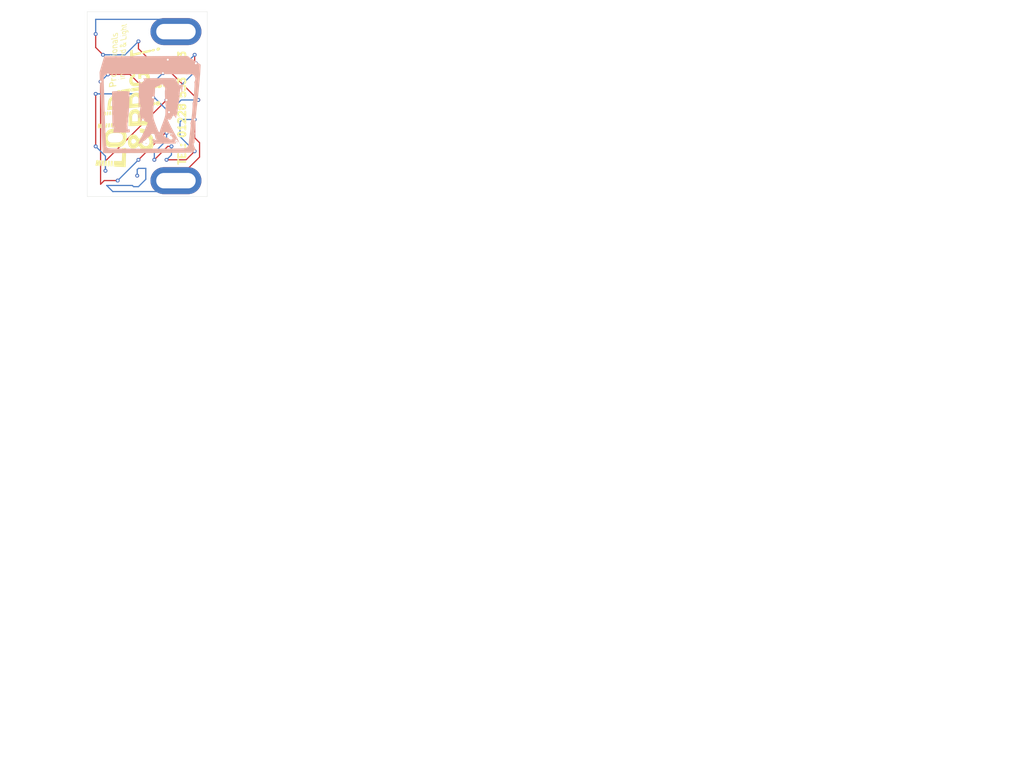
<source format=kicad_pcb>
(kicad_pcb (version 20171130) (host pcbnew "(5.1.7)-1")

  (general
    (thickness 1.6)
    (drawings 6)
    (tracks 96)
    (zones 0)
    (modules 4)
    (nets 2)
  )

  (page A4)
  (layers
    (0 F.Cu signal)
    (31 B.Cu signal)
    (32 B.Adhes user)
    (33 F.Adhes user)
    (34 B.Paste user)
    (35 F.Paste user)
    (36 B.SilkS user)
    (37 F.SilkS user)
    (38 B.Mask user)
    (39 F.Mask user)
    (40 Dwgs.User user)
    (41 Cmts.User user)
    (42 Eco1.User user)
    (43 Eco2.User user)
    (44 Edge.Cuts user)
    (45 Margin user)
    (46 B.CrtYd user)
    (47 F.CrtYd user)
    (48 B.Fab user)
    (49 F.Fab user)
  )

  (setup
    (last_trace_width 0.25)
    (trace_clearance 0.2)
    (zone_clearance 0.508)
    (zone_45_only no)
    (trace_min 0.2)
    (via_size 0.8)
    (via_drill 0.4)
    (via_min_size 0.4)
    (via_min_drill 0.3)
    (uvia_size 0.3)
    (uvia_drill 0.1)
    (uvias_allowed no)
    (uvia_min_size 0.2)
    (uvia_min_drill 0.1)
    (edge_width 0.05)
    (segment_width 0.2)
    (pcb_text_width 0.3)
    (pcb_text_size 1.5 1.5)
    (mod_edge_width 0.12)
    (mod_text_size 1 1)
    (mod_text_width 0.15)
    (pad_size 5.6 5.6)
    (pad_drill 3.2)
    (pad_to_mask_clearance 0.051)
    (solder_mask_min_width 0.25)
    (aux_axis_origin 0 0)
    (visible_elements 7FFFFFFF)
    (pcbplotparams
      (layerselection 0x010fc_ffffffff)
      (usegerberextensions false)
      (usegerberattributes false)
      (usegerberadvancedattributes false)
      (creategerberjobfile false)
      (excludeedgelayer true)
      (linewidth 0.100000)
      (plotframeref false)
      (viasonmask false)
      (mode 1)
      (useauxorigin false)
      (hpglpennumber 1)
      (hpglpenspeed 20)
      (hpglpendiameter 15.000000)
      (psnegative false)
      (psa4output false)
      (plotreference true)
      (plotvalue true)
      (plotinvisibletext false)
      (padsonsilk false)
      (subtractmaskfromsilk false)
      (outputformat 1)
      (mirror false)
      (drillshape 0)
      (scaleselection 1)
      (outputdirectory "C:/Users/User/Documents/GITS/Repository/Merch/HARDWARE/PCB-PRINTS/PCB/L&B/"))
  )

  (net 0 "")
  (net 1 GND)

  (net_class Default "This is the default net class."
    (clearance 0.2)
    (trace_width 0.25)
    (via_dia 0.8)
    (via_drill 0.4)
    (uvia_dia 0.3)
    (uvia_drill 0.1)
  )

  (module AA-ROB-FULL:EVO62pos (layer B.Cu) (tedit 0) (tstamp 621C0DB4)
    (at 92.202 38.1 270)
    (fp_text reference G*** (at 0 0 270) (layer B.SilkS) hide
      (effects (font (size 1.524 1.524) (thickness 0.3)) (justify mirror))
    )
    (fp_text value LOGO (at 0.75 0 270) (layer B.SilkS) hide
      (effects (font (size 1.524 1.524) (thickness 0.3)) (justify mirror))
    )
    (fp_poly (pts (xy -6.157576 7.812424) (xy -6.173425 7.743787) (xy -6.234546 7.735454) (xy -6.329578 7.777697)
      (xy -6.311516 7.812424) (xy -6.174498 7.826242) (xy -6.157576 7.812424)) (layer B.SilkS) (width 0.01))
    (fp_poly (pts (xy 4.387272 4.329545) (xy 4.329545 4.271818) (xy 4.271818 4.329545) (xy 4.329545 4.387273)
      (xy 4.387272 4.329545)) (layer B.SilkS) (width 0.01))
    (fp_poly (pts (xy -1.808057 7.776617) (xy -1.153031 7.771862) (xy -0.37411 7.76372) (xy 0.501963 7.752374)
      (xy 1.27 7.740874) (xy 2.331802 7.723807) (xy 3.182102 7.70883) (xy 3.840275 7.694449)
      (xy 4.325701 7.679167) (xy 4.657756 7.661488) (xy 4.855818 7.639916) (xy 4.939266 7.612955)
      (xy 4.927476 7.57911) (xy 4.839827 7.536883) (xy 4.695697 7.48478) (xy 4.675909 7.477925)
      (xy 4.098636 7.278123) (xy 4.560454 7.330537) (xy 4.973428 7.386103) (xy 5.364408 7.451686)
      (xy 5.3975 7.45818) (xy 5.772727 7.533409) (xy 5.772727 5.787159) (xy 5.768018 5.081002)
      (xy 5.752488 4.580316) (xy 5.724027 4.25983) (xy 5.68053 4.09427) (xy 5.628409 4.056632)
      (xy 5.403601 4.090049) (xy 5.217578 4.123272) (xy 5.037436 4.187024) (xy 5.057949 4.300599)
      (xy 5.087397 4.338458) (xy 5.18136 4.476583) (xy 5.180727 4.507278) (xy 4.634581 4.554534)
      (xy 4.176405 4.574283) (xy 3.850131 4.566193) (xy 3.699688 4.529931) (xy 3.694545 4.518517)
      (xy 3.592629 4.468083) (xy 3.33536 4.460417) (xy 3.191905 4.472292) (xy 2.828179 4.481798)
      (xy 2.531689 4.436571) (xy 2.470314 4.411952) (xy 2.293644 4.373645) (xy 1.923304 4.332631)
      (xy 1.396469 4.291654) (xy 0.750315 4.253461) (xy 0.022016 4.220797) (xy -0.250502 4.211007)
      (xy -2.752366 4.127057) (xy -2.833824 4.670259) (xy -2.843975 4.791363) (xy 4.387272 4.791363)
      (xy 4.445 4.733636) (xy 4.502727 4.791363) (xy 4.445 4.849091) (xy 4.387272 4.791363)
      (xy -2.843975 4.791363) (xy -2.857934 4.957871) (xy -2.870096 5.379082) (xy -2.871524 5.881354)
      (xy -2.86343 6.412152) (xy -2.847026 6.918938) (xy -2.823525 7.349176) (xy -2.79414 7.650328)
      (xy -2.76232 7.768707) (xy -2.639446 7.775223) (xy -2.312443 7.777799) (xy -1.808057 7.776617)) (layer B.SilkS) (width 0.01))
    (fp_poly (pts (xy -6.234546 2.597727) (xy -6.292273 2.54) (xy -6.35 2.597727) (xy -6.292273 2.655454)
      (xy -6.234546 2.597727)) (layer B.SilkS) (width 0.01))
    (fp_poly (pts (xy 2.50918 2.285665) (xy 2.755556 2.242618) (xy 2.8215 2.205182) (xy 2.772013 2.138824)
      (xy 2.56419 2.110938) (xy 2.267446 2.121924) (xy 1.951196 2.172182) (xy 1.847272 2.199565)
      (xy 1.729287 2.250294) (xy 1.805105 2.280687) (xy 2.091839 2.296144) (xy 2.157959 2.297582)
      (xy 2.50918 2.285665)) (layer B.SilkS) (width 0.01))
    (fp_poly (pts (xy 8.081818 1.558636) (xy 8.024091 1.500909) (xy 7.966363 1.558636) (xy 8.024091 1.616363)
      (xy 8.081818 1.558636)) (layer B.SilkS) (width 0.01))
    (fp_poly (pts (xy 8.045949 0.894773) (xy 8.063904 0.601954) (xy 8.045949 0.490682) (xy 8.012485 0.454749)
      (xy 7.994266 0.614393) (xy 7.993149 0.692727) (xy 8.005186 0.902776) (xy 8.035155 0.92753)
      (xy 8.045949 0.894773)) (layer B.SilkS) (width 0.01))
    (fp_poly (pts (xy -6.234546 -2.597727) (xy -6.292273 -2.655455) (xy -6.35 -2.597727) (xy -6.292273 -2.54)
      (xy -6.234546 -2.597727)) (layer B.SilkS) (width 0.01))
    (fp_poly (pts (xy 7.677727 -5.615521) (xy 7.829638 -5.697469) (xy 7.850909 -5.727352) (xy 7.756631 -5.767712)
      (xy 7.677727 -5.772727) (xy 7.524055 -5.712306) (xy 7.504545 -5.660896) (xy 7.589174 -5.597372)
      (xy 7.677727 -5.615521)) (layer B.SilkS) (width 0.01))
    (fp_poly (pts (xy 8.081818 -5.830455) (xy 8.024091 -5.888182) (xy 7.966363 -5.830455) (xy 8.024091 -5.772727)
      (xy 8.081818 -5.830455)) (layer B.SilkS) (width 0.01))
    (fp_poly (pts (xy 8.043333 -6.27303) (xy 8.027485 -6.341668) (xy 7.966363 -6.35) (xy 7.871331 -6.307757)
      (xy 7.889394 -6.27303) (xy 8.026411 -6.259213) (xy 8.043333 -6.27303)) (layer B.SilkS) (width 0.01))
    (fp_poly (pts (xy 8.062891 2.220898) (xy 8.025985 2.018056) (xy 7.933411 1.793168) (xy 7.867989 1.694671)
      (xy 7.789523 1.53453) (xy 7.910329 1.406036) (xy 7.931097 1.393188) (xy 8.043324 1.312526)
      (xy 7.963219 1.309155) (xy 7.822045 1.338657) (xy 7.591968 1.36299) (xy 7.510257 1.267453)
      (xy 7.504545 1.18433) (xy 7.418098 0.971405) (xy 7.204296 0.731176) (xy 7.144884 0.682536)
      (xy 6.880942 0.433006) (xy 6.7004 0.178588) (xy 6.685136 0.143652) (xy 6.504193 -0.096295)
      (xy 6.287022 -0.232905) (xy 6.07958 -0.354401) (xy 6.017002 -0.555292) (xy 6.025179 -0.721517)
      (xy 6.068342 -0.95909) (xy 6.182881 -1.081791) (xy 6.437128 -1.145911) (xy 6.561859 -1.163611)
      (xy 6.891975 -1.239301) (xy 7.121471 -1.34927) (xy 7.161718 -1.391177) (xy 7.286151 -1.489852)
      (xy 7.341538 -1.471492) (xy 7.352644 -1.325865) (xy 7.306764 -1.243927) (xy 7.186005 -1.014358)
      (xy 7.127938 -0.837046) (xy 7.121568 -0.636089) (xy 7.267268 -0.577488) (xy 7.284445 -0.577273)
      (xy 7.466105 -0.627739) (xy 7.504545 -0.692727) (xy 7.584293 -0.795792) (xy 7.746662 -0.788731)
      (xy 7.876337 -0.680334) (xy 7.883208 -0.663864) (xy 7.949541 -0.54523) (xy 8.000836 -0.61084)
      (xy 8.037949 -0.870214) (xy 8.061734 -1.332873) (xy 8.073048 -2.008336) (xy 8.07339 -2.781151)
      (xy 8.069043 -3.648879) (xy 8.064051 -4.312892) (xy 8.057131 -4.800381) (xy 8.047002 -5.13854)
      (xy 8.032382 -5.354561) (xy 8.01199 -5.475637) (xy 7.984544 -5.528959) (xy 7.948763 -5.54172)
      (xy 7.943272 -5.541818) (xy 7.851207 -5.456975) (xy 7.850909 -5.449547) (xy 7.750295 -5.401346)
      (xy 7.501589 -5.399278) (xy 7.434 -5.405948) (xy 7.19218 -5.456807) (xy 7.135071 -5.522498)
      (xy 7.155224 -5.539991) (xy 7.270889 -5.67396) (xy 7.275413 -5.718823) (xy 7.356768 -5.823141)
      (xy 7.577638 -5.943153) (xy 7.578833 -5.943642) (xy 7.769352 -6.052365) (xy 7.794389 -6.137441)
      (xy 7.788963 -6.141113) (xy 7.649409 -6.113938) (xy 7.357104 -5.989368) (xy 6.957504 -5.788475)
      (xy 6.580909 -5.581144) (xy 6.407864 -5.484091) (xy 6.696363 -5.484091) (xy 6.754091 -5.541818)
      (xy 6.811818 -5.484091) (xy 6.754091 -5.426364) (xy 6.696363 -5.484091) (xy 6.407864 -5.484091)
      (xy 6.202008 -5.368637) (xy 6.465454 -5.368637) (xy 6.523181 -5.426364) (xy 6.580909 -5.368637)
      (xy 6.523181 -5.310909) (xy 6.465454 -5.368637) (xy 6.202008 -5.368637) (xy 5.996151 -5.253182)
      (xy 6.927272 -5.253182) (xy 6.985 -5.310909) (xy 7.012603 -5.283306) (xy 7.208256 -5.283306)
      (xy 7.321742 -5.301794) (xy 7.471488 -5.280567) (xy 7.473276 -5.241155) (xy 7.318753 -5.213594)
      (xy 7.251988 -5.232041) (xy 7.208256 -5.283306) (xy 7.012603 -5.283306) (xy 7.042727 -5.253182)
      (xy 6.985 -5.195455) (xy 6.927272 -5.253182) (xy 5.996151 -5.253182) (xy 5.878312 -5.187092)
      (xy 5.574235 -5.022273) (xy 6.119091 -5.022273) (xy 6.176818 -5.08) (xy 6.234545 -5.022273)
      (xy 6.176818 -4.964546) (xy 6.119091 -5.022273) (xy 5.574235 -5.022273) (xy 5.361229 -4.906818)
      (xy 5.772727 -4.906818) (xy 5.830454 -4.964546) (xy 5.888181 -4.906818) (xy 5.830454 -4.849091)
      (xy 5.772727 -4.906818) (xy 5.361229 -4.906818) (xy 5.1972 -4.81791) (xy 4.643943 -4.528348)
      (xy 5.81544 -4.528348) (xy 5.88444 -4.634956) (xy 5.93748 -4.678388) (xy 6.12991 -4.784603)
      (xy 6.222773 -4.783893) (xy 6.196611 -4.680734) (xy 6.115747 -4.613672) (xy 5.907672 -4.515761)
      (xy 5.81544 -4.528348) (xy 4.643943 -4.528348) (xy 4.56234 -4.485639) (xy 4.481464 -4.445)
      (xy 5.310909 -4.445) (xy 5.368636 -4.502727) (xy 5.426363 -4.445) (xy 5.368636 -4.387273)
      (xy 5.310909 -4.445) (xy 4.481464 -4.445) (xy 3.998499 -4.202319) (xy 3.530442 -3.979991)
      (xy 3.182936 -3.830696) (xy 2.980747 -3.766475) (xy 2.948643 -3.799368) (xy 2.972954 -3.827069)
      (xy 3.121639 -4.103396) (xy 3.06103 -4.378575) (xy 2.80665 -4.598757) (xy 2.742045 -4.628163)
      (xy 2.361607 -4.808332) (xy 2.195668 -4.964014) (xy 2.233305 -5.120758) (xy 2.455301 -5.298825)
      (xy 2.674555 -5.452753) (xy 2.70609 -5.524715) (xy 2.597727 -5.541612) (xy 2.343772 -5.582411)
      (xy 1.999214 -5.679248) (xy 1.905 -5.711671) (xy 1.523271 -5.806168) (xy 1.043169 -5.868786)
      (xy 0.744681 -5.883114) (xy 0.351908 -5.905079) (xy 0.048536 -5.956829) (xy -0.077216 -6.011579)
      (xy -0.232408 -6.064333) (xy -0.572243 -6.123268) (xy -1.05079 -6.182077) (xy -1.622119 -6.234455)
      (xy -1.792971 -6.247146) (xy -2.580516 -6.310813) (xy -3.142688 -6.374826) (xy -3.478381 -6.438867)
      (xy -3.586487 -6.502618) (xy -3.465898 -6.565759) (xy -3.117373 -6.627726) (xy -2.789835 -6.679556)
      (xy -2.589422 -6.727706) (xy -2.556885 -6.751733) (xy -2.686458 -6.780222) (xy -2.978236 -6.809622)
      (xy -3.291954 -6.829405) (xy -3.671521 -6.862869) (xy -3.950658 -6.915142) (xy -4.053706 -6.962662)
      (xy -4.14372 -6.959754) (xy -4.200016 -6.864592) (xy -4.197513 -6.615799) (xy -4.135183 -6.497661)
      (xy -4.069694 -6.349288) (xy -4.169807 -6.193734) (xy -4.277509 -6.101) (xy -4.756175 -5.748913)
      (xy -5.126203 -5.544926) (xy -5.366236 -5.500528) (xy -5.383712 -5.505852) (xy -5.45684 -5.473616)
      (xy -5.511661 -5.301816) (xy -5.549299 -4.97297) (xy -5.57088 -4.469596) (xy -5.577531 -3.774211)
      (xy -5.570377 -2.869334) (xy -5.567294 -2.655455) (xy -5.567235 -2.651073) (xy -4.319218 -2.651073)
      (xy -4.002583 -2.981568) (xy -3.616775 -3.240447) (xy -3.182784 -3.281843) (xy -3.001819 -3.234532)
      (xy -2.826504 -3.2167) (xy -2.479338 -3.212778) (xy -2.018813 -3.220487) (xy -1.503418 -3.237548)
      (xy -0.991643 -3.26168) (xy -0.54198 -3.290605) (xy -0.212917 -3.322043) (xy -0.072581 -3.348691)
      (xy 0.228037 -3.395976) (xy 0.404091 -3.369515) (xy 0.646304 -3.331612) (xy 1.019366 -3.317583)
      (xy 1.285617 -3.32374) (xy 1.683655 -3.329475) (xy 2.058834 -3.297327) (xy 2.461406 -3.215285)
      (xy 2.941622 -3.071339) (xy 2.978369 -3.058174) (xy 5.677886 -3.058174) (xy 5.684321 -3.187357)
      (xy 5.760458 -3.457288) (xy 5.828324 -3.647309) (xy 5.942983 -3.995696) (xy 5.953133 -4.191082)
      (xy 5.89296 -4.268865) (xy 5.850684 -4.355312) (xy 5.994035 -4.418215) (xy 6.156237 -4.42851)
      (xy 6.170163 -4.376506) (xy 6.202586 -4.286636) (xy 6.285459 -4.271818) (xy 6.442924 -4.358398)
      (xy 6.465454 -4.439263) (xy 6.562912 -4.631509) (xy 6.790371 -4.790828) (xy 7.006083 -4.84558)
      (xy 7.14939 -4.753553) (xy 7.210746 -4.634447) (xy 7.225661 -4.311653) (xy 7.08372 -4.06128)
      (xy 6.976073 -3.995732) (xy 6.851148 -3.844766) (xy 6.811818 -3.640442) (xy 6.775359 -3.421699)
      (xy 6.704143 -3.348182) (xy 6.588322 -3.252543) (xy 6.519339 -3.105166) (xy 6.422935 -2.940037)
      (xy 6.233555 -2.909726) (xy 6.087023 -2.933186) (xy 5.822303 -2.998601) (xy 5.678712 -3.057378)
      (xy 5.677886 -3.058174) (xy 2.978369 -3.058174) (xy 3.549734 -2.853479) (xy 4.040612 -2.665293)
      (xy 4.546107 -2.475073) (xy 4.856211 -2.366818) (xy 6.119091 -2.366818) (xy 6.176818 -2.424546)
      (xy 6.234545 -2.366818) (xy 6.176818 -2.309091) (xy 6.119091 -2.366818) (xy 4.856211 -2.366818)
      (xy 4.985819 -2.321573) (xy 5.213319 -2.251364) (xy 5.888181 -2.251364) (xy 5.945909 -2.309091)
      (xy 6.003636 -2.251364) (xy 5.945909 -2.193637) (xy 5.888181 -2.251364) (xy 5.213319 -2.251364)
      (xy 5.30749 -2.222302) (xy 5.448116 -2.193637) (xy 5.668337 -2.142402) (xy 5.69395 -2.016939)
      (xy 5.529663 -1.859603) (xy 5.403654 -1.793526) (xy 5.39414 -1.789546) (xy 6.119091 -1.789546)
      (xy 6.176818 -1.847273) (xy 6.234545 -1.789546) (xy 6.176818 -1.731818) (xy 6.119091 -1.789546)
      (xy 5.39414 -1.789546) (xy 5.133891 -1.680687) (xy 4.713644 -1.514391) (xy 4.209246 -1.320607)
      (xy 3.867727 -1.192225) (xy 3.366353 -1.009407) (xy 2.982553 -0.888623) (xy 2.6433 -0.818355)
      (xy 2.275567 -0.787084) (xy 1.80633 -0.783291) (xy 1.329523 -0.791856) (xy 0.63214 -0.820065)
      (xy -0.127665 -0.872105) (xy -0.838347 -0.939453) (xy -1.210477 -0.985884) (xy -1.783485 -1.058666)
      (xy -2.34664 -1.115449) (xy -2.811912 -1.147922) (xy -2.974033 -1.15243) (xy -3.581247 -1.154546)
      (xy -3.950233 -1.902809) (xy -4.319218 -2.651073) (xy -5.567235 -2.651073) (xy -5.561047 -2.193637)
      (xy -5.310909 -2.193637) (xy -5.268666 -2.288669) (xy -5.23394 -2.270606) (xy -5.220122 -2.133589)
      (xy -5.23394 -2.116667) (xy -5.302577 -2.132515) (xy -5.310909 -2.193637) (xy -5.561047 -2.193637)
      (xy -5.559697 -2.093881) (xy -5.551699 -1.393898) (xy -5.54429 -0.648003) (xy -5.538842 0)
      (xy -5.533941 0.288636) (xy 3.348181 0.288636) (xy 3.405909 0.230909) (xy 3.463636 0.288636)
      (xy 3.405909 0.346363) (xy 3.348181 0.288636) (xy -5.533941 0.288636) (xy -5.527565 0.664094)
      (xy -5.505186 1.100922) (xy -5.471402 1.313873) (xy -5.425909 1.306338) (xy -5.422766 1.298863)
      (xy -5.310098 1.100866) (xy -5.228039 1.042739) (xy -5.07527 1.119981) (xy -4.854211 1.297402)
      (xy -4.641395 1.504834) (xy -4.513354 1.672108) (xy -4.502728 1.707748) (xy -4.596086 1.823989)
      (xy -4.820228 1.959332) (xy -5.006 2.070457) (xy -5.02917 2.139381) (xy -5.022273 2.141896)
      (xy -4.852979 2.161254) (xy -4.508462 2.178786) (xy -4.024784 2.194208) (xy -3.438006 2.207239)
      (xy -2.784191 2.217594) (xy -2.099399 2.22499) (xy -1.419694 2.229144) (xy -0.781137 2.229773)
      (xy -0.219789 2.226594) (xy 0.228287 2.219323) (xy 0.527029 2.207677) (xy 0.640377 2.191374)
      (xy 0.635 2.186325) (xy 0.358489 2.117261) (xy 0.010237 2.077644) (xy 0 2.077182)
      (xy -0.404091 2.059952) (xy -0.064866 1.936749) (xy 0.248915 1.875827) (xy 0.666867 1.900503)
      (xy 1.002782 1.958334) (xy 1.43181 2.022771) (xy 1.775079 2.035973) (xy 1.933557 2.008052)
      (xy 2.197806 1.932541) (xy 2.482272 1.897599) (xy 2.85459 1.880719) (xy 3.232727 1.863143)
      (xy 3.636818 1.844069) (xy 3.134612 1.58701) (xy 2.850573 1.431181) (xy 2.754524 1.339867)
      (xy 2.823003 1.284816) (xy 2.872268 1.271112) (xy 3.209392 1.114506) (xy 3.468906 0.86439)
      (xy 3.578814 0.59132) (xy 3.579091 0.578403) (xy 3.625092 0.390147) (xy 3.689366 0.346363)
      (xy 3.854709 0.393964) (xy 4.187156 0.524755) (xy 4.646263 0.720726) (xy 5.191583 0.963864)
      (xy 5.782673 1.236157) (xy 6.379087 1.51959) (xy 6.906946 1.779337) (xy 7.352755 2.000499)
      (xy 7.717647 2.176375) (xy 7.955302 2.284939) (xy 8.021059 2.309091) (xy 8.062891 2.220898)) (layer B.SilkS) (width 0.01))
    (fp_poly (pts (xy -4.387273 -6.985) (xy -4.445 -7.042727) (xy -4.502728 -6.985) (xy -4.445 -6.927273)
      (xy -4.387273 -6.985)) (layer B.SilkS) (width 0.01))
    (fp_poly (pts (xy -6.119091 -7.793182) (xy -6.176819 -7.850909) (xy -6.234546 -7.793182) (xy -6.176819 -7.735455)
      (xy -6.119091 -7.793182)) (layer B.SilkS) (width 0.01))
    (fp_poly (pts (xy -1.395931 10.158506) (xy -0.175881 10.110318) (xy 1.07936 10.062027) (xy 2.328669 10.01513)
      (xy 3.530927 9.971122) (xy 4.645011 9.931499) (xy 5.6298 9.897757) (xy 6.444174 9.871393)
      (xy 6.754091 9.862041) (xy 7.544732 9.835336) (xy 8.269572 9.804005) (xy 8.892984 9.770138)
      (xy 9.37934 9.735823) (xy 9.693016 9.70315) (xy 9.786151 9.684269) (xy 10.047303 9.587394)
      (xy 10.012356 0.493015) (xy 10.006033 -0.942909) (xy 9.998422 -2.316955) (xy 9.989718 -3.610893)
      (xy 9.980115 -4.806493) (xy 9.969809 -5.885527) (xy 9.958995 -6.829764) (xy 9.947868 -7.620975)
      (xy 9.936623 -8.240932) (xy 9.925455 -8.671403) (xy 9.914559 -8.894161) (xy 9.911664 -8.916448)
      (xy 9.75236 -9.313693) (xy 9.499862 -9.541347) (xy 9.194812 -9.578992) (xy 8.899091 -9.425165)
      (xy 8.669277 -9.30591) (xy 8.332413 -9.210998) (xy 8.255 -9.197528) (xy 7.980059 -9.169453)
      (xy 7.922641 -9.2027) (xy 7.966363 -9.237868) (xy 8.006315 -9.30721) (xy 7.847951 -9.349113)
      (xy 7.562272 -9.366804) (xy 6.970276 -9.386947) (xy 6.560938 -9.405182) (xy 6.286085 -9.425535)
      (xy 6.097544 -9.452031) (xy 5.947141 -9.488696) (xy 5.888181 -9.506696) (xy 5.705099 -9.554059)
      (xy 5.717463 -9.510017) (xy 5.772727 -9.465274) (xy 5.837107 -9.388829) (xy 5.725021 -9.37638)
      (xy 5.484091 -9.410214) (xy 5.106706 -9.458455) (xy 4.77599 -9.476814) (xy 4.733636 -9.475933)
      (xy 4.524737 -9.482676) (xy 4.133486 -9.508442) (xy 3.607269 -9.549036) (xy 2.993471 -9.600262)
      (xy 2.33948 -9.657927) (xy 1.692681 -9.717833) (xy 1.100461 -9.775786) (xy 0.610206 -9.827591)
      (xy 0.269302 -9.869052) (xy 0.230909 -9.874576) (xy -0.195673 -9.930945) (xy -0.807651 -10.002)
      (xy -1.560295 -10.083412) (xy -2.408876 -10.170851) (xy -3.308664 -10.259987) (xy -4.214931 -10.346491)
      (xy -5.082947 -10.426034) (xy -5.867983 -10.494285) (xy -6.525309 -10.546917) (xy -7.010197 -10.579598)
      (xy -7.100455 -10.5842) (xy -8.370455 -10.642277) (xy -8.709554 -10.083639) (xy -8.974689 -9.669772)
      (xy -9.261158 -9.255975) (xy -9.383119 -9.092046) (xy -9.562347 -8.84134) (xy -9.646277 -8.685041)
      (xy -9.639893 -8.659091) (xy -9.656446 -8.582315) (xy -9.791088 -8.389872) (xy -9.861829 -8.303004)
      (xy -10.161456 -7.946917) (xy -10.133624 0.208346) (xy -6.407728 0.208346) (xy -6.407728 0.135891)
      (xy -6.406585 -1.271366) (xy -6.403277 -2.616647) (xy -6.397986 -3.881319) (xy -6.390893 -5.046751)
      (xy -6.382179 -6.094313) (xy -6.372025 -7.005372) (xy -6.360613 -7.761299) (xy -6.348123 -8.34346)
      (xy -6.334737 -8.733226) (xy -6.320637 -8.911966) (xy -6.31967 -8.915945) (xy -6.116921 -9.255907)
      (xy -5.776606 -9.477961) (xy -5.372757 -9.556641) (xy -4.979408 -9.466478) (xy -4.88435 -9.409701)
      (xy -4.68293 -9.315143) (xy -4.598423 -9.353369) (xy -4.47856 -9.379899) (xy -4.175128 -9.382499)
      (xy -3.732579 -9.365041) (xy -3.19536 -9.331397) (xy -2.607923 -9.285441) (xy -2.014717 -9.231046)
      (xy -1.460191 -9.172085) (xy -0.988796 -9.11243) (xy -0.644982 -9.055955) (xy -0.473198 -9.006532)
      (xy -0.461819 -8.992945) (xy -0.362669 -8.94887) (xy -0.120554 -8.958764) (xy -0.086591 -8.963765)
      (xy 0.183591 -8.975903) (xy 0.609157 -8.960385) (xy 1.140341 -8.922632) (xy 1.727381 -8.868068)
      (xy 2.320511 -8.802114) (xy 2.86997 -8.730194) (xy 3.325992 -8.657731) (xy 3.638814 -8.590145)
      (xy 3.749748 -8.545731) (xy 3.896344 -8.480542) (xy 3.94441 -8.542776) (xy 4.058514 -8.582948)
      (xy 4.367225 -8.582405) (xy 4.880463 -8.540548) (xy 5.608152 -8.456773) (xy 5.831774 -8.4283)
      (xy 6.480544 -8.346617) (xy 7.067185 -8.276861) (xy 7.545185 -8.224251) (xy 7.868031 -8.194008)
      (xy 7.966363 -8.18877) (xy 8.461616 -8.104705) (xy 8.8268 -7.871704) (xy 8.996362 -7.596454)
      (xy 9.024104 -7.396714) (xy 9.048353 -6.967698) (xy 9.069085 -6.311012) (xy 9.086277 -5.428261)
      (xy 9.099904 -4.321053) (xy 9.109943 -2.990994) (xy 9.116369 -1.439689) (xy 9.119159 0.331254)
      (xy 9.119266 0.634907) (xy 9.119266 2.181174) (xy 9.118338 3.513066) (xy 9.116075 4.647114)
      (xy 9.112068 5.599852) (xy 9.10591 6.387812) (xy 9.097193 7.027527) (xy 9.085508 7.53553)
      (xy 9.070448 7.928353) (xy 9.051605 8.222529) (xy 9.028571 8.434591) (xy 9.000937 8.581071)
      (xy 8.968296 8.678502) (xy 8.93024 8.743417) (xy 8.918819 8.757709) (xy 8.865463 8.818307)
      (xy 8.803682 8.870677) (xy 8.716128 8.916095) (xy 8.585454 8.955833) (xy 8.39431 8.991165)
      (xy 8.125351 9.023365) (xy 7.761227 9.053705) (xy 7.284591 9.083458) (xy 6.678094 9.1139)
      (xy 5.92439 9.146302) (xy 5.00613 9.181938) (xy 3.905966 9.222082) (xy 2.60655 9.268006)
      (xy 1.385454 9.310687) (xy 0.326756 9.346303) (xy -0.851163 9.383285) (xy -2.176081 9.422456)
      (xy -3.675777 9.464636) (xy -5.378029 9.510646) (xy -5.412514 9.511562) (xy -5.762474 9.494857)
      (xy -5.987612 9.392687) (xy -6.162969 9.199073) (xy -6.20854 9.135641) (xy -6.248071 9.064536)
      (xy -6.281993 8.96986) (xy -6.310733 8.835715) (xy -6.334722 8.646204) (xy -6.354388 8.385427)
      (xy -6.370162 8.037488) (xy -6.382472 7.586488) (xy -6.391748 7.016529) (xy -6.398419 6.311712)
      (xy -6.402914 5.456141) (xy -6.405663 4.433917) (xy -6.407096 3.229142) (xy -6.407641 1.825917)
      (xy -6.407728 0.208346) (xy -10.133624 0.208346) (xy -10.131865 0.723523) (xy -10.102273 9.393963)
      (xy -8.438659 9.884018) (xy -6.775044 10.374073) (xy -1.395931 10.158506)) (layer B.SilkS) (width 0.01))
  )

  (module AA-ROB-FULL:LBNEWBC (layer F.Cu) (tedit 0) (tstamp 621C033B)
    (at 88.69 36.18 90)
    (fp_text reference G*** (at 1.89 -16.3 90) (layer F.SilkS) hide
      (effects (font (size 1.524 1.524) (thickness 0.3)))
    )
    (fp_text value LOGO (at 0.62 -19.094 90) (layer F.SilkS) hide
      (effects (font (size 1.524 1.524) (thickness 0.3)))
    )
    (fp_poly (pts (xy 2.29296 6.320638) (xy 2.306421 6.327211) (xy 2.382364 6.377827) (xy 2.45768 6.447128)
      (xy 2.520857 6.522125) (xy 2.560385 6.589831) (xy 2.567967 6.622297) (xy 2.579674 6.678441)
      (xy 2.59651 6.718136) (xy 2.609413 6.783509) (xy 2.6015 6.877533) (xy 2.576215 6.984167)
      (xy 2.537003 7.087369) (xy 2.504448 7.146927) (xy 2.413599 7.245147) (xy 2.3003 7.302932)
      (xy 2.175332 7.317785) (xy 2.049475 7.287211) (xy 2.003323 7.262956) (xy 1.882965 7.163248)
      (xy 1.796727 7.038987) (xy 1.745521 6.899485) (xy 1.73026 6.754057) (xy 1.751855 6.612014)
      (xy 1.811218 6.482672) (xy 1.909261 6.375342) (xy 1.9159 6.370182) (xy 2.038897 6.303474)
      (xy 2.165588 6.286848) (xy 2.29296 6.320638)) (layer F.SilkS) (width 0.01))
    (fp_poly (pts (xy 1.702308 2.722527) (xy 1.798672 2.755437) (xy 1.868753 2.801053) (xy 1.929037 2.872668)
      (xy 1.970243 2.938543) (xy 2.00756 3.014142) (xy 2.027159 3.092191) (xy 2.033826 3.19411)
      (xy 2.034034 3.224095) (xy 2.038939 3.328513) (xy 2.051725 3.425184) (xy 2.067479 3.486535)
      (xy 2.087287 3.576468) (xy 2.086188 3.661261) (xy 2.085189 3.746818) (xy 2.102382 3.839817)
      (xy 2.10625 3.851952) (xy 2.128649 3.970917) (xy 2.128049 4.131561) (xy 2.1272 4.143804)
      (xy 2.121786 4.247824) (xy 2.125648 4.318413) (xy 2.141323 4.372542) (xy 2.169038 4.423484)
      (xy 2.203141 4.506659) (xy 2.222963 4.613022) (xy 2.228138 4.72617) (xy 2.218301 4.829697)
      (xy 2.193085 4.9072) (xy 2.18023 4.925509) (xy 2.1385 5.004932) (xy 2.141339 5.090776)
      (xy 2.186938 5.168608) (xy 2.213635 5.192007) (xy 2.317888 5.29785) (xy 2.389341 5.438662)
      (xy 2.416331 5.53594) (xy 2.428191 5.685012) (xy 2.401678 5.819884) (xy 2.342896 5.934784)
      (xy 2.257948 6.023939) (xy 2.152938 6.081578) (xy 2.033968 6.101926) (xy 1.907143 6.079214)
      (xy 1.862143 6.060079) (xy 1.7451 5.975517) (xy 1.650417 5.852504) (xy 1.5866 5.703209)
      (xy 1.563807 5.616408) (xy 1.557482 5.553493) (xy 1.567553 5.490264) (xy 1.585783 5.428205)
      (xy 1.621645 5.340879) (xy 1.666596 5.265531) (xy 1.689548 5.238804) (xy 1.729967 5.196022)
      (xy 1.737293 5.160744) (xy 1.715465 5.108327) (xy 1.711608 5.100758) (xy 1.672092 5.032067)
      (xy 1.618423 4.948808) (xy 1.592442 4.911314) (xy 1.55683 4.859013) (xy 1.534214 4.813771)
      (xy 1.521892 4.762218) (xy 1.517164 4.69098) (xy 1.517327 4.586687) (xy 1.517993 4.542793)
      (xy 1.518381 4.417852) (xy 1.513883 4.333289) (xy 1.503214 4.278756) (xy 1.485091 4.243909)
      (xy 1.480158 4.238058) (xy 1.45577 4.191495) (xy 1.438127 4.109507) (xy 1.42582 3.985067)
      (xy 1.4241 3.95823) (xy 1.414497 3.847941) (xy 1.400791 3.751885) (xy 1.385343 3.685141)
      (xy 1.378801 3.669289) (xy 1.362571 3.615749) (xy 1.350949 3.530609) (xy 1.346646 3.44046)
      (xy 1.340274 3.330574) (xy 1.324187 3.242087) (xy 1.309409 3.203604) (xy 1.274037 3.094504)
      (xy 1.28127 2.979378) (xy 1.326386 2.8708) (xy 1.404664 2.781347) (xy 1.486192 2.732738)
      (xy 1.56059 2.708154) (xy 1.626524 2.706192) (xy 1.702308 2.722527)) (layer F.SilkS) (width 0.01))
    (fp_poly (pts (xy -1.835567 2.230923) (xy -1.741242 2.251935) (xy -1.690791 2.275199) (xy -1.567562 2.375357)
      (xy -1.49137 2.491384) (xy -1.459378 2.629228) (xy -1.462961 2.752954) (xy -1.469064 2.857771)
      (xy -1.457679 2.922025) (xy -1.44783 2.938347) (xy -1.432591 2.979058) (xy -1.417005 3.058452)
      (xy -1.403115 3.164418) (xy -1.395402 3.249157) (xy -1.385354 3.370526) (xy -1.374554 3.480765)
      (xy -1.364534 3.565104) (xy -1.358936 3.600193) (xy -1.357857 3.683705) (xy -1.379273 3.785419)
      (xy -1.383908 3.799721) (xy -1.406977 3.874299) (xy -1.411252 3.922702) (xy -1.395885 3.966332)
      (xy -1.375967 4.000629) (xy -1.304624 4.155583) (xy -1.281044 4.305208) (xy -1.304856 4.44513)
      (xy -1.375693 4.570973) (xy -1.428827 4.627427) (xy -1.488645 4.68915) (xy -1.512596 4.736181)
      (xy -1.51037 4.772781) (xy -1.477501 4.824437) (xy -1.44471 4.844984) (xy -1.401897 4.86994)
      (xy -1.337225 4.920297) (xy -1.26454 4.985256) (xy -1.263121 4.98661) (xy -1.131432 5.112398)
      (xy -1.134531 5.30073) (xy -1.138272 5.402434) (xy -1.14893 5.471355) (xy -1.17178 5.525535)
      (xy -1.212101 5.583017) (xy -1.220062 5.593141) (xy -1.330208 5.700543) (xy -1.454827 5.768623)
      (xy -1.585084 5.794834) (xy -1.712146 5.776629) (xy -1.76928 5.751437) (xy -1.919097 5.648585)
      (xy -2.021603 5.53063) (xy -2.078936 5.394334) (xy -2.093741 5.259794) (xy -2.091978 5.189428)
      (xy -2.08272 5.138239) (xy -2.058773 5.092614) (xy -2.012946 5.038939) (xy -1.938047 4.963602)
      (xy -1.936412 4.961987) (xy -1.865336 4.887541) (xy -1.811101 4.822648) (xy -1.782284 4.777901)
      (xy -1.77978 4.768528) (xy -1.799738 4.732496) (xy -1.85006 4.686944) (xy -1.877233 4.668247)
      (xy -2.003341 4.568926) (xy -2.083601 4.456766) (xy -2.122609 4.325329) (xy -2.122717 4.324552)
      (xy -2.129965 4.246495) (xy -2.129003 4.188863) (xy -2.124798 4.17264) (xy -2.111103 4.134058)
      (xy -2.094538 4.065838) (xy -2.087907 4.032645) (xy -2.078174 3.949905) (xy -2.089926 3.888121)
      (xy -2.118745 3.833899) (xy -2.149785 3.756205) (xy -2.176122 3.63212) (xy -2.197196 3.465936)
      (xy -2.212449 3.261944) (xy -2.220701 3.051051) (xy -2.227829 2.938262) (xy -2.241862 2.828328)
      (xy -2.259078 2.747754) (xy -2.284054 2.610333) (xy -2.267961 2.490573) (xy -2.207845 2.379829)
      (xy -2.100751 2.269455) (xy -2.093514 2.263287) (xy -2.030425 2.236045) (xy -1.938202 2.225441)
      (xy -1.835567 2.230923)) (layer F.SilkS) (width 0.01))
    (fp_poly (pts (xy 9.715706 4.980399) (xy 9.827217 5.04088) (xy 9.903255 5.095767) (xy 9.948071 5.14695)
      (xy 9.975996 5.213334) (xy 9.986222 5.25064) (xy 10.00616 5.404468) (xy 9.984238 5.537755)
      (xy 9.921354 5.645156) (xy 9.919599 5.647097) (xy 9.827888 5.715541) (xy 9.724961 5.735027)
      (xy 9.615792 5.704618) (xy 9.615377 5.704409) (xy 9.508956 5.624162) (xy 9.420396 5.503801)
      (xy 9.369768 5.391604) (xy 9.336511 5.27356) (xy 9.334572 5.183905) (xy 9.366056 5.109402)
      (xy 9.425088 5.04402) (xy 9.518201 4.978693) (xy 9.612269 4.957508) (xy 9.715706 4.980399)) (layer F.SilkS) (width 0.01))
    (fp_poly (pts (xy 8.984566 1.873475) (xy 9.044687 1.906671) (xy 9.146144 2.016868) (xy 9.215761 2.159714)
      (xy 9.244244 2.286768) (xy 9.263985 2.395269) (xy 9.294051 2.50702) (xy 9.309033 2.54984)
      (xy 9.337471 2.638903) (xy 9.354536 2.723645) (xy 9.356713 2.753243) (xy 9.36931 2.837179)
      (xy 9.395498 2.909008) (xy 9.420587 2.991278) (xy 9.43008 3.102388) (xy 9.429754 3.128808)
      (xy 9.433854 3.237663) (xy 9.457152 3.320301) (xy 9.479958 3.362841) (xy 9.513576 3.442768)
      (xy 9.532372 3.539505) (xy 9.535669 3.636543) (xy 9.522788 3.717375) (xy 9.496396 3.762963)
      (xy 9.45803 3.823497) (xy 9.466787 3.901546) (xy 9.522399 3.996192) (xy 9.585385 4.068068)
      (xy 9.712512 4.198585) (xy 9.712512 4.370436) (xy 9.709892 4.467888) (xy 9.699442 4.529879)
      (xy 9.677273 4.571646) (xy 9.655305 4.594648) (xy 9.571997 4.651342) (xy 9.489774 4.661373)
      (xy 9.411201 4.634953) (xy 9.314156 4.561351) (xy 9.240664 4.455072) (xy 9.194927 4.329852)
      (xy 9.181152 4.199427) (xy 9.203542 4.077534) (xy 9.226028 4.029985) (xy 9.259893 3.967813)
      (xy 9.278832 3.923778) (xy 9.28028 3.916354) (xy 9.263188 3.888657) (xy 9.218742 3.838444)
      (xy 9.166806 3.786526) (xy 9.093945 3.708102) (xy 9.050954 3.633319) (xy 9.025198 3.542862)
      (xy 9.012029 3.456982) (xy 9.009046 3.385172) (xy 9.012862 3.357576) (xy 9.01104 3.304754)
      (xy 8.986887 3.222568) (xy 8.961078 3.160359) (xy 8.918588 3.047868) (xy 8.883649 2.921002)
      (xy 8.870591 2.851994) (xy 8.854617 2.759634) (xy 8.836311 2.68261) (xy 8.822441 2.643906)
      (xy 8.804239 2.585174) (xy 8.796367 2.512432) (xy 8.787268 2.440343) (xy 8.764843 2.346879)
      (xy 8.746346 2.288288) (xy 8.711372 2.176404) (xy 8.699097 2.094402) (xy 8.70921 2.026819)
      (xy 8.739766 1.961017) (xy 8.805176 1.892521) (xy 8.891767 1.862451) (xy 8.984566 1.873475)) (layer F.SilkS) (width 0.01))
    (fp_poly (pts (xy 7.591947 2.525651) (xy 7.687676 2.611909) (xy 7.751789 2.730762) (xy 7.779445 2.875572)
      (xy 7.78018 2.905032) (xy 7.787739 3.001558) (xy 7.807835 3.074036) (xy 7.817509 3.090686)
      (xy 7.840194 3.14536) (xy 7.853899 3.225748) (xy 7.855647 3.262206) (xy 7.868401 3.367561)
      (xy 7.899558 3.476772) (xy 7.910064 3.502048) (xy 7.942431 3.588083) (xy 7.953215 3.669435)
      (xy 7.947006 3.767032) (xy 7.939953 3.856592) (xy 7.946423 3.916419) (xy 7.970134 3.966675)
      (xy 7.988743 3.993334) (xy 8.020401 4.045088) (xy 8.038299 4.103796) (xy 8.04597 4.18577)
      (xy 8.047147 4.26309) (xy 8.04567 4.362647) (xy 8.038489 4.425966) (xy 8.021476 4.467637)
      (xy 7.990501 4.502249) (xy 7.975809 4.515214) (xy 7.891567 4.566842) (xy 7.807045 4.572928)
      (xy 7.716 4.532661) (xy 7.639772 4.471637) (xy 7.578923 4.408314) (xy 7.537614 4.351481)
      (xy 7.525925 4.32028) (xy 7.515542 4.262199) (xy 7.496453 4.209179) (xy 7.480163 4.147241)
      (xy 7.489257 4.072728) (xy 7.4982 4.040294) (xy 7.515589 3.967658) (xy 7.511876 3.922354)
      (xy 7.494305 3.894022) (xy 7.441853 3.805934) (xy 7.398315 3.685346) (xy 7.369783 3.55053)
      (xy 7.364628 3.505213) (xy 7.35021 3.408994) (xy 7.327051 3.321033) (xy 7.311942 3.284003)
      (xy 7.286536 3.208497) (xy 7.272589 3.115763) (xy 7.271671 3.089189) (xy 7.262415 2.997435)
      (xy 7.239346 2.912358) (xy 7.23074 2.893098) (xy 7.200451 2.791459) (xy 7.206753 2.689102)
      (xy 7.243659 2.596425) (xy 7.30518 2.523826) (xy 7.385328 2.481703) (xy 7.469438 2.478629)
      (xy 7.591947 2.525651)) (layer F.SilkS) (width 0.01))
    (fp_poly (pts (xy -9.349026 -0.95027) (xy -9.190999 -0.942928) (xy -9.062606 -0.928602) (xy -8.953287 -0.905346)
      (xy -8.85248 -0.871217) (xy -8.749624 -0.824269) (xy -8.694483 -0.795571) (xy -8.630114 -0.760463)
      (xy -8.582924 -0.731371) (xy -8.537387 -0.697092) (xy -8.477978 -0.646427) (xy -8.433407 -0.6072)
      (xy -8.287605 -0.445297) (xy -8.175771 -0.249162) (xy -8.101687 -0.025486) (xy -8.099824 -0.017244)
      (xy -8.078172 0.088435) (xy -8.069336 0.167642) (xy -8.073089 0.243056) (xy -8.089203 0.337353)
      (xy -8.09592 0.370331) (xy -8.154844 0.560953) (xy -8.250674 0.730177) (xy -8.388398 0.885263)
      (xy -8.530643 1.00296) (xy -8.59194 1.049594) (xy -8.634544 1.084387) (xy -8.644645 1.09415)
      (xy -8.672301 1.115226) (xy -8.729338 1.151554) (xy -8.773318 1.177723) (xy -8.881356 1.249027)
      (xy -8.954295 1.315615) (xy -8.987619 1.372596) (xy -8.983978 1.405946) (xy -8.947373 1.456173)
      (xy -8.877424 1.537569) (xy -8.77331 1.651023) (xy -8.634211 1.797423) (xy -8.459305 1.977657)
      (xy -8.396546 2.041699) (xy -8.262416 2.177139) (xy -8.157973 2.277457) (xy -8.077794 2.344316)
      (xy -8.016457 2.379378) (xy -7.968539 2.384308) (xy -7.928618 2.360767) (xy -7.891272 2.31042)
      (xy -7.851078 2.234928) (xy -7.839988 2.2124) (xy -7.772807 2.037335) (xy -7.724461 1.823041)
      (xy -7.719926 1.795017) (xy -7.700717 1.686794) (xy -7.68062 1.598145) (xy -7.662517 1.540701)
      (xy -7.653178 1.525602) (xy -7.619392 1.51983) (xy -7.546334 1.515567) (xy -7.444718 1.512782)
      (xy -7.32526 1.511445) (xy -7.198674 1.511524) (xy -7.075675 1.512989) (xy -6.966977 1.515809)
      (xy -6.883297 1.519953) (xy -6.835348 1.525389) (xy -6.828508 1.527982) (xy -6.824382 1.559982)
      (xy -6.82854 1.631532) (xy -6.839459 1.732287) (xy -6.855614 1.851902) (xy -6.87548 1.98003)
      (xy -6.897533 2.106326) (xy -6.92025 2.220444) (xy -6.942105 2.31204) (xy -6.946146 2.326426)
      (xy -6.974658 2.412862) (xy -7.014089 2.517325) (xy -7.059384 2.628106) (xy -7.105486 2.733496)
      (xy -7.14734 2.821784) (xy -7.179891 2.881262) (xy -7.193141 2.898498) (xy -7.23133 2.942008)
      (xy -7.271975 3.003606) (xy -7.304463 3.065057) (xy -7.318179 3.108126) (xy -7.317803 3.112658)
      (xy -7.299026 3.138706) (xy -7.250565 3.195351) (xy -7.17802 3.276575) (xy -7.086994 3.37636)
      (xy -6.983087 3.488688) (xy -6.871903 3.607541) (xy -6.759042 3.726901) (xy -6.650107 3.84075)
      (xy -6.550698 3.94307) (xy -6.466419 4.027843) (xy -6.460344 4.033838) (xy -6.412958 4.086462)
      (xy -6.389307 4.124895) (xy -6.389618 4.13523) (xy -6.42081 4.143917) (xy -6.493335 4.154675)
      (xy -6.59776 4.166686) (xy -6.724651 4.179136) (xy -6.864571 4.191207) (xy -7.008088 4.202083)
      (xy -7.145766 4.210948) (xy -7.268171 4.216984) (xy -7.361727 4.219356) (xy -7.566197 4.220621)
      (xy -7.765893 4.017217) (xy -7.8524 3.933374) (xy -7.929136 3.86685) (xy -7.987277 3.82487)
      (xy -8.014226 3.813814) (xy -8.054622 3.828602) (xy -8.123243 3.868332) (xy -8.208709 3.926052)
      (xy -8.260444 3.96422) (xy -8.424055 4.07885) (xy -8.586502 4.169746) (xy -8.7615 4.242826)
      (xy -8.962766 4.304009) (xy -9.149596 4.347873) (xy -9.338884 4.377205) (xy -9.560547 4.393832)
      (xy -9.797732 4.397792) (xy -10.033585 4.389124) (xy -10.251253 4.367868) (xy -10.386287 4.344994)
      (xy -10.496701 4.319201) (xy -10.595145 4.291603) (xy -10.665762 4.266818) (xy -10.682602 4.25876)
      (xy -10.739262 4.231403) (xy -10.777149 4.220621) (xy -10.819348 4.204899) (xy -10.888129 4.163231)
      (xy -10.972435 4.103858) (xy -11.061207 4.035025) (xy -11.143388 3.964973) (xy -11.207919 3.901946)
      (xy -11.214541 3.894578) (xy -11.300432 3.785375) (xy -11.376273 3.667756) (xy -11.432702 3.557487)
      (xy -11.457523 3.4854) (xy -11.475088 3.420528) (xy -11.50136 3.3361) (xy -11.511676 3.305305)
      (xy -11.531986 3.219717) (xy -11.544477 3.100683) (xy -11.549775 2.941058) (xy -11.550032 2.868108)
      (xy -11.547431 2.771417) (xy -10.513414 2.771417) (xy -10.511651 2.894038) (xy -10.505286 2.976723)
      (xy -10.492702 3.0303) (xy -10.472282 3.065597) (xy -10.468919 3.06946) (xy -10.435103 3.116472)
      (xy -10.424425 3.146042) (xy -10.404986 3.181588) (xy -10.353839 3.2361) (xy -10.281739 3.300567)
      (xy -10.199443 3.365979) (xy -10.117705 3.423325) (xy -10.047282 3.463594) (xy -10.043044 3.465545)
      (xy -9.870417 3.520239) (xy -9.672409 3.544587) (xy -9.464684 3.538262) (xy -9.262906 3.500938)
      (xy -9.204005 3.48302) (xy -9.034338 3.417572) (xy -8.893024 3.346323) (xy -8.784489 3.272739)
      (xy -8.713158 3.200288) (xy -8.683456 3.132437) (xy -8.693171 3.082833) (xy -8.717578 3.052447)
      (xy -8.772346 2.991674) (xy -8.852069 2.906268) (xy -8.951339 2.801989) (xy -9.06475 2.684591)
      (xy -9.128941 2.618819) (xy -9.255983 2.488774) (xy -9.379704 2.361527) (xy -9.492705 2.244731)
      (xy -9.587586 2.146042) (xy -9.65695 2.073115) (xy -9.674686 2.054173) (xy -9.764014 1.963498)
      (xy -9.834064 1.911587) (xy -9.896346 1.896735) (xy -9.96237 1.917234) (xy -10.043646 1.971379)
      (xy -10.074042 1.994969) (xy -10.154722 2.064943) (xy -10.237827 2.147287) (xy -10.314762 2.232149)
      (xy -10.376935 2.309679) (xy -10.415751 2.370025) (xy -10.424425 2.396627) (xy -10.440078 2.434832)
      (xy -10.468919 2.473329) (xy -10.490494 2.507052) (xy -10.50402 2.557631) (xy -10.511112 2.635895)
      (xy -10.513388 2.752672) (xy -10.513414 2.771417) (xy -11.547431 2.771417) (xy -11.54513 2.68593)
      (xy -11.528706 2.538655) (xy -11.496522 2.410855) (xy -11.444339 2.287107) (xy -11.367917 2.151985)
      (xy -11.341788 2.11031) (xy -11.295317 2.04572) (xy -11.229254 1.964548) (xy -11.151516 1.875302)
      (xy -11.070021 1.78649) (xy -10.992687 1.706617) (xy -10.927432 1.644191) (xy -10.882173 1.607719)
      (xy -10.868503 1.601802) (xy -10.839239 1.587118) (xy -10.785203 1.549489) (xy -10.744861 1.518334)
      (xy -10.67029 1.463461) (xy -10.599584 1.41905) (xy -10.572826 1.40547) (xy -10.51115 1.358921)
      (xy -10.48238 1.295934) (xy -10.492794 1.235825) (xy -10.520698 1.197983) (xy -10.571199 1.138383)
      (xy -10.615707 1.089116) (xy -10.752298 0.92057) (xy -10.876291 0.728034) (xy -10.961536 0.559359)
      (xy -10.988664 0.489984) (xy -11.006155 0.423417) (xy -11.015894 0.345693) (xy -11.019765 0.242846)
      (xy -11.019834 0.161145) (xy -10.000396 0.161145) (xy -9.997012 0.258253) (xy -9.992101 0.279999)
      (xy -9.957079 0.361886) (xy -9.898903 0.456917) (xy -9.825906 0.555333) (xy -9.746418 0.647377)
      (xy -9.668774 0.72329) (xy -9.601304 0.773313) (xy -9.55818 0.788188) (xy -9.500615 0.774914)
      (xy -9.438295 0.744704) (xy -9.31913 0.663634) (xy -9.206171 0.576093) (xy -9.110617 0.491557)
      (xy -9.043663 0.419503) (xy -9.028229 0.397658) (xy -8.981951 0.277561) (xy -8.976499 0.145201)
      (xy -9.011399 0.017982) (xy -9.039965 -0.032691) (xy -9.144589 -0.14587) (xy -9.274928 -0.224685)
      (xy -9.420724 -0.268106) (xy -9.571721 -0.275099) (xy -9.717662 -0.244631) (xy -9.84829 -0.175672)
      (xy -9.910506 -0.120309) (xy -9.952884 -0.049032) (xy -9.984267 0.051751) (xy -10.000396 0.161145)
      (xy -11.019834 0.161145) (xy -11.019864 0.127127) (xy -11.01822 -0.000955) (xy -11.013634 -0.092045)
      (xy -11.00343 -0.16) (xy -10.984932 -0.218678) (xy -10.955463 -0.281938) (xy -10.932341 -0.326092)
      (xy -10.811992 -0.506681) (xy -10.657059 -0.657818) (xy -10.463889 -0.782237) (xy -10.22883 -0.882672)
      (xy -10.157458 -0.90611) (xy -10.09061 -0.924083) (xy -10.017441 -0.936971) (xy -9.928339 -0.945507)
      (xy -9.81369 -0.950422) (xy -9.663882 -0.952448) (xy -9.547248 -0.95257) (xy -9.349026 -0.95027)) (layer F.SilkS) (width 0.01))
    (fp_poly (pts (xy -5.758859 -0.844785) (xy -5.540815 -0.841281) (xy -5.292607 -0.835808) (xy -5.034861 -0.828914)
      (xy -4.7882 -0.821147) (xy -4.588651 -0.813695) (xy -4.39255 -0.80508) (xy -4.238808 -0.796748)
      (xy -4.118946 -0.787762) (xy -4.024485 -0.777185) (xy -3.946949 -0.76408) (xy -3.877858 -0.74751)
      (xy -3.813175 -0.727982) (xy -3.655241 -0.671939) (xy -3.527159 -0.616561) (xy -3.437348 -0.565652)
      (xy -3.414883 -0.548159) (xy -3.375436 -0.516372) (xy -3.315744 -0.471479) (xy -3.300468 -0.46035)
      (xy -3.212537 -0.381693) (xy -3.118742 -0.273524) (xy -3.033013 -0.153172) (xy -2.981495 -0.063564)
      (xy -2.903069 0.139733) (xy -2.851304 0.38337) (xy -2.834205 0.537038) (xy -2.827144 0.656993)
      (xy -2.829477 0.742393) (xy -2.842448 0.808879) (xy -2.859525 0.854856) (xy -2.935252 1.01867)
      (xy -3.004126 1.141906) (xy -3.072041 1.233211) (xy -3.144894 1.301233) (xy -3.181308 1.326841)
      (xy -3.238357 1.380928) (xy -3.265914 1.442659) (xy -3.257695 1.493485) (xy -3.228285 1.52017)
      (xy -3.170664 1.5615) (xy -3.129536 1.588226) (xy -3.032222 1.65836) (xy -2.933524 1.744765)
      (xy -2.84459 1.836074) (xy -2.776563 1.920921) (xy -2.742077 1.983355) (xy -2.717831 2.036075)
      (xy -2.695496 2.059397) (xy -2.694629 2.059459) (xy -2.676058 2.081532) (xy -2.658735 2.135349)
      (xy -2.657329 2.142092) (xy -2.64279 2.21109) (xy -2.621598 2.306713) (xy -2.602426 2.390563)
      (xy -2.581864 2.52472) (xy -2.575157 2.679119) (xy -2.581016 2.842218) (xy -2.598153 3.002477)
      (xy -2.625279 3.148355) (xy -2.661106 3.268311) (xy -2.704347 3.350803) (xy -2.710431 3.358158)
      (xy -2.73962 3.402351) (xy -2.745946 3.424226) (xy -2.763818 3.455602) (xy -2.810921 3.510165)
      (xy -2.877491 3.578467) (xy -2.953761 3.651062) (xy -3.029964 3.718502) (xy -3.096335 3.77134)
      (xy -3.124431 3.790344) (xy -3.237259 3.851454) (xy -3.360262 3.901947) (xy -3.499917 3.943069)
      (xy -3.662699 3.976065) (xy -3.855083 4.002181) (xy -4.083544 4.022661) (xy -4.35456 4.038751)
      (xy -4.435676 4.042495) (xy -4.621926 4.051265) (xy -4.808258 4.061113) (xy -4.982846 4.071335)
      (xy -5.133864 4.081228) (xy -5.249484 4.090088) (xy -5.275776 4.092466) (xy -5.53067 4.115072)
      (xy -5.736734 4.129507) (xy -5.89532 4.135803) (xy -6.007783 4.133995) (xy -6.075476 4.124114)
      (xy -6.096786 4.112612) (xy -6.107088 4.075449) (xy -6.11761 3.990188) (xy -6.128145 3.85958)
      (xy -6.138485 3.686376) (xy -6.148421 3.473327) (xy -6.152135 3.380218) (xy -6.160482 3.176002)
      (xy -6.169894 2.969688) (xy -6.179793 2.772365) (xy -6.189602 2.595122) (xy -6.198745 2.449047)
      (xy -6.204986 2.364564) (xy -6.213593 2.245466) (xy -6.221844 2.110188) (xy -5.265508 2.110188)
      (xy -5.263255 2.195363) (xy -5.257449 2.313295) (xy -5.248278 2.47025) (xy -5.237661 2.644244)
      (xy -5.22666 2.819978) (xy -5.217339 2.952154) (xy -5.208529 3.047982) (xy -5.199061 3.114676)
      (xy -5.187768 3.159446) (xy -5.173481 3.189506) (xy -5.155031 3.212068) (xy -5.14394 3.222735)
      (xy -5.082759 3.263136) (xy -5.009811 3.270452) (xy -4.98825 3.268255) (xy -4.909159 3.258945)
      (xy -4.807246 3.247703) (xy -4.741842 3.240817) (xy -4.658633 3.233569) (xy -4.539473 3.224897)
      (xy -4.399202 3.215805) (xy -4.252661 3.207301) (xy -4.227437 3.205946) (xy -4.084298 3.197945)
      (xy -3.981432 3.190137) (xy -3.908317 3.180289) (xy -3.854434 3.166168) (xy -3.809261 3.145542)
      (xy -3.762277 3.11618) (xy -3.743082 3.103169) (xy -3.648554 3.027905) (xy -3.574567 2.940249)
      (xy -3.509349 2.82483) (xy -3.479259 2.758659) (xy -3.448859 2.67794) (xy -3.437033 2.607586)
      (xy -3.443948 2.530378) (xy -3.469767 2.429099) (xy -3.482822 2.386312) (xy -3.560048 2.216691)
      (xy -3.673802 2.076178) (xy -3.817507 1.971176) (xy -3.970978 1.911322) (xy -4.044718 1.900288)
      (xy -4.153772 1.893432) (xy -4.289021 1.890424) (xy -4.441344 1.890934) (xy -4.601622 1.894632)
      (xy -4.760735 1.901189) (xy -4.909563 1.910275) (xy -5.038985 1.921559) (xy -5.139883 1.934712)
      (xy -5.203135 1.949404) (xy -5.216824 1.956379) (xy -5.235187 1.971749) (xy -5.249047 1.98855)
      (xy -5.258594 2.013046) (xy -5.264018 2.051504) (xy -5.265508 2.110188) (xy -6.221844 2.110188)
      (xy -6.223215 2.087718) (xy -6.233207 1.903499) (xy -6.242925 1.704982) (xy -6.251725 1.504344)
      (xy -6.255424 1.411111) (xy -6.263399 1.216871) (xy -6.272422 1.021793) (xy -6.281889 0.837307)
      (xy -6.291197 0.674845) (xy -6.299745 0.545836) (xy -6.303686 0.495796) (xy -6.311653 0.380441)
      (xy -6.316237 0.289786) (xy -5.388614 0.289786) (xy -5.387667 0.437351) (xy -5.383258 0.589289)
      (xy -5.375292 0.736321) (xy -5.368807 0.817859) (xy -5.360047 0.911919) (xy -5.349002 0.984492)
      (xy -5.329633 1.03816) (xy -5.295902 1.075499) (xy -5.24177 1.09909) (xy -5.1612 1.111512)
      (xy -5.048152 1.115343) (xy -4.896589 1.113163) (xy -4.700471 1.107551) (xy -4.691185 1.107279)
      (xy -4.523878 1.101783) (xy -4.370628 1.095604) (xy -4.239828 1.089173) (xy -4.139872 1.08292)
      (xy -4.079152 1.077275) (xy -4.068069 1.075367) (xy -3.9795 1.035586) (xy -3.881817 0.962859)
      (xy -3.789926 0.86906) (xy -3.758543 0.828868) (xy -3.700737 0.708159) (xy -3.681937 0.568979)
      (xy -3.699834 0.422501) (xy -3.752116 0.279896) (xy -3.836473 0.152335) (xy -3.913942 0.077523)
      (xy -3.991133 0.021295) (xy -4.068455 -0.022056) (xy -4.153909 -0.054128) (xy -4.255497 -0.076517)
      (xy -4.38122 -0.090817) (xy -4.539081 -0.098627) (xy -4.737082 -0.101542) (xy -4.812398 -0.101702)
      (xy -5.009037 -0.100608) (xy -5.158485 -0.097194) (xy -5.26436 -0.091257) (xy -5.33028 -0.082596)
      (xy -5.35968 -0.071191) (xy -5.371631 -0.033896) (xy -5.3805 0.044884) (xy -5.386193 0.15587)
      (xy -5.388614 0.289786) (xy -6.316237 0.289786) (xy -6.319369 0.227863) (xy -6.326299 0.05169)
      (xy -6.331906 -0.134451) (xy -6.335655 -0.316931) (xy -6.335668 -0.317818) (xy -6.343644 -0.851752)
      (xy -5.758859 -0.844785)) (layer F.SilkS) (width 0.01))
    (fp_poly (pts (xy -2.326738 -0.770969) (xy -2.176069 -0.768737) (xy -2.003955 -0.765097) (xy -1.817734 -0.76027)
      (xy -1.624745 -0.754474) (xy -1.432326 -0.74793) (xy -1.247815 -0.740859) (xy -1.078552 -0.733479)
      (xy -0.931875 -0.726011) (xy -0.815122 -0.718676) (xy -0.737338 -0.711886) (xy -0.485738 -0.669018)
      (xy -0.267922 -0.599463) (xy -0.072247 -0.499388) (xy -0.050851 -0.485887) (xy 0.157729 -0.321956)
      (xy 0.331447 -0.121187) (xy 0.469909 0.11587) (xy 0.569557 0.377945) (xy 0.589789 0.474506)
      (xy 0.603163 0.596673) (xy 0.609634 0.731192) (xy 0.609156 0.864813) (xy 0.601685 0.984283)
      (xy 0.587176 1.076352) (xy 0.572072 1.118719) (xy 0.544541 1.182024) (xy 0.534834 1.228473)
      (xy 0.514511 1.292377) (xy 0.461428 1.375374) (xy 0.38443 1.467321) (xy 0.292364 1.558077)
      (xy 0.194075 1.637498) (xy 0.15531 1.663624) (xy 0.081172 1.714058) (xy 0.037808 1.75886)
      (xy 0.024836 1.808062) (xy 0.041874 1.8717) (xy 0.088541 1.959807) (xy 0.140804 2.044873)
      (xy 0.198807 2.139252) (xy 0.244925 2.218089) (xy 0.273374 2.271272) (xy 0.279679 2.287769)
      (xy 0.29855 2.317179) (xy 0.300247 2.317951) (xy 0.322661 2.342716) (xy 0.361596 2.399458)
      (xy 0.408305 2.475361) (xy 0.459455 2.561428) (xy 0.505719 2.637563) (xy 0.533933 2.682382)
      (xy 0.567196 2.734503) (xy 0.615567 2.811974) (xy 0.661061 2.885786) (xy 0.714539 2.972594)
      (xy 0.7638 3.051686) (xy 0.793293 3.098284) (xy 0.829024 3.156347) (xy 0.87791 3.238917)
      (xy 0.919932 3.311662) (xy 0.965036 3.385943) (xy 1.002206 3.438572) (xy 1.022885 3.457858)
      (xy 1.0407 3.478287) (xy 1.042442 3.492567) (xy 1.057201 3.535248) (xy 1.092999 3.591505)
      (xy 1.095726 3.595016) (xy 1.130995 3.64771) (xy 1.137384 3.685636) (xy 1.110022 3.711953)
      (xy 1.044042 3.72982) (xy 0.934573 3.742396) (xy 0.86022 3.747803) (xy 0.73106 3.756728)
      (xy 0.603597 3.766398) (xy 0.497374 3.775298) (xy 0.457657 3.779053) (xy 0.373414 3.784788)
      (xy 0.321385 3.777695) (xy 0.283671 3.753563) (xy 0.264399 3.73358) (xy 0.220354 3.678745)
      (xy 0.193266 3.635836) (xy 0.169365 3.590576) (xy 0.131604 3.524718) (xy 0.119557 3.504471)
      (xy 0.092422 3.458789) (xy 0.043403 3.375755) (xy -0.023666 3.261882) (xy -0.104951 3.123687)
      (xy -0.196618 2.967684) (xy -0.294832 2.800388) (xy -0.314345 2.767134) (xy -0.438931 2.554718)
      (xy -0.540516 2.381884) (xy -0.622006 2.244455) (xy -0.686307 2.138256) (xy -0.736325 2.059111)
      (xy -0.774967 2.002844) (xy -0.805137 1.96528) (xy -0.829742 1.942242) (xy -0.851688 1.929556)
      (xy -0.873881 1.923045) (xy -0.899227 1.918535) (xy -0.90572 1.917357) (xy -0.972501 1.911973)
      (xy -1.072648 1.9123) (xy -1.189029 1.918079) (xy -1.243066 1.922475) (xy -1.487388 1.945045)
      (xy -1.494837 2.021321) (xy -1.506008 2.104063) (xy -1.524328 2.140962) (xy -1.558457 2.137004)
      (xy -1.617053 2.097173) (xy -1.62115 2.094046) (xy -1.679203 2.054473) (xy -1.735038 2.032462)
      (xy -1.80726 2.023071) (xy -1.894929 2.021321) (xy -1.994098 2.023637) (xy -2.063309 2.034769)
      (xy -2.123389 2.060992) (xy -2.195167 2.10858) (xy -2.202876 2.1141) (xy -2.332112 2.206878)
      (xy -2.348338 2.014918) (xy -2.356716 1.89558) (xy -2.362627 1.772831) (xy -2.364707 1.680598)
      (xy -2.369851 1.579415) (xy -2.382779 1.48173) (xy -2.391685 1.441599) (xy -2.403753 1.377984)
      (xy -2.418235 1.266793) (xy -2.43483 1.111228) (xy -2.453242 0.914491) (xy -2.473173 0.679785)
      (xy -2.494324 0.410312) (xy -2.516203 0.11191) (xy -1.721949 0.11191) (xy -1.714682 0.194319)
      (xy -1.705317 0.271563) (xy -1.688323 0.411213) (xy -1.670049 0.569232) (xy -1.654215 0.713385)
      (xy -1.653032 0.724625) (xy -1.629609 0.916802) (xy -1.6044 1.064808) (xy -1.577856 1.166565)
      (xy -1.550426 1.219996) (xy -1.544438 1.224984) (xy -1.509608 1.231605) (xy -1.432937 1.237352)
      (xy -1.323434 1.241834) (xy -1.190106 1.244657) (xy -1.074739 1.245456) (xy -0.901521 1.244592)
      (xy -0.770494 1.241205) (xy -0.673034 1.234629) (xy -0.600516 1.2242) (xy -0.544314 1.209253)
      (xy -0.528093 1.2033) (xy -0.370132 1.116836) (xy -0.245809 0.993021) (xy -0.203615 0.930787)
      (xy -0.168585 0.8641) (xy -0.150143 0.798207) (xy -0.144234 0.713365) (xy -0.145008 0.64546)
      (xy -0.163319 0.480796) (xy -0.213322 0.344766) (xy -0.30212 0.221752) (xy -0.367454 0.156387)
      (xy -0.436356 0.094578) (xy -0.496902 0.047657) (xy -0.557671 0.013389) (xy -0.627242 -0.01046)
      (xy -0.714193 -0.026124) (xy -0.827104 -0.035837) (xy -0.974552 -0.041834) (xy -1.144145 -0.045906)
      (xy -1.315035 -0.049283) (xy -1.44239 -0.050759) (xy -1.533507 -0.04978) (xy -1.595686 -0.045789)
      (xy -1.636224 -0.038229) (xy -1.662419 -0.026545) (xy -1.681568 -0.01018) (xy -1.686783 -0.004549)
      (xy -1.70882 0.024699) (xy -1.720269 0.059444) (xy -1.721949 0.11191) (xy -2.516203 0.11191)
      (xy -2.516397 0.109275) (xy -2.518734 0.076276) (xy -2.530217 -0.068654) (xy -2.543753 -0.2121)
      (xy -2.557681 -0.337839) (xy -2.570343 -0.429649) (xy -2.570774 -0.432232) (xy -2.592955 -0.56447)
      (xy -2.607122 -0.654856) (xy -2.613421 -0.711729) (xy -2.611999 -0.74343) (xy -2.603004 -0.758297)
      (xy -2.586584 -0.76467) (xy -2.576688 -0.767019) (xy -2.534386 -0.77033) (xy -2.448623 -0.771574)
      (xy -2.326738 -0.770969)) (layer F.SilkS) (width 0.01))
    (fp_poly (pts (xy 3.203693 -0.675498) (xy 3.467511 -0.626168) (xy 3.739801 -0.529835) (xy 3.919209 -0.442691)
      (xy 3.963689 -0.409853) (xy 4.032341 -0.348727) (xy 4.115107 -0.268626) (xy 4.186579 -0.195179)
      (xy 4.315424 -0.048735) (xy 4.414932 0.090514) (xy 4.496304 0.236456) (xy 4.542873 0.336191)
      (xy 4.577674 0.42268) (xy 4.595985 0.483525) (xy 4.597299 0.501667) (xy 4.587753 0.521625)
      (xy 4.562328 0.535258) (xy 4.512247 0.544132) (xy 4.428735 0.549814) (xy 4.305257 0.553814)
      (xy 4.021834 0.560982) (xy 3.968675 0.486326) (xy 3.933394 0.431991) (xy 3.915923 0.395697)
      (xy 3.915515 0.392788) (xy 3.900604 0.364186) (xy 3.862187 0.310447) (xy 3.82602 0.264689)
      (xy 3.677201 0.118636) (xy 3.509127 0.018754) (xy 3.324514 -0.033823) (xy 3.126079 -0.037962)
      (xy 3.106028 -0.035724) (xy 2.956883 0.007425) (xy 2.826317 0.095104) (xy 2.721231 0.222352)
      (xy 2.70271 0.254254) (xy 2.679467 0.299131) (xy 2.663207 0.340594) (xy 2.653035 0.388142)
      (xy 2.648056 0.451275) (xy 2.647375 0.539492) (xy 2.650096 0.662292) (xy 2.653596 0.775475)
      (xy 2.661661 0.950037) (xy 2.673669 1.108661) (xy 2.688547 1.239861) (xy 2.705222 1.332153)
      (xy 2.705901 1.334835) (xy 2.727508 1.433547) (xy 2.741794 1.527043) (xy 2.745222 1.576376)
      (xy 2.750715 1.645719) (xy 2.765087 1.743902) (xy 2.785298 1.850336) (xy 2.786526 1.856056)
      (xy 2.850225 2.115631) (xy 2.920585 2.32954) (xy 3.000796 2.50285) (xy 3.094044 2.640629)
      (xy 3.203517 2.747941) (xy 3.332402 2.829855) (xy 3.424804 2.870625) (xy 3.588928 2.915776)
      (xy 3.729133 2.916581) (xy 3.823076 2.885629) (xy 3.881264 2.859058) (xy 3.920597 2.847655)
      (xy 3.921119 2.847648) (xy 3.967519 2.828878) (xy 4.032002 2.779926) (xy 4.102867 2.711829)
      (xy 4.168417 2.635623) (xy 4.209589 2.575518) (xy 4.242819 2.513703) (xy 4.263505 2.456291)
      (xy 4.274588 2.388095) (xy 4.279013 2.293925) (xy 4.279708 2.213622) (xy 4.278017 2.101027)
      (xy 4.27304 2.002449) (xy 4.265676 1.932629) (xy 4.261396 1.91316) (xy 4.213865 1.844198)
      (xy 4.128614 1.807338) (xy 4.008112 1.803528) (xy 3.983327 1.806364) (xy 3.875329 1.81591)
      (xy 3.756449 1.819538) (xy 3.712112 1.818832) (xy 3.572272 1.813798) (xy 3.531779 1.688731)
      (xy 3.504693 1.586909) (xy 3.484754 1.477176) (xy 3.473564 1.373987) (xy 3.472726 1.291801)
      (xy 3.482793 1.246639) (xy 3.521452 1.22678) (xy 3.608442 1.211883) (xy 3.728422 1.20295)
      (xy 3.864986 1.197368) (xy 4.016101 1.192675) (xy 4.172464 1.188994) (xy 4.324771 1.186445)
      (xy 4.463716 1.185151) (xy 4.579997 1.185234) (xy 4.66431 1.186815) (xy 4.70735 1.190017)
      (xy 4.707839 1.190124) (xy 4.733133 1.21196) (xy 4.75885 1.268068) (xy 4.785776 1.361682)
      (xy 4.814696 1.496037) (xy 4.846396 1.674369) (xy 4.88166 1.899913) (xy 4.884126 1.916502)
      (xy 4.910578 2.118832) (xy 4.923267 2.286834) (xy 4.922009 2.435185) (xy 4.906616 2.578561)
      (xy 4.876903 2.731639) (xy 4.873624 2.745946) (xy 4.840959 2.87002) (xy 4.803424 2.966877)
      (xy 4.750675 3.059854) (xy 4.70445 3.127685) (xy 4.552985 3.302416) (xy 4.374621 3.435885)
      (xy 4.167277 3.529145) (xy 3.928872 3.583246) (xy 3.775675 3.597091) (xy 3.667172 3.600634)
      (xy 3.573588 3.600819) (xy 3.509842 3.597726) (xy 3.495995 3.595579) (xy 3.32894 3.549436)
      (xy 3.172314 3.495899) (xy 3.046114 3.441803) (xy 3.045921 3.441706) (xy 2.955565 3.388616)
      (xy 2.845153 3.312363) (xy 2.73108 3.225246) (xy 2.629739 3.13956) (xy 2.58068 3.092739)
      (xy 2.535216 3.038399) (xy 2.479731 2.961177) (xy 2.422054 2.87351) (xy 2.370014 2.78783)
      (xy 2.33144 2.716574) (xy 2.314159 2.672176) (xy 2.313885 2.668971) (xy 2.299885 2.618103)
      (xy 2.278823 2.579982) (xy 2.248907 2.517496) (xy 2.216601 2.411497) (xy 2.181134 2.259216)
      (xy 2.158783 2.148448) (xy 2.137338 2.041834) (xy 2.113685 1.930146) (xy 2.106968 1.899696)
      (xy 2.092386 1.823193) (xy 2.074547 1.712842) (xy 2.056037 1.585312) (xy 2.043833 1.492889)
      (xy 2.026095 1.352674) (xy 2.007576 1.207338) (xy 1.991001 1.078222) (xy 1.983071 1.017017)
      (xy 1.9721 0.906534) (xy 1.963779 0.771043) (xy 1.958289 0.622822) (xy 1.955815 0.474148)
      (xy 1.95654 0.337299) (xy 1.960648 0.224552) (xy 1.968322 0.148187) (xy 1.969964 0.13984)
      (xy 2.042357 -0.077305) (xy 2.155865 -0.26534) (xy 2.308609 -0.422313) (xy 2.498715 -0.546273)
      (xy 2.711754 -0.631541) (xy 2.950918 -0.677423) (xy 3.203693 -0.675498)) (layer F.SilkS) (width 0.01))
    (fp_poly (pts (xy 6.648748 -0.563031) (xy 6.715476 -0.55556) (xy 6.8095 -0.54555) (xy 6.886562 -0.537606)
      (xy 7.0481 -0.521221) (xy 7.092607 -0.403764) (xy 7.123159 -0.304789) (xy 7.14821 -0.19242)
      (xy 7.154979 -0.14951) (xy 7.172873 -0.03978) (xy 7.196867 0.075274) (xy 7.206574 0.114414)
      (xy 7.241806 0.256113) (xy 7.28267 0.437275) (xy 7.329927 0.661407) (xy 7.384337 0.932015)
      (xy 7.388369 0.952459) (xy 7.413307 1.076235) (xy 7.435611 1.181702) (xy 7.453108 1.258958)
      (xy 7.463628 1.298101) (xy 7.464679 1.300445) (xy 7.475888 1.336719) (xy 7.494962 1.421055)
      (xy 7.521464 1.551348) (xy 7.554959 1.725492) (xy 7.576971 1.843343) (xy 7.599862 1.954491)
      (xy 7.627133 2.069894) (xy 7.641847 2.125258) (xy 7.665953 2.227561) (xy 7.677104 2.312941)
      (xy 7.674582 2.370583) (xy 7.659409 2.389822) (xy 7.627334 2.376861) (xy 7.57345 2.345264)
      (xy 7.564064 2.339139) (xy 7.461839 2.296278) (xy 7.357701 2.295231) (xy 7.268744 2.334811)
      (xy 7.190973 2.385105) (xy 7.138748 2.393486) (xy 7.108032 2.35771) (xy 7.094787 2.275533)
      (xy 7.093556 2.237437) (xy 7.087357 2.185514) (xy 7.071415 2.098883) (xy 7.048546 1.992113)
      (xy 7.034589 1.932379) (xy 7.004127 1.814377) (xy 6.978046 1.736787) (xy 6.952152 1.689898)
      (xy 6.922249 1.663998) (xy 6.917598 1.661541) (xy 6.875546 1.653543) (xy 6.792475 1.647741)
      (xy 6.678171 1.644078) (xy 6.542416 1.642497) (xy 6.394994 1.642942) (xy 6.245688 1.645355)
      (xy 6.104281 1.649681) (xy 5.980557 1.655861) (xy 5.8843 1.663839) (xy 5.854409 1.667714)
      (xy 5.78407 1.697461) (xy 5.753288 1.758705) (xy 5.762284 1.850717) (xy 5.781526 1.907428)
      (xy 5.808819 2.002519) (xy 5.822639 2.103069) (xy 5.823028 2.117181) (xy 5.830532 2.21627)
      (xy 5.848071 2.316104) (xy 5.850686 2.326426) (xy 5.867482 2.400362) (xy 5.887624 2.504681)
      (xy 5.90731 2.61942) (xy 5.911228 2.644244) (xy 5.930054 2.753209) (xy 5.950349 2.850908)
      (xy 5.968447 2.92015) (xy 5.972559 2.931935) (xy 5.993618 3.010093) (xy 6.0004 3.072591)
      (xy 6.00683 3.137531) (xy 6.023199 3.225552) (xy 6.034686 3.273848) (xy 6.050481 3.335116)
      (xy 6.055565 3.377213) (xy 6.042728 3.404378) (xy 6.004757 3.42085) (xy 5.934442 3.43087)
      (xy 5.82457 3.438675) (xy 5.746146 3.443469) (xy 5.612415 3.448328) (xy 5.515321 3.444499)
      (xy 5.461488 3.432259) (xy 5.46011 3.431467) (xy 5.428159 3.390707) (xy 5.415966 3.31377)
      (xy 5.415615 3.292218) (xy 5.406912 3.191854) (xy 5.385453 3.088261) (xy 5.38025 3.071009)
      (xy 5.357357 2.981965) (xy 5.337355 2.872949) (xy 5.329117 2.809509) (xy 5.31415 2.696771)
      (xy 5.29245 2.56932) (xy 5.276713 2.491692) (xy 5.25213 2.373265) (xy 5.226693 2.239064)
      (xy 5.210971 2.148448) (xy 5.200977 2.087656) (xy 5.191198 2.029187) (xy 5.180335 1.965634)
      (xy 5.167087 1.889586) (xy 5.150152 1.793636) (xy 5.128229 1.670373) (xy 5.100019 1.512389)
      (xy 5.064221 1.312274) (xy 5.061433 1.296697) (xy 5.040832 1.180115) (xy 5.024023 1.082171)
      (xy 5.012802 1.013532) (xy 5.008955 0.985235) (xy 5.028581 0.967099) (xy 5.081797 0.974688)
      (xy 5.159376 1.006291) (xy 5.180146 1.017017) (xy 5.263412 1.055556) (xy 5.327111 1.06302)
      (xy 5.392653 1.038274) (xy 5.448743 1.002782) (xy 5.544526 0.937696) (xy 5.626584 0.98841)
      (xy 5.658686 1.005795) (xy 5.695966 1.018775) (xy 5.746069 1.028026) (xy 5.816636 1.034229)
      (xy 5.915311 1.03806) (xy 6.049734 1.040197) (xy 6.222674 1.0413) (xy 6.418925 1.042489)
      (xy 6.56945 1.041493) (xy 6.679341 1.03427) (xy 6.753689 1.016777) (xy 6.797586 0.984972)
      (xy 6.816122 0.934812) (xy 6.814389 0.862255) (xy 6.797479 0.763259) (xy 6.770483 0.63378)
      (xy 6.765618 0.61021) (xy 6.746119 0.513898) (xy 6.721974 0.392999) (xy 6.69824 0.272839)
      (xy 6.697089 0.266967) (xy 6.671817 0.141373) (xy 6.6413 -0.00548) (xy 6.611444 -0.145238)
      (xy 6.606575 -0.167549) (xy 6.584678 -0.280867) (xy 6.569586 -0.385503) (xy 6.563555 -0.464537)
      (xy 6.564201 -0.485367) (xy 6.574103 -0.543476) (xy 6.598376 -0.564608) (xy 6.648748 -0.563031)) (layer F.SilkS) (width 0.01))
    (fp_poly (pts (xy 0.880828 -0.301482) (xy 0.931526 -0.269322) (xy 1.009424 -0.232865) (xy 1.060311 -0.213307)
      (xy 1.144019 -0.187223) (xy 1.203873 -0.180557) (xy 1.262494 -0.192091) (xy 1.28914 -0.200989)
      (xy 1.363952 -0.233297) (xy 1.42375 -0.268914) (xy 1.430971 -0.274751) (xy 1.470936 -0.298427)
      (xy 1.503707 -0.289478) (xy 1.531062 -0.243963) (xy 1.554776 -0.157944) (xy 1.576625 -0.02748)
      (xy 1.590095 0.078134) (xy 1.626145 0.374115) (xy 1.659949 0.630324) (xy 1.692977 0.857704)
      (xy 1.705935 0.940741) (xy 1.721332 1.042185) (xy 1.73997 1.171899) (xy 1.75869 1.307707)
      (xy 1.76569 1.36026) (xy 1.783886 1.494409) (xy 1.803692 1.633798) (xy 1.821767 1.755124)
      (xy 1.827623 1.792492) (xy 1.863717 2.020956) (xy 1.891499 2.203912) (xy 1.911593 2.345914)
      (xy 1.924622 2.451516) (xy 1.931209 2.525268) (xy 1.932332 2.557675) (xy 1.932332 2.645767)
      (xy 1.862412 2.594354) (xy 1.792089 2.558281) (xy 1.703015 2.531728) (xy 1.677814 2.527408)
      (xy 1.583179 2.524063) (xy 1.48596 2.535613) (xy 1.401317 2.558562) (xy 1.34441 2.589415)
      (xy 1.330805 2.607439) (xy 1.297438 2.640769) (xy 1.250748 2.633897) (xy 1.226102 2.612462)
      (xy 1.212605 2.574057) (xy 1.198589 2.498392) (xy 1.186335 2.398982) (xy 1.182139 2.351852)
      (xy 1.170822 2.23019) (xy 1.156777 2.110674) (xy 1.142595 2.014749) (xy 1.139122 1.995896)
      (xy 1.125692 1.917563) (xy 1.108973 1.805314) (xy 1.091351 1.675764) (xy 1.078874 1.576376)
      (xy 1.044164 1.29319) (xy 1.012227 1.042533) (xy 0.983702 0.829212) (xy 0.959226 0.658031)
      (xy 0.943773 0.559359) (xy 0.920423 0.4086) (xy 0.896333 0.236231) (xy 0.873927 0.061042)
      (xy 0.855628 -0.098175) (xy 0.845406 -0.203403) (xy 0.839732 -0.282024) (xy 0.842032 -0.318574)
      (xy 0.855395 -0.321598) (xy 0.880828 -0.301482)) (layer F.SilkS) (width 0.01))
    (fp_poly (pts (xy 7.886222 -0.524413) (xy 8.089415 -0.522734) (xy 8.310182 -0.519711) (xy 8.339539 -0.519223)
      (xy 8.601197 -0.514854) (xy 8.816642 -0.510765) (xy 8.990494 -0.505926) (xy 9.127375 -0.499312)
      (xy 9.231904 -0.489896) (xy 9.308703 -0.47665) (xy 9.362393 -0.458546) (xy 9.397594 -0.434559)
      (xy 9.418927 -0.403661) (xy 9.431013 -0.364824) (xy 9.438472 -0.317022) (xy 9.443934 -0.273734)
      (xy 9.458841 -0.188707) (xy 9.477314 -0.118989) (xy 9.486551 -0.096343) (xy 9.500595 -0.033756)
      (xy 9.496091 0.00096) (xy 9.485677 0.021933) (xy 9.464358 0.036056) (xy 9.423362 0.044665)
      (xy 9.353919 0.049099) (xy 9.247256 0.050697) (xy 9.169012 0.050851) (xy 9.013582 0.053)
      (xy 8.90268 0.060954) (xy 8.830105 0.076977) (xy 8.789657 0.103329) (xy 8.775136 0.142275)
      (xy 8.77969 0.192904) (xy 8.808786 0.331313) (xy 8.848056 0.50877) (xy 8.89519 0.715027)
      (xy 8.947878 0.939839) (xy 8.951109 0.953453) (xy 9.004249 1.179064) (xy 9.045783 1.359965)
      (xy 9.076593 1.500741) (xy 9.097562 1.605976) (xy 9.109575 1.680253) (xy 9.113515 1.728156)
      (xy 9.110266 1.754269) (xy 9.106618 1.760208) (xy 9.070342 1.765015) (xy 9.008822 1.746245)
      (xy 8.997016 1.740874) (xy 8.944245 1.718725) (xy 8.899119 1.712682) (xy 8.842625 1.723322)
      (xy 8.765534 1.747917) (xy 8.683109 1.773632) (xy 8.636256 1.781141) (xy 8.613435 1.771374)
      (xy 8.607574 1.760681) (xy 8.595901 1.705399) (xy 8.593793 1.671877) (xy 8.587098 1.61724)
      (xy 8.570036 1.536914) (xy 8.557745 1.489622) (xy 8.531654 1.387685) (xy 8.504768 1.269998)
      (xy 8.491904 1.207708) (xy 8.471357 1.107245) (xy 8.444447 0.981994) (xy 8.416496 0.856653)
      (xy 8.412466 0.839039) (xy 8.383955 0.710598) (xy 8.355058 0.573411) (xy 8.331584 0.455127)
      (xy 8.329674 0.444945) (xy 8.291739 0.278473) (xy 8.248053 0.159062) (xy 8.196946 0.083086)
      (xy 8.148423 0.050689) (xy 8.097078 0.040655) (xy 8.007891 0.032508) (xy 7.893864 0.027141)
      (xy 7.78037 0.025425) (xy 7.651939 0.024938) (xy 7.564343 0.022259) (xy 7.507564 0.015568)
      (xy 7.471588 0.003042) (xy 7.446398 -0.017142) (xy 7.428389 -0.038618) (xy 7.395334 -0.101698)
      (xy 7.368358 -0.189481) (xy 7.359821 -0.235665) (xy 7.344765 -0.325112) (xy 7.326981 -0.402697)
      (xy 7.318377 -0.430123) (xy 7.308968 -0.486901) (xy 7.327893 -0.513692) (xy 7.36006 -0.518283)
      (xy 7.437521 -0.521681) (xy 7.554731 -0.523856) (xy 7.706146 -0.524776) (xy 7.886222 -0.524413)) (layer F.SilkS) (width 0.01))
    (fp_poly (pts (xy 5.090203 -0.590863) (xy 5.188442 -0.539527) (xy 5.273258 -0.44885) (xy 5.339814 -0.324518)
      (xy 5.383269 -0.172217) (xy 5.391625 -0.117525) (xy 5.418558 0.089855) (xy 5.443515 0.253197)
      (xy 5.467634 0.379216) (xy 5.491947 0.474274) (xy 5.511292 0.598424) (xy 5.494285 0.709561)
      (xy 5.443168 0.795189) (xy 5.43258 0.805163) (xy 5.358457 0.855582) (xy 5.286012 0.868278)
      (xy 5.200399 0.843852) (xy 5.145969 0.816802) (xy 5.02551 0.725897) (xy 4.94515 0.60852)
      (xy 4.909112 0.471412) (xy 4.907525 0.435902) (xy 4.900504 0.347519) (xy 4.88294 0.240145)
      (xy 4.868051 0.174435) (xy 4.848108 0.089415) (xy 4.836148 0.022345) (xy 4.834497 -0.007213)
      (xy 4.831219 -0.049734) (xy 4.816294 -0.117742) (xy 4.810132 -0.13984) (xy 4.781357 -0.291147)
      (xy 4.789774 -0.416724) (xy 4.833954 -0.512802) (xy 4.91247 -0.57561) (xy 4.983383 -0.597172)
      (xy 5.090203 -0.590863)) (layer F.SilkS) (width 0.01))
    (fp_poly (pts (xy 0.87041 -3.22277) (xy 0.925465 -3.197247) (xy 1.045631 -3.113794) (xy 1.120725 -3.00837)
      (xy 1.153225 -2.877029) (xy 1.15504 -2.831568) (xy 1.151392 -2.746565) (xy 1.13479 -2.690678)
      (xy 1.096746 -2.642368) (xy 1.070781 -2.617738) (xy 1.016921 -2.560502) (xy 0.99846 -2.51344)
      (xy 1.00247 -2.477232) (xy 1.036218 -2.418033) (xy 1.075391 -2.387728) (xy 1.126248 -2.350236)
      (xy 1.18106 -2.289745) (xy 1.193062 -2.273185) (xy 1.224423 -2.220227) (xy 1.242453 -2.16478)
      (xy 1.250306 -2.090889) (xy 1.251138 -1.982599) (xy 1.2511 -1.979678) (xy 1.253184 -1.857644)
      (xy 1.264867 -1.77001) (xy 1.288664 -1.700823) (xy 1.297993 -1.682299) (xy 1.334652 -1.57791)
      (xy 1.34793 -1.462339) (xy 1.355897 -1.361657) (xy 1.375411 -1.261975) (xy 1.384231 -1.233133)
      (xy 1.406236 -1.129651) (xy 1.406587 -1.028987) (xy 1.41239 -0.89838) (xy 1.433849 -0.828835)
      (xy 1.468672 -0.694233) (xy 1.460282 -0.56919) (xy 1.410502 -0.462317) (xy 1.342035 -0.395638)
      (xy 1.256948 -0.362945) (xy 1.15181 -0.360176) (xy 1.047674 -0.387317) (xy 1.029729 -0.395859)
      (xy 0.916788 -0.476045) (xy 0.831074 -0.579847) (xy 0.778964 -0.695877) (xy 0.76683 -0.812747)
      (xy 0.773615 -0.853393) (xy 0.775554 -0.923377) (xy 0.757739 -1.016529) (xy 0.748232 -1.047913)
      (xy 0.723899 -1.150151) (xy 0.71679 -1.246369) (xy 0.718647 -1.269706) (xy 0.717372 -1.361395)
      (xy 0.696194 -1.447806) (xy 0.673131 -1.5286) (xy 0.662622 -1.620041) (xy 0.665137 -1.703927)
      (xy 0.681149 -1.762054) (xy 0.687823 -1.770947) (xy 0.695996 -1.80668) (xy 0.677833 -1.875578)
      (xy 0.649685 -1.944461) (xy 0.599826 -2.07982) (xy 0.585295 -2.188282) (xy 0.606694 -2.2801)
      (xy 0.664626 -2.365525) (xy 0.675118 -2.376957) (xy 0.737936 -2.45858) (xy 0.754253 -2.526133)
      (xy 0.723672 -2.586994) (xy 0.661061 -2.638607) (xy 0.562949 -2.733323) (xy 0.497536 -2.857608)
      (xy 0.472746 -2.993203) (xy 0.477974 -3.070072) (xy 0.505446 -3.126589) (xy 0.554572 -3.177537)
      (xy 0.648356 -3.237947) (xy 0.751577 -3.252916) (xy 0.87041 -3.22277)) (layer F.SilkS) (width 0.01))
    (fp_poly (pts (xy 12.946999 -2.174655) (xy 12.949165 -2.174184) (xy 13.024134 -2.162606) (xy 13.119863 -2.153861)
      (xy 13.162648 -2.151662) (xy 13.240228 -2.146368) (xy 13.294799 -2.137962) (xy 13.309481 -2.132227)
      (xy 13.32196 -2.102184) (xy 13.342072 -2.035411) (xy 13.36604 -1.944731) (xy 13.372913 -1.916865)
      (xy 13.39837 -1.81223) (xy 13.43161 -1.675905) (xy 13.468314 -1.525592) (xy 13.50396 -1.379816)
      (xy 13.53694 -1.242137) (xy 13.557944 -1.144287) (xy 13.568058 -1.076949) (xy 13.568367 -1.030805)
      (xy 13.559957 -0.996539) (xy 13.550851 -0.977196) (xy 13.48055 -0.893878) (xy 13.383172 -0.851952)
      (xy 13.262537 -0.852422) (xy 13.17037 -0.877042) (xy 13.110818 -0.910412) (xy 13.07533 -0.952341)
      (xy 13.068487 -0.990985) (xy 13.094867 -1.014499) (xy 13.11625 -1.017017) (xy 13.165657 -1.005728)
      (xy 13.183083 -0.991592) (xy 13.222457 -0.96638) (xy 13.276758 -0.976452) (xy 13.334909 -1.013394)
      (xy 13.385831 -1.068789) (xy 13.418448 -1.134224) (xy 13.424624 -1.17508) (xy 13.403524 -1.249319)
      (xy 13.347965 -1.294962) (xy 13.269561 -1.304937) (xy 13.22757 -1.2951) (xy 13.152961 -1.281158)
      (xy 13.082261 -1.302456) (xy 13.075292 -1.305984) (xy 13.003382 -1.353643) (xy 12.946352 -1.418815)
      (xy 12.899256 -1.510451) (xy 12.857148 -1.6375) (xy 12.827509 -1.754354) (xy 12.806084 -1.844934)
      (xy 12.804513 -1.851444) (xy 12.916116 -1.851444) (xy 12.929368 -1.762914) (xy 12.964324 -1.665016)
      (xy 13.013784 -1.570016) (xy 13.070548 -1.490179) (xy 13.127417 -1.437771) (xy 13.167132 -1.423824)
      (xy 13.211515 -1.440172) (xy 13.264077 -1.479107) (xy 13.304075 -1.528043) (xy 13.319635 -1.584885)
      (xy 13.311746 -1.662778) (xy 13.285348 -1.761964) (xy 13.231745 -1.898489) (xy 13.168403 -1.98874)
      (xy 13.096724 -2.030942) (xy 13.069861 -2.034034) (xy 12.99894 -2.011072) (xy 12.943989 -1.951741)
      (xy 12.917076 -1.870372) (xy 12.916116 -1.851444) (xy 12.804513 -1.851444) (xy 12.786878 -1.924499)
      (xy 12.778619 -1.957758) (xy 12.783438 -2.04026) (xy 12.815127 -2.106654) (xy 12.854323 -2.161493)
      (xy 12.891542 -2.180765) (xy 12.946999 -2.174655)) (layer F.SilkS) (width 0.01))
    (fp_poly (pts (xy -2.820362 -5.26377) (xy -2.724553 -5.255483) (xy -2.638162 -5.243139) (xy -2.607841 -5.236817)
      (xy -2.537901 -5.224013) (xy -2.433863 -5.209612) (xy -2.312342 -5.195776) (xy -2.237438 -5.188601)
      (xy -1.95773 -5.163055) (xy -1.722734 -5.139339) (xy -1.526398 -5.116309) (xy -1.362671 -5.092824)
      (xy -1.2255 -5.067738) (xy -1.108834 -5.039911) (xy -1.00662 -5.008197) (xy -0.912808 -4.971454)
      (xy -0.821345 -4.928539) (xy -0.798163 -4.916725) (xy -0.701647 -4.865064) (xy -0.624873 -4.817778)
      (xy -0.554778 -4.764845) (xy -0.478302 -4.696244) (xy -0.382382 -4.601951) (xy -0.364602 -4.584057)
      (xy -0.252332 -4.457242) (xy -0.156615 -4.317381) (xy -0.075518 -4.15877) (xy -0.007108 -3.975707)
      (xy 0.050549 -3.76249) (xy 0.099387 -3.513416) (xy 0.141338 -3.222783) (xy 0.164179 -3.024473)
      (xy 0.179662 -2.891947) (xy 0.196556 -2.768361) (xy 0.212796 -2.667717) (xy 0.226055 -2.604954)
      (xy 0.238646 -2.533769) (xy 0.248321 -2.429951) (xy 0.25358 -2.311699) (xy 0.254112 -2.264485)
      (xy 0.235158 -1.992852) (xy 0.178162 -1.754112) (xy 0.083437 -1.548767) (xy -0.048706 -1.377319)
      (xy -0.217956 -1.240267) (xy -0.424001 -1.138115) (xy -0.452128 -1.127895) (xy -0.499436 -1.111807)
      (xy -0.54372 -1.098933) (xy -0.591041 -1.088949) (xy -0.64746 -1.081532) (xy -0.719039 -1.076359)
      (xy -0.811838 -1.073107) (xy -0.931919 -1.071451) (xy -1.085344 -1.07107) (xy -1.278173 -1.07164)
      (xy -1.487388 -1.072682) (xy -1.698653 -1.074057) (xy -1.899238 -1.075839) (xy -2.082043 -1.077929)
      (xy -2.239969 -1.080228) (xy -2.365914 -1.082637) (xy -2.45278 -1.085057) (xy -2.485184 -1.086607)
      (xy -2.552015 -1.092427) (xy -2.595466 -1.105036) (xy -2.621782 -1.134083) (xy -2.637209 -1.189218)
      (xy -2.647994 -1.280089) (xy -2.654098 -1.347548) (xy -2.66208 -1.43314) (xy -2.673512 -1.551089)
      (xy -2.686616 -1.683171) (xy -2.695094 -1.767067) (xy -2.720273 -2.017075) (xy -2.740869 -2.228816)
      (xy -2.757989 -2.414553) (xy -2.772738 -2.586551) (xy -2.786223 -2.757073) (xy -2.794845 -2.873073)
      (xy -2.806675 -3.023088) (xy -2.820329 -3.17657) (xy -2.834105 -3.315338) (xy -2.846102 -3.41972)
      (xy -2.869314 -3.614366) (xy -2.894969 -3.857554) (xy -2.922841 -4.147042) (xy -2.947897 -4.426098)
      (xy -2.188092 -4.426098) (xy -2.182388 -4.319948) (xy -2.168931 -4.212168) (xy -2.153124 -4.088201)
      (xy -2.136214 -3.935217) (xy -2.120494 -3.774937) (xy -2.110729 -3.661261) (xy -2.098429 -3.518261)
      (xy -2.084352 -3.373956) (xy -2.070367 -3.246614) (xy -2.059965 -3.165466) (xy -2.046786 -3.063432)
      (xy -2.031735 -2.930696) (xy -2.017001 -2.787241) (xy -2.008399 -2.695095) (xy -1.986671 -2.453511)
      (xy -1.967979 -2.257698) (xy -1.951171 -2.102748) (xy -1.935096 -1.983756) (xy -1.918604 -1.895812)
      (xy -1.900544 -1.834011) (xy -1.879765 -1.793444) (xy -1.855116 -1.769205) (xy -1.825446 -1.756387)
      (xy -1.789604 -1.750081) (xy -1.786692 -1.74974) (xy -1.676233 -1.740656) (xy -1.541047 -1.734933)
      (xy -1.393866 -1.732509) (xy -1.247425 -1.733325) (xy -1.114459 -1.737319) (xy -1.0077 -1.744431)
      (xy -0.94318 -1.753769) (xy -0.804932 -1.810775) (xy -0.677747 -1.907729) (xy -0.575081 -2.033784)
      (xy -0.55653 -2.065426) (xy -0.533763 -2.110433) (xy -0.51784 -2.154756) (xy -0.507666 -2.20821)
      (xy -0.502151 -2.280612) (xy -0.500201 -2.381777) (xy -0.500725 -2.521524) (xy -0.501112 -2.563424)
      (xy -0.506511 -2.775858) (xy -0.518176 -2.939699) (xy -0.536258 -3.056833) (xy -0.543391 -3.084645)
      (xy -0.564686 -3.179055) (xy -0.582959 -3.297922) (xy -0.593869 -3.410603) (xy -0.628833 -3.671163)
      (xy -0.698633 -3.901965) (xy -0.801502 -4.100089) (xy -0.935671 -4.262617) (xy -1.099372 -4.386629)
      (xy -1.220421 -4.445061) (xy -1.300475 -4.469348) (xy -1.4123 -4.494081) (xy -1.544383 -4.517714)
      (xy -1.685212 -4.538699) (xy -1.823273 -4.55549) (xy -1.947054 -4.566541) (xy -2.045041 -4.570304)
      (xy -2.105723 -4.565234) (xy -2.108663 -4.564387) (xy -2.152587 -4.540383) (xy -2.17861 -4.496931)
      (xy -2.188092 -4.426098) (xy -2.947897 -4.426098) (xy -2.949994 -4.44945) (xy -2.963684 -4.600918)
      (xy -2.979426 -4.766653) (xy -2.994773 -4.921199) (xy -3.002176 -4.992362) (xy -3.01215 -5.099828)
      (xy -3.017501 -5.187252) (xy -3.017676 -5.243091) (xy -3.014833 -5.256906) (xy -2.980447 -5.265219)
      (xy -2.910642 -5.267261) (xy -2.820362 -5.26377)) (layer F.SilkS) (width 0.01))
    (fp_poly (pts (xy -3.833493 -3.781719) (xy -3.736264 -3.776449) (xy -3.623385 -3.767735) (xy -3.506449 -3.756624)
      (xy -3.397047 -3.744166) (xy -3.306771 -3.731406) (xy -3.24721 -3.719393) (xy -3.233182 -3.714334)
      (xy -3.204538 -3.67386) (xy -3.176627 -3.584973) (xy -3.149841 -3.45011) (xy -3.124575 -3.27171)
      (xy -3.10122 -3.052208) (xy -3.08017 -2.794043) (xy -3.076631 -2.743282) (xy -3.064693 -2.484905)
      (xy -3.068652 -2.267791) (xy -3.090688 -2.084238) (xy -3.132982 -1.926543) (xy -3.197714 -1.787004)
      (xy -3.287065 -1.657917) (xy -3.403214 -1.531582) (xy -3.425777 -1.509829) (xy -3.614643 -1.363016)
      (xy -3.834393 -1.247899) (xy -4.07199 -1.170541) (xy -4.207908 -1.145983) (xy -4.353352 -1.1277)
      (xy -4.458701 -1.115425) (xy -4.534258 -1.108372) (xy -4.590324 -1.105753) (xy -4.6372 -1.106778)
      (xy -4.678279 -1.109999) (xy -4.97663 -1.148838) (xy -5.236422 -1.207694) (xy -5.467439 -1.290815)
      (xy -5.679464 -1.402445) (xy -5.882282 -1.54683) (xy -6.071617 -1.714613) (xy -6.193025 -1.841653)
      (xy -6.282728 -1.961609) (xy -6.34494 -2.073144) (xy -6.386679 -2.163368) (xy -6.417639 -2.239071)
      (xy -6.432188 -2.286259) (xy -6.432633 -2.290998) (xy -6.449457 -2.341857) (xy -6.462785 -2.359121)
      (xy -6.474129 -2.393317) (xy -6.486467 -2.468329) (xy -6.499136 -2.574671) (xy -6.511473 -2.702854)
      (xy -6.522814 -2.843393) (xy -6.532496 -2.986801) (xy -6.539857 -3.12359) (xy -6.544233 -3.244274)
      (xy -6.544961 -3.339365) (xy -6.541377 -3.399378) (xy -6.536587 -3.414925) (xy -6.500057 -3.42588)
      (xy -6.424058 -3.432809) (xy -6.319791 -3.435998) (xy -6.198454 -3.435734) (xy -6.071247 -3.432304)
      (xy -5.94937 -3.425994) (xy -5.844021 -3.41709) (xy -5.766401 -3.40588) (xy -5.729859 -3.39429)
      (xy -5.706917 -3.375067) (xy -5.690505 -3.346461) (xy -5.678807 -3.299363) (xy -5.670007 -3.224667)
      (xy -5.662289 -3.113263) (xy -5.657852 -3.033116) (xy -5.635273 -2.771216) (xy -5.595648 -2.552163)
      (xy -5.535699 -2.369853) (xy -5.452147 -2.21818) (xy -5.341714 -2.091041) (xy -5.201121 -1.98233)
      (xy -5.046947 -1.895624) (xy -4.992363 -1.873034) (xy -4.929698 -1.858137) (xy -4.847173 -1.849461)
      (xy -4.73301 -1.845536) (xy -4.640141 -1.844842) (xy -4.508872 -1.845345) (xy -4.416817 -1.84862)
      (xy -4.352346 -1.856542) (xy -4.30383 -1.870983) (xy -4.259639 -1.893819) (xy -4.233334 -1.910395)
      (xy -4.084772 -2.024176) (xy -3.978146 -2.149158) (xy -3.908988 -2.29407) (xy -3.872832 -2.467638)
      (xy -3.864665 -2.630719) (xy -3.869551 -2.781043) (xy -3.883535 -2.897726) (xy -3.901084 -2.96187)
      (xy -3.912889 -3.01238) (xy -3.923691 -3.098437) (xy -3.93304 -3.209117) (xy -3.940486 -3.333497)
      (xy -3.945582 -3.460654) (xy -3.947877 -3.579664) (xy -3.946922 -3.679605) (xy -3.942268 -3.749552)
      (xy -3.934642 -3.777738) (xy -3.903483 -3.782498) (xy -3.833493 -3.781719)) (layer F.SilkS) (width 0.01))
    (fp_poly (pts (xy 14.493499 -2.329574) (xy 14.533938 -2.260502) (xy 14.542206 -2.240346) (xy 14.590048 -2.152771)
      (xy 14.648555 -2.096134) (xy 14.653562 -2.093338) (xy 14.70937 -2.045396) (xy 14.715519 -1.987068)
      (xy 14.678751 -1.927435) (xy 14.656683 -1.895554) (xy 14.648042 -1.854647) (xy 14.651826 -1.790306)
      (xy 14.663602 -1.709317) (xy 14.697476 -1.545551) (xy 14.740071 -1.428008) (xy 14.793372 -1.352509)
      (xy 14.849494 -1.317948) (xy 14.907037 -1.284767) (xy 14.924697 -1.233489) (xy 14.924724 -1.230646)
      (xy 14.908263 -1.181783) (xy 14.864417 -1.168072) (xy 14.801492 -1.188444) (xy 14.727795 -1.241831)
      (xy 14.710678 -1.258184) (xy 14.634017 -1.361519) (xy 14.607339 -1.442518) (xy 14.589924 -1.529486)
      (xy 14.564778 -1.627642) (xy 14.557378 -1.652653) (xy 14.531775 -1.740419) (xy 14.51041 -1.821377)
      (xy 14.505665 -1.841635) (xy 14.477464 -1.912841) (xy 14.431225 -1.984986) (xy 14.427369 -1.989674)
      (xy 14.387862 -2.045911) (xy 14.382456 -2.088482) (xy 14.392684 -2.113848) (xy 14.408935 -2.173219)
      (xy 14.412326 -2.250285) (xy 14.411751 -2.258202) (xy 14.410827 -2.321041) (xy 14.426534 -2.347631)
      (xy 14.451146 -2.351852) (xy 14.493499 -2.329574)) (layer F.SilkS) (width 0.01))
    (fp_poly (pts (xy 13.586129 -2.49186) (xy 13.623167 -2.434214) (xy 13.66131 -2.3363) (xy 13.676205 -2.284442)
      (xy 13.718505 -2.123023) (xy 13.885532 -2.122975) (xy 13.997225 -2.116866) (xy 14.073475 -2.099713)
      (xy 14.094857 -2.087823) (xy 14.137837 -2.034282) (xy 14.186551 -1.9467) (xy 14.234288 -1.840343)
      (xy 14.274339 -1.730475) (xy 14.299991 -1.632361) (xy 14.302945 -1.614515) (xy 14.321296 -1.523318)
      (xy 14.346435 -1.441283) (xy 14.35748 -1.415779) (xy 14.38084 -1.343875) (xy 14.384365 -1.272138)
      (xy 14.368747 -1.218558) (xy 14.349247 -1.202177) (xy 14.310441 -1.210712) (xy 14.279327 -1.233814)
      (xy 14.248018 -1.289894) (xy 14.238238 -1.344834) (xy 14.230342 -1.412911) (xy 14.210581 -1.498915)
      (xy 14.202078 -1.527353) (xy 14.175439 -1.62076) (xy 14.15412 -1.713141) (xy 14.150417 -1.733464)
      (xy 14.122065 -1.814454) (xy 14.072234 -1.893345) (xy 14.061961 -1.905086) (xy 13.982483 -1.966374)
      (xy 13.908329 -1.982849) (xy 13.845735 -1.960541) (xy 13.80094 -1.905479) (xy 13.780181 -1.823693)
      (xy 13.789696 -1.721212) (xy 13.809107 -1.660664) (xy 13.829411 -1.596858) (xy 13.852531 -1.505549)
      (xy 13.868718 -1.430012) (xy 13.884329 -1.338411) (xy 13.886484 -1.283283) (xy 13.875018 -1.252017)
      (xy 13.866249 -1.243091) (xy 13.837888 -1.233957) (xy 13.812947 -1.265996) (xy 13.803473 -1.287753)
      (xy 13.774858 -1.358482) (xy 13.75343 -1.411111) (xy 13.737054 -1.467668) (xy 13.721164 -1.547926)
      (xy 13.716854 -1.576376) (xy 13.698362 -1.677554) (xy 13.672442 -1.783837) (xy 13.666212 -1.805205)
      (xy 13.636425 -1.910426) (xy 13.604675 -2.038652) (xy 13.56839 -2.20059) (xy 13.546251 -2.304648)
      (xy 13.530258 -2.415632) (xy 13.534814 -2.483325) (xy 13.555058 -2.508482) (xy 13.586129 -2.49186)) (layer F.SilkS) (width 0.01))
    (fp_poly (pts (xy -8.850754 -5.881646) (xy -8.659547 -5.867451) (xy -8.488543 -5.83975) (xy -8.323029 -5.795175)
      (xy -8.148292 -5.730357) (xy -7.949618 -5.641925) (xy -7.891349 -5.614228) (xy -7.755411 -5.538338)
      (xy -7.608535 -5.438766) (xy -7.464848 -5.326581) (xy -7.33848 -5.212849) (xy -7.24356 -5.108637)
      (xy -7.240027 -5.104051) (xy -7.191657 -5.033837) (xy -7.1371 -4.944355) (xy -7.083107 -4.848109)
      (xy -7.036427 -4.757605) (xy -7.00381 -4.685346) (xy -6.991992 -4.644541) (xy -6.984694 -4.602276)
      (xy -6.965761 -4.529235) (xy -6.944826 -4.459118) (xy -6.923836 -4.375192) (xy -6.9073 -4.267141)
      (xy -6.89437 -4.127085) (xy -6.884197 -3.947147) (xy -6.880802 -3.864665) (xy -6.873523 -3.705705)
      (xy -6.864221 -3.551864) (xy -6.853811 -3.415612) (xy -6.84321 -3.309423) (xy -6.8365 -3.261559)
      (xy -6.818478 -3.078606) (xy -6.820268 -2.86905) (xy -6.839924 -2.647765) (xy -6.875496 -2.429626)
      (xy -6.925035 -2.229506) (xy -6.986594 -2.062279) (xy -6.996289 -2.041873) (xy -7.090152 -1.890779)
      (xy -7.218625 -1.738804) (xy -7.36767 -1.59988) (xy -7.523251 -1.48794) (xy -7.593293 -1.449274)
      (xy -7.773574 -1.367746) (xy -7.942209 -1.309129) (xy -8.114922 -1.269773) (xy -8.30744 -1.246027)
      (xy -8.517518 -1.234771) (xy -8.666623 -1.232099) (xy -8.813779 -1.232833) (xy -8.943703 -1.236682)
      (xy -9.041111 -1.243358) (xy -9.055057 -1.244969) (xy -9.149369 -1.259659) (xy -9.228318 -1.276639)
      (xy -9.271173 -1.290748) (xy -9.32883 -1.312107) (xy -9.403705 -1.330652) (xy -9.407408 -1.331346)
      (xy -9.494193 -1.354393) (xy -9.581995 -1.38766) (xy -9.585386 -1.389223) (xy -9.665257 -1.426553)
      (xy -9.758501 -1.470253) (xy -9.788789 -1.484476) (xy -9.896015 -1.544673) (xy -10.021884 -1.630251)
      (xy -10.151999 -1.729942) (xy -10.271964 -1.832476) (xy -10.367384 -1.926583) (xy -10.395517 -1.959421)
      (xy -10.492488 -2.10137) (xy -10.585248 -2.273492) (xy -10.663422 -2.455482) (xy -10.693397 -2.542543)
      (xy -10.715937 -2.644397) (xy -10.734978 -2.790986) (xy -10.750225 -2.976297) (xy -10.761382 -3.194315)
      (xy -10.768154 -3.439027) (xy -10.770245 -3.704417) (xy -10.767447 -3.976182) (xy -9.762485 -3.976182)
      (xy -9.762301 -3.773809) (xy -9.7581 -3.565637) (xy -9.750187 -3.35998) (xy -9.738868 -3.165152)
      (xy -9.724447 -2.989467) (xy -9.707231 -2.84124) (xy -9.687524 -2.728784) (xy -9.669963 -2.66967)
      (xy -9.568162 -2.464304) (xy -9.452132 -2.302426) (xy -9.315791 -2.177329) (xy -9.153055 -2.082305)
      (xy -9.126546 -2.070469) (xy -9.058201 -2.043914) (xy -8.991131 -2.026406) (xy -8.91192 -2.016112)
      (xy -8.807151 -2.011202) (xy -8.682783 -2.009878) (xy -8.546669 -2.010687) (xy -8.448456 -2.015097)
      (xy -8.375229 -2.024875) (xy -8.314073 -2.041787) (xy -8.252071 -2.067599) (xy -8.248485 -2.069263)
      (xy -8.121994 -2.146159) (xy -8.003285 -2.249981) (xy -7.910183 -2.364268) (xy -7.887466 -2.402703)
      (xy -7.859157 -2.474933) (xy -7.834809 -2.5678) (xy -7.827824 -2.606106) (xy -7.811768 -2.706449)
      (xy -7.792131 -2.823019) (xy -7.781139 -2.885786) (xy -7.774767 -2.948714) (xy -7.770429 -3.048239)
      (xy -7.767993 -3.175354) (xy -7.767329 -3.32105) (xy -7.768306 -3.476317) (xy -7.770792 -3.632148)
      (xy -7.774657 -3.779533) (xy -7.779769 -3.909465) (xy -7.785998 -4.012933) (xy -7.793213 -4.080931)
      (xy -7.798834 -4.10269) (xy -7.808171 -4.13757) (xy -7.819788 -4.207747) (xy -7.830956 -4.296206)
      (xy -7.878813 -4.513435) (xy -7.969764 -4.707902) (xy -8.09976 -4.875899) (xy -8.264749 -5.01372)
      (xy -8.46068 -5.117656) (xy -8.683503 -5.184003) (xy -8.822623 -5.203724) (xy -9.024849 -5.199421)
      (xy -9.215761 -5.152486) (xy -9.385407 -5.066169) (xy -9.481691 -4.988434) (xy -9.588625 -4.869792)
      (xy -9.662252 -4.747027) (xy -9.71049 -4.603845) (xy -9.735884 -4.465361) (xy -9.749582 -4.330272)
      (xy -9.758347 -4.164441) (xy -9.762485 -3.976182) (xy -10.767447 -3.976182) (xy -10.767361 -3.984472)
      (xy -10.766425 -4.02993) (xy -10.760255 -4.265653) (xy -10.752406 -4.458194) (xy -10.741702 -4.615217)
      (xy -10.726968 -4.744387) (xy -10.707027 -4.853372) (xy -10.680705 -4.949835) (xy -10.646825 -5.041442)
      (xy -10.604213 -5.135859) (xy -10.593436 -5.158002) (xy -10.558018 -5.216075) (xy -10.503477 -5.290316)
      (xy -10.438819 -5.370216) (xy -10.373051 -5.445264) (xy -10.31518 -5.50495) (xy -10.274212 -5.538766)
      (xy -10.263714 -5.542743) (xy -10.236059 -5.555837) (xy -10.180921 -5.589445) (xy -10.136953 -5.61836)
      (xy -9.959696 -5.722174) (xy -9.77246 -5.798399) (xy -9.565686 -5.849447) (xy -9.329818 -5.877726)
      (xy -9.076877 -5.885706) (xy -8.850754 -5.881646)) (layer F.SilkS) (width 0.01))
    (fp_poly (pts (xy 11.511852 -2.592156) (xy 11.555633 -2.557557) (xy 11.584026 -2.499149) (xy 11.60277 -2.438233)
      (xy 11.619787 -2.402703) (xy 11.632861 -2.365072) (xy 11.647136 -2.29423) (xy 11.656476 -2.229264)
      (xy 11.673023 -2.130065) (xy 11.695894 -2.037216) (xy 11.710464 -1.994896) (xy 11.735904 -1.907889)
      (xy 11.746546 -1.819576) (xy 11.746546 -1.819249) (xy 11.75943 -1.718872) (xy 11.792879 -1.611842)
      (xy 11.839085 -1.518729) (xy 11.879721 -1.468318) (xy 11.938344 -1.438103) (xy 12.032819 -1.423382)
      (xy 12.08625 -1.421289) (xy 12.214301 -1.415674) (xy 12.299069 -1.402051) (xy 12.347832 -1.37784)
      (xy 12.367868 -1.340466) (xy 12.369469 -1.320976) (xy 12.368837 -1.293212) (xy 12.361618 -1.274346)
      (xy 12.339826 -1.26306) (xy 12.295475 -1.258034) (xy 12.220581 -1.25795) (xy 12.107158 -1.26149)
      (xy 12.027093 -1.264443) (xy 11.883393 -1.27463) (xy 11.784411 -1.294274) (xy 11.724533 -1.325588)
      (xy 11.698144 -1.370788) (xy 11.695695 -1.395159) (xy 11.689639 -1.439379) (xy 11.673354 -1.5206)
      (xy 11.649667 -1.626676) (xy 11.621407 -1.745461) (xy 11.591401 -1.86481) (xy 11.562475 -1.972576)
      (xy 11.555855 -1.995896) (xy 11.529996 -2.097351) (xy 11.5084 -2.201536) (xy 11.50291 -2.234848)
      (xy 11.483907 -2.327431) (xy 11.457601 -2.414944) (xy 11.451557 -2.430422) (xy 11.432145 -2.503373)
      (xy 11.434995 -2.562302) (xy 11.435359 -2.563283) (xy 11.467034 -2.596104) (xy 11.511852 -2.592156)) (layer F.SilkS) (width 0.01))
    (fp_poly (pts (xy 12.474523 -2.172865) (xy 12.507073 -2.127373) (xy 12.530907 -2.043621) (xy 12.547745 -1.926377)
      (xy 12.559923 -1.845154) (xy 12.574814 -1.786589) (xy 12.585585 -1.767067) (xy 12.600285 -1.736317)
      (xy 12.615591 -1.67085) (xy 12.625183 -1.607757) (xy 12.641674 -1.51265) (xy 12.664684 -1.427197)
      (xy 12.679653 -1.389747) (xy 12.701539 -1.32831) (xy 12.702673 -1.281784) (xy 12.702637 -1.281689)
      (xy 12.668975 -1.249662) (xy 12.620875 -1.25417) (xy 12.591711 -1.277628) (xy 12.570981 -1.323439)
      (xy 12.554906 -1.392119) (xy 12.553994 -1.398398) (xy 12.539358 -1.479112) (xy 12.514733 -1.590006)
      (xy 12.484621 -1.712518) (xy 12.453521 -1.828086) (xy 12.433801 -1.894194) (xy 12.413855 -1.970418)
      (xy 12.395519 -2.061139) (xy 12.392646 -2.078529) (xy 12.38447 -2.146119) (xy 12.391426 -2.17752)
      (xy 12.418252 -2.186321) (xy 12.430328 -2.186587) (xy 12.474523 -2.172865)) (layer F.SilkS) (width 0.01))
    (fp_poly (pts (xy -14.562268 -3.932866) (xy -14.432451 -3.920759) (xy -14.425148 -3.92001) (xy -14.272344 -3.905762)
      (xy -14.100662 -3.891968) (xy -13.938968 -3.880884) (xy -13.883061 -3.877688) (xy -13.771423 -3.870219)
      (xy -13.679373 -3.861071) (xy -13.618331 -3.851557) (xy -13.599883 -3.845102) (xy -13.596309 -3.815898)
      (xy -13.59447 -3.742351) (xy -13.594321 -3.630938) (xy -13.595817 -3.488136) (xy -13.598915 -3.32042)
      (xy -13.603568 -3.134269) (xy -13.605196 -3.077965) (xy -13.611427 -2.857767) (xy -13.615476 -2.682791)
      (xy -13.617242 -2.547455) (xy -13.616626 -2.446173) (xy -13.613528 -2.373359) (xy -13.607849 -2.323431)
      (xy -13.599489 -2.290801) (xy -13.590848 -2.273468) (xy -13.574614 -2.252825) (xy -13.551825 -2.237573)
      (xy -13.514686 -2.226523) (xy -13.455406 -2.218484) (xy -13.366191 -2.212266) (xy -13.239248 -2.206678)
      (xy -13.127099 -2.20262) (xy -12.967981 -2.196635) (xy -12.773658 -2.188654) (xy -12.559707 -2.179355)
      (xy -12.341703 -2.169419) (xy -12.135222 -2.159525) (xy -12.102503 -2.157902) (xy -11.909467 -2.148301)
      (xy -11.711561 -2.138506) (xy -11.521751 -2.129156) (xy -11.353003 -2.12089) (xy -11.218284 -2.114344)
      (xy -11.187188 -2.112848) (xy -10.86937 -2.097598) (xy -10.86937 -1.334835) (xy -11.212613 -1.332193)
      (xy -11.334552 -1.332311) (xy -11.495811 -1.334042) (xy -11.684893 -1.337172) (xy -11.890301 -1.341493)
      (xy -12.100538 -1.346794) (xy -12.255056 -1.351303) (xy -12.455548 -1.357604) (xy -12.694292 -1.365212)
      (xy -12.958716 -1.373719) (xy -13.236249 -1.382718) (xy -13.51432 -1.391804) (xy -13.780359 -1.400569)
      (xy -13.907708 -1.404796) (xy -14.861162 -1.436537) (xy -14.857343 -1.563664) (xy -14.846777 -1.900817)
      (xy -14.836016 -2.21632) (xy -14.825233 -2.506325) (xy -14.814597 -2.766981) (xy -14.804279 -2.994438)
      (xy -14.79445 -3.184847) (xy -14.78528 -3.334357) (xy -14.77694 -3.439119) (xy -14.772536 -3.477966)
      (xy -14.759287 -3.587969) (xy -14.749846 -3.694451) (xy -14.746358 -3.770358) (xy -14.744203 -3.845335)
      (xy -14.732918 -3.895253) (xy -14.7043 -3.923934) (xy -14.650151 -3.935198) (xy -14.562268 -3.932866)) (layer F.SilkS) (width 0.01))
    (fp_poly (pts (xy 10.384491 -2.639017) (xy 10.444127 -2.616268) (xy 10.50488 -2.565393) (xy 10.51426 -2.556103)
      (xy 10.576161 -2.480849) (xy 10.603053 -2.406821) (xy 10.60643 -2.371769) (xy 10.607792 -2.268322)
      (xy 10.599558 -2.200739) (xy 10.579108 -2.154512) (xy 10.563677 -2.135088) (xy 10.530183 -2.073035)
      (xy 10.540027 -2.004137) (xy 10.594651 -1.923011) (xy 10.630819 -1.884473) (xy 10.712988 -1.812404)
      (xy 10.77524 -1.784006) (xy 10.823204 -1.798982) (xy 10.862506 -1.857035) (xy 10.86903 -1.87188)
      (xy 10.896565 -1.929181) (xy 10.919338 -1.946002) (xy 10.948112 -1.930285) (xy 10.948149 -1.930255)
      (xy 10.969433 -1.902709) (xy 10.978766 -1.857732) (xy 10.977575 -1.782758) (xy 10.972333 -1.717384)
      (xy 10.964852 -1.622532) (xy 10.966515 -1.561819) (xy 10.981131 -1.518812) (xy 11.012511 -1.477081)
      (xy 11.033395 -1.454036) (xy 11.080307 -1.398181) (xy 11.107861 -1.355905) (xy 11.11091 -1.345978)
      (xy 11.090318 -1.325421) (xy 11.038104 -1.325339) (xy 10.96861 -1.34446) (xy 10.929407 -1.362083)
      (xy 10.871903 -1.386667) (xy 10.825181 -1.385509) (xy 10.767918 -1.362083) (xy 10.652812 -1.32913)
      (xy 10.525619 -1.32621) (xy 10.40968 -1.35305) (xy 10.38103 -1.366617) (xy 10.292164 -1.431863)
      (xy 10.222339 -1.523689) (xy 10.163194 -1.653492) (xy 10.155965 -1.673434) (xy 10.127145 -1.75474)
      (xy 10.246446 -1.75474) (xy 10.265736 -1.690982) (xy 10.314736 -1.615715) (xy 10.380142 -1.544551)
      (xy 10.448649 -1.493102) (xy 10.481179 -1.479296) (xy 10.565863 -1.472617) (xy 10.640659 -1.494118)
      (xy 10.691053 -1.537244) (xy 10.704104 -1.579943) (xy 10.687143 -1.620808) (xy 10.643104 -1.683424)
      (xy 10.582246 -1.756525) (xy 10.514832 -1.82884) (xy 10.451123 -1.889099) (xy 10.40138 -1.926035)
      (xy 10.383228 -1.932332) (xy 10.343809 -1.912011) (xy 10.298475 -1.86325) (xy 10.261325 -1.804356)
      (xy 10.246446 -1.75474) (xy 10.127145 -1.75474) (xy 10.108042 -1.80863) (xy 10.179262 -1.944658)
      (xy 10.219011 -2.028962) (xy 10.231587 -2.092394) (xy 10.21488 -2.152319) (xy 10.16678 -2.226098)
      (xy 10.140953 -2.259935) (xy 10.108254 -2.327468) (xy 10.101588 -2.376333) (xy 10.239938 -2.376333)
      (xy 10.257877 -2.30673) (xy 10.304224 -2.250722) (xy 10.305935 -2.249504) (xy 10.365317 -2.216944)
      (xy 10.411708 -2.222166) (xy 10.454204 -2.254091) (xy 10.490806 -2.305726) (xy 10.5007 -2.344236)
      (xy 10.481944 -2.396832) (xy 10.436803 -2.454988) (xy 10.38197 -2.500922) (xy 10.338407 -2.517117)
      (xy 10.282018 -2.496488) (xy 10.248589 -2.444573) (xy 10.239938 -2.376333) (xy 10.101588 -2.376333)
      (xy 10.094668 -2.427059) (xy 10.093893 -2.466975) (xy 10.097163 -2.554514) (xy 10.11379 -2.607214)
      (xy 10.154002 -2.633861) (xy 10.228028 -2.643242) (xy 10.300224 -2.644244) (xy 10.384491 -2.639017)) (layer F.SilkS) (width 0.01))
    (fp_poly (pts (xy 9.330171 -2.679552) (xy 9.361233 -2.630927) (xy 9.392857 -2.538591) (xy 9.42644 -2.399821)
      (xy 9.446588 -2.301001) (xy 9.484333 -2.110793) (xy 9.515765 -1.961463) (xy 9.542942 -1.843732)
      (xy 9.56792 -1.748321) (xy 9.573463 -1.728929) (xy 9.605397 -1.602718) (xy 9.624043 -1.493732)
      (xy 9.628375 -1.411545) (xy 9.617371 -1.365731) (xy 9.612749 -1.361459) (xy 9.571792 -1.357355)
      (xy 9.507175 -1.369706) (xy 9.493558 -1.37391) (xy 9.421899 -1.390572) (xy 9.380182 -1.380598)
      (xy 9.374556 -1.375717) (xy 9.320431 -1.352321) (xy 9.242096 -1.351577) (xy 9.160263 -1.37231)
      (xy 9.125272 -1.389884) (xy 9.064297 -1.450493) (xy 9.004074 -1.549637) (xy 8.948554 -1.675101)
      (xy 8.901683 -1.814669) (xy 8.867411 -1.956127) (xy 8.862164 -1.994954) (xy 9.011011 -1.994954)
      (xy 9.02531 -1.874749) (xy 9.053538 -1.778791) (xy 9.090727 -1.685167) (xy 9.131526 -1.604107)
      (xy 9.163419 -1.557747) (xy 9.238249 -1.507927) (xy 9.316566 -1.506263) (xy 9.387905 -1.552055)
      (xy 9.405676 -1.573945) (xy 9.438715 -1.625014) (xy 9.453475 -1.669717) (xy 9.450341 -1.723545)
      (xy 9.429697 -1.801987) (xy 9.41268 -1.856056) (xy 9.370884 -1.975015) (xy 9.331758 -2.055494)
      (xy 9.288133 -2.108905) (xy 9.232839 -2.146657) (xy 9.228732 -2.148809) (xy 9.171881 -2.173052)
      (xy 9.130221 -2.16933) (xy 9.090334 -2.146599) (xy 9.032567 -2.084385) (xy 9.011011 -1.994954)
      (xy 8.862164 -1.994954) (xy 8.849687 -2.087259) (xy 8.852458 -2.195849) (xy 8.857147 -2.219381)
      (xy 8.896112 -2.281351) (xy 8.965147 -2.320703) (xy 9.045701 -2.329701) (xy 9.091931 -2.317273)
      (xy 9.175247 -2.291642) (xy 9.240397 -2.294902) (xy 9.269031 -2.316083) (xy 9.282077 -2.366652)
      (xy 9.284338 -2.441869) (xy 9.276904 -2.518259) (xy 9.260867 -2.572351) (xy 9.256853 -2.578272)
      (xy 9.245779 -2.621121) (xy 9.264141 -2.656571) (xy 9.298273 -2.687192) (xy 9.330171 -2.679552)) (layer F.SilkS) (width 0.01))
    (fp_poly (pts (xy 8.155384 -2.354168) (xy 8.278389 -2.350695) (xy 8.362715 -2.342839) (xy 8.420481 -2.328541)
      (xy 8.463805 -2.30574) (xy 8.471116 -2.300491) (xy 8.5524 -2.212605) (xy 8.61536 -2.082264)
      (xy 8.661362 -1.906907) (xy 8.684407 -1.786257) (xy 8.709435 -1.654856) (xy 8.723396 -1.581374)
      (xy 8.737982 -1.473656) (xy 8.733761 -1.407537) (xy 8.711507 -1.385063) (xy 8.671999 -1.408282)
      (xy 8.661768 -1.41895) (xy 8.633975 -1.469229) (xy 8.606858 -1.54971) (xy 8.591495 -1.616598)
      (xy 8.546801 -1.826884) (xy 8.498118 -1.988879) (xy 8.444193 -2.105069) (xy 8.383773 -2.177939)
      (xy 8.315604 -2.209977) (xy 8.291335 -2.212012) (xy 8.224532 -2.202983) (xy 8.178275 -2.172587)
      (xy 8.151731 -2.115857) (xy 8.144073 -2.027831) (xy 8.154469 -1.903543) (xy 8.18209 -1.738027)
      (xy 8.198406 -1.656097) (xy 8.220549 -1.524955) (xy 8.223254 -1.440423) (xy 8.206397 -1.40207)
      (xy 8.169854 -1.409464) (xy 8.135867 -1.438218) (xy 8.09924 -1.499698) (xy 8.072438 -1.603527)
      (xy 8.06271 -1.668786) (xy 8.047883 -1.765873) (xy 8.030691 -1.847747) (xy 8.01484 -1.896766)
      (xy 8.014758 -1.896923) (xy 7.998428 -1.947244) (xy 7.981939 -2.028653) (xy 7.971282 -2.104)
      (xy 7.958429 -2.189054) (xy 7.943034 -2.252029) (xy 7.93023 -2.277122) (xy 7.90863 -2.312518)
      (xy 7.907307 -2.324396) (xy 7.920182 -2.340317) (xy 7.963464 -2.349993) (xy 8.044138 -2.354265)
      (xy 8.155384 -2.354168)) (layer F.SilkS) (width 0.01))
    (fp_poly (pts (xy 6.49045 -2.422126) (xy 6.612628 -2.362932) (xy 6.714113 -2.26336) (xy 6.788916 -2.128267)
      (xy 6.809878 -2.065893) (xy 6.856393 -1.865665) (xy 6.871473 -1.704539) (xy 6.854885 -1.581464)
      (xy 6.806398 -1.495389) (xy 6.725778 -1.445265) (xy 6.669796 -1.432897) (xy 6.578058 -1.435384)
      (xy 6.482124 -1.470632) (xy 6.460936 -1.481785) (xy 6.363401 -1.55068) (xy 6.281161 -1.637408)
      (xy 6.224527 -1.728788) (xy 6.203803 -1.810551) (xy 6.193707 -1.883766) (xy 6.169061 -1.965979)
      (xy 6.165665 -1.974392) (xy 6.153617 -2.021803) (xy 6.285443 -2.021803) (xy 6.31967 -1.883792)
      (xy 6.331859 -1.850641) (xy 6.393728 -1.726237) (xy 6.465065 -1.644528) (xy 6.542075 -1.607631)
      (xy 6.620961 -1.617663) (xy 6.678891 -1.657085) (xy 6.722345 -1.719182) (xy 6.735739 -1.800743)
      (xy 6.719225 -1.909644) (xy 6.685952 -2.01787) (xy 6.629408 -2.141161) (xy 6.562077 -2.228002)
      (xy 6.489272 -2.275334) (xy 6.416304 -2.280096) (xy 6.348484 -2.23923) (xy 6.332776 -2.221296)
      (xy 6.289808 -2.132661) (xy 6.285443 -2.021803) (xy 6.153617 -2.021803) (xy 6.130582 -2.112439)
      (xy 6.140959 -2.242951) (xy 6.185564 -2.341736) (xy 6.233426 -2.399797) (xy 6.288397 -2.427179)
      (xy 6.353571 -2.43608) (xy 6.49045 -2.422126)) (layer F.SilkS) (width 0.01))
    (fp_poly (pts (xy 7.090715 -2.378222) (xy 7.120536 -2.356011) (xy 7.140539 -2.305035) (xy 7.154967 -2.214367)
      (xy 7.155226 -2.21209) (xy 7.167648 -2.12945) (xy 7.182416 -2.069344) (xy 7.193598 -2.047857)
      (xy 7.208075 -2.017316) (xy 7.223358 -1.952066) (xy 7.233003 -1.889633) (xy 7.264672 -1.753342)
      (xy 7.319189 -1.652604) (xy 7.392956 -1.592279) (xy 7.464793 -1.576376) (xy 7.539548 -1.590167)
      (xy 7.591157 -1.638966) (xy 7.593289 -1.64217) (xy 7.611701 -1.68102) (xy 7.620361 -1.732107)
      (xy 7.618658 -1.80295) (xy 7.605983 -1.901064) (xy 7.581729 -2.033964) (xy 7.548614 -2.193649)
      (xy 7.532499 -2.298435) (xy 7.539099 -2.358628) (xy 7.568967 -2.375402) (xy 7.622306 -2.350174)
      (xy 7.667594 -2.293604) (xy 7.678478 -2.224172) (xy 7.687005 -2.143468) (xy 7.708183 -2.050896)
      (xy 7.715169 -2.028566) (xy 7.740449 -1.936505) (xy 7.762511 -1.827933) (xy 7.769783 -1.77978)
      (xy 7.786663 -1.67949) (xy 7.809279 -1.582813) (xy 7.820953 -1.544595) (xy 7.840696 -1.483936)
      (xy 7.849313 -1.449144) (xy 7.848972 -1.446217) (xy 7.823052 -1.444113) (xy 7.75729 -1.440852)
      (xy 7.662668 -1.436939) (xy 7.586364 -1.434126) (xy 7.467569 -1.430868) (xy 7.387774 -1.432263)
      (xy 7.335212 -1.44005) (xy 7.298117 -1.45597) (xy 7.264843 -1.481653) (xy 7.202006 -1.558639)
      (xy 7.145651 -1.664135) (xy 7.105864 -1.775926) (xy 7.092577 -1.861018) (xy 7.08285 -1.941408)
      (xy 7.06032 -2.031426) (xy 7.055142 -2.046747) (xy 7.022617 -2.154529) (xy 7.003529 -2.252807)
      (xy 6.999334 -2.329571) (xy 7.011489 -2.372808) (xy 7.015208 -2.375912) (xy 7.061113 -2.383553)
      (xy 7.090715 -2.378222)) (layer F.SilkS) (width 0.01))
    (fp_poly (pts (xy 5.442125 -2.863635) (xy 5.53865 -2.839157) (xy 5.628866 -2.80539) (xy 5.696704 -2.768088)
      (xy 5.72316 -2.741388) (xy 5.739977 -2.684434) (xy 5.715358 -2.655642) (xy 5.650503 -2.655462)
      (xy 5.559377 -2.679914) (xy 5.478864 -2.705234) (xy 5.426436 -2.712816) (xy 5.382691 -2.703107)
      (xy 5.344149 -2.68487) (xy 5.259698 -2.6213) (xy 5.223133 -2.543517) (xy 5.227084 -2.479426)
      (xy 5.268331 -2.403744) (xy 5.343743 -2.334791) (xy 5.437043 -2.28573) (xy 5.481867 -2.273394)
      (xy 5.593753 -2.24437) (xy 5.710818 -2.201374) (xy 5.810228 -2.153294) (xy 5.841765 -2.133336)
      (xy 5.88351 -2.083214) (xy 5.926501 -1.999504) (xy 5.964388 -1.898899) (xy 5.990821 -1.798091)
      (xy 5.999554 -1.718592) (xy 5.974454 -1.620914) (xy 5.90244 -1.540571) (xy 5.810469 -1.489343)
      (xy 5.754994 -1.467019) (xy 5.712129 -1.456115) (xy 5.66608 -1.456697) (xy 5.601054 -1.468832)
      (xy 5.509453 -1.490605) (xy 5.373371 -1.532136) (xy 5.285326 -1.57999) (xy 5.242717 -1.635853)
      (xy 5.237637 -1.666789) (xy 5.244909 -1.719095) (xy 5.272391 -1.737427) (xy 5.328582 -1.723931)
      (xy 5.377956 -1.702235) (xy 5.472162 -1.671401) (xy 5.581344 -1.654671) (xy 5.610817 -1.653515)
      (xy 5.694538 -1.657025) (xy 5.746961 -1.673528) (xy 5.78727 -1.709907) (xy 5.795151 -1.719645)
      (xy 5.839182 -1.795402) (xy 5.839165 -1.864477) (xy 5.794473 -1.940698) (xy 5.784563 -1.952789)
      (xy 5.739505 -1.995594) (xy 5.676771 -2.033381) (xy 5.58721 -2.070226) (xy 5.461668 -2.110205)
      (xy 5.377477 -2.134039) (xy 5.298337 -2.163076) (xy 5.232804 -2.199008) (xy 5.223601 -2.206095)
      (xy 5.153713 -2.290873) (xy 5.101 -2.403778) (xy 5.070256 -2.527412) (xy 5.066277 -2.644378)
      (xy 5.083134 -2.715812) (xy 5.133917 -2.782412) (xy 5.216547 -2.837159) (xy 5.312029 -2.869077)
      (xy 5.355357 -2.873073) (xy 5.442125 -2.863635)) (layer F.SilkS) (width 0.01))
    (fp_poly (pts (xy 3.490732 -2.526887) (xy 3.518123 -2.497493) (xy 3.540744 -2.437072) (xy 3.553358 -2.38999)
      (xy 3.575557 -2.293274) (xy 3.600203 -2.171885) (xy 3.622111 -2.051425) (xy 3.622897 -2.046747)
      (xy 3.642616 -1.940437) (xy 3.663651 -1.845136) (xy 3.681947 -1.778926) (xy 3.684531 -1.771768)
      (xy 3.704383 -1.693393) (xy 3.712112 -1.612859) (xy 3.705488 -1.551162) (xy 3.681473 -1.527203)
      (xy 3.666346 -1.525526) (xy 3.609946 -1.541623) (xy 3.59007 -1.556036) (xy 3.56672 -1.603433)
      (xy 3.559559 -1.653697) (xy 3.552191 -1.717985) (xy 3.533522 -1.804063) (xy 3.52198 -1.845659)
      (xy 3.49737 -1.94527) (xy 3.476085 -2.061593) (xy 3.467907 -2.123023) (xy 3.452708 -2.222912)
      (xy 3.431333 -2.316072) (xy 3.416498 -2.361313) (xy 3.385102 -2.455847) (xy 3.384559 -2.51331)
      (xy 3.415602 -2.537603) (xy 3.449727 -2.537875) (xy 3.490732 -2.526887)) (layer F.SilkS) (width 0.01))
    (fp_poly (pts (xy 3.918837 -2.52542) (xy 3.948317 -2.51207) (xy 4.00782 -2.488486) (xy 4.057507 -2.48765)
      (xy 4.12416 -2.509518) (xy 4.129842 -2.511774) (xy 4.19256 -2.53372) (xy 4.239545 -2.535701)
      (xy 4.293879 -2.515594) (xy 4.338618 -2.49257) (xy 4.449074 -2.405722) (xy 4.533417 -2.278334)
      (xy 4.588916 -2.115028) (xy 4.601274 -2.048566) (xy 4.618703 -1.947873) (xy 4.638839 -1.853152)
      (xy 4.651378 -1.805373) (xy 4.670311 -1.715033) (xy 4.678277 -1.621743) (xy 4.678278 -1.621039)
      (xy 4.674201 -1.558026) (xy 4.655625 -1.531048) (xy 4.615866 -1.525526) (xy 4.572622 -1.53399)
      (xy 4.548982 -1.56872) (xy 4.53708 -1.620871) (xy 4.521266 -1.701381) (xy 4.498864 -1.80225)
      (xy 4.485077 -1.859726) (xy 4.465307 -1.948912) (xy 4.45237 -2.025589) (xy 4.449449 -2.059668)
      (xy 4.431024 -2.138796) (xy 4.384034 -2.228031) (xy 4.320906 -2.307391) (xy 4.269557 -2.348938)
      (xy 4.188915 -2.374545) (xy 4.119321 -2.350744) (xy 4.06556 -2.283602) (xy 4.050999 -2.221662)
      (xy 4.049223 -2.125365) (xy 4.059002 -2.009234) (xy 4.079102 -1.887794) (xy 4.108291 -1.775567)
      (xy 4.108796 -1.774017) (xy 4.130538 -1.691067) (xy 4.140475 -1.619222) (xy 4.139834 -1.596299)
      (xy 4.115253 -1.546334) (xy 4.072705 -1.531066) (xy 4.030818 -1.554896) (xy 4.0221 -1.568486)
      (xy 4.003088 -1.620647) (xy 3.977919 -1.711417) (xy 3.949049 -1.82929) (xy 3.918935 -1.962759)
      (xy 3.890034 -2.100319) (xy 3.864802 -2.230462) (xy 3.845696 -2.341683) (xy 3.835173 -2.422474)
      (xy 3.833934 -2.449809) (xy 3.841543 -2.515157) (xy 3.866355 -2.538461) (xy 3.918837 -2.52542)) (layer F.SilkS) (width 0.01))
    (fp_poly (pts (xy 12.411005 -2.540782) (xy 12.433 -2.503281) (xy 12.433033 -2.501684) (xy 12.413371 -2.474352)
      (xy 12.370451 -2.46717) (xy 12.328365 -2.481757) (xy 12.317249 -2.493907) (xy 12.316327 -2.534297)
      (xy 12.32421 -2.545591) (xy 12.366032 -2.5584) (xy 12.411005 -2.540782)) (layer F.SilkS) (width 0.01))
    (fp_poly (pts (xy 3.421503 -2.931712) (xy 3.44983 -2.891497) (xy 3.443727 -2.845353) (xy 3.428212 -2.828605)
      (xy 3.400001 -2.827908) (xy 3.348348 -2.840028) (xy 3.313966 -2.866434) (xy 3.315278 -2.905141)
      (xy 3.347925 -2.937124) (xy 3.372248 -2.944337) (xy 3.421503 -2.931712)) (layer F.SilkS) (width 0.01))
    (fp_poly (pts (xy 12.687919 -4.04235) (xy 12.785258 -4.013306) (xy 12.840156 -3.978792) (xy 12.874783 -3.937265)
      (xy 12.867518 -3.911244) (xy 12.816117 -3.899729) (xy 12.718335 -3.901717) (xy 12.675176 -3.905195)
      (xy 12.578037 -3.912652) (xy 12.519011 -3.911935) (xy 12.485745 -3.901119) (xy 12.465887 -3.878279)
      (xy 12.462407 -3.872043) (xy 12.444084 -3.79436) (xy 12.471921 -3.724893) (xy 12.541343 -3.668384)
      (xy 12.647779 -3.629577) (xy 12.706163 -3.619201) (xy 12.834541 -3.590264) (xy 12.926818 -3.537206)
      (xy 12.995129 -3.452013) (xy 13.014447 -3.415549) (xy 13.055403 -3.315989) (xy 13.063451 -3.241161)
      (xy 13.036962 -3.175699) (xy 12.982222 -3.112072) (xy 12.927852 -3.062585) (xy 12.878857 -3.03704)
      (xy 12.814648 -3.028049) (xy 12.747037 -3.027684) (xy 12.622184 -3.040303) (xy 12.512496 -3.070864)
      (xy 12.496596 -3.07783) (xy 12.429424 -3.109069) (xy 12.381452 -3.130443) (xy 12.372179 -3.134194)
      (xy 12.365329 -3.159375) (xy 12.37943 -3.198463) (xy 12.428053 -3.243234) (xy 12.49315 -3.252583)
      (xy 12.552722 -3.224336) (xy 12.56016 -3.216316) (xy 12.612258 -3.187308) (xy 12.689835 -3.177601)
      (xy 12.771584 -3.186579) (xy 12.836197 -3.213624) (xy 12.848611 -3.224675) (xy 12.88844 -3.296239)
      (xy 12.881452 -3.363884) (xy 12.83161 -3.42105) (xy 12.742879 -3.461179) (xy 12.7 -3.47056)
      (xy 12.542238 -3.505256) (xy 12.42848 -3.55191) (xy 12.352342 -3.615611) (xy 12.307442 -3.701448)
      (xy 12.28879 -3.79845) (xy 12.287803 -3.907346) (xy 12.310667 -3.973999) (xy 12.310785 -3.974156)
      (xy 12.372352 -4.018589) (xy 12.466024 -4.044856) (xy 12.57636 -4.052821) (xy 12.687919 -4.04235)) (layer F.SilkS) (width 0.01))
    (fp_poly (pts (xy 11.208695 -4.101327) (xy 11.224465 -4.095943) (xy 11.312084 -4.05986) (xy 11.385007 -4.020552)
      (xy 11.419032 -3.994411) (xy 11.463007 -3.926385) (xy 11.505842 -3.825696) (xy 11.541645 -3.710307)
      (xy 11.564526 -3.598184) (xy 11.569684 -3.535015) (xy 11.579261 -3.435505) (xy 11.601514 -3.335933)
      (xy 11.607439 -3.318018) (xy 11.630984 -3.239917) (xy 11.643739 -3.172868) (xy 11.644462 -3.16061)
      (xy 11.633657 -3.107616) (xy 11.607485 -3.084877) (xy 11.58438 -3.094565) (xy 11.553293 -3.101278)
      (xy 11.483288 -3.105729) (xy 11.386272 -3.107368) (xy 11.320223 -3.106776) (xy 11.211432 -3.106686)
      (xy 11.121241 -3.11012) (xy 11.062121 -3.11642) (xy 11.046938 -3.12116) (xy 11.015498 -3.151578)
      (xy 10.968201 -3.204748) (xy 10.951592 -3.224624) (xy 10.907281 -3.290147) (xy 10.886666 -3.359981)
      (xy 10.885243 -3.386501) (xy 11.035697 -3.386501) (xy 11.05006 -3.321454) (xy 11.05481 -3.312928)
      (xy 11.110298 -3.267692) (xy 11.193125 -3.244466) (xy 11.284017 -3.244937) (xy 11.363702 -3.270793)
      (xy 11.383069 -3.284189) (xy 11.407541 -3.334602) (xy 11.410918 -3.417521) (xy 11.403303 -3.521421)
      (xy 11.254961 -3.529111) (xy 11.160027 -3.528461) (xy 11.091471 -3.51707) (xy 11.070627 -3.506928)
      (xy 11.043278 -3.457223) (xy 11.035697 -3.386501) (xy 10.885243 -3.386501) (xy 10.882082 -3.445365)
      (xy 10.885278 -3.528373) (xy 10.899787 -3.579295) (xy 10.932992 -3.616742) (xy 10.957345 -3.635115)
      (xy 11.016273 -3.668312) (xy 11.079324 -3.67858) (xy 11.156253 -3.672305) (xy 11.261486 -3.67079)
      (xy 11.325927 -3.699602) (xy 11.349629 -3.758777) (xy 11.346153 -3.800105) (xy 11.307808 -3.878209)
      (xy 11.23613 -3.937005) (xy 11.147296 -3.968764) (xy 11.057489 -3.965757) (xy 11.025371 -3.953326)
      (xy 10.965115 -3.924624) (xy 10.926222 -3.921748) (xy 10.885083 -3.946792) (xy 10.859138 -3.968069)
      (xy 10.798056 -4.018931) (xy 10.849902 -4.067233) (xy 10.943576 -4.121425) (xy 11.062854 -4.132765)
      (xy 11.208695 -4.101327)) (layer F.SilkS) (width 0.01))
    (fp_poly (pts (xy 11.790631 -4.470213) (xy 11.816216 -4.446894) (xy 11.830549 -4.390919) (xy 11.834276 -4.366817)
      (xy 11.85539 -4.23329) (xy 11.883932 -4.066491) (xy 11.916945 -3.882925) (xy 11.951472 -3.699098)
      (xy 11.978877 -3.55956) (xy 12.00402 -3.442952) (xy 12.02672 -3.364102) (xy 12.052223 -3.310503)
      (xy 12.085775 -3.269646) (xy 12.109495 -3.24813) (xy 12.176746 -3.199239) (xy 12.240499 -3.165791)
      (xy 12.252711 -3.161734) (xy 12.294758 -3.147205) (xy 12.29119 -3.129868) (xy 12.26692 -3.110851)
      (xy 12.189926 -3.082007) (xy 12.094862 -3.084399) (xy 12.038938 -3.101105) (xy 11.988296 -3.129401)
      (xy 11.94617 -3.171548) (xy 11.91034 -3.233692) (xy 11.878587 -3.321982) (xy 11.848691 -3.442565)
      (xy 11.818433 -3.601591) (xy 11.786222 -3.801101) (xy 11.767734 -3.911272) (xy 11.748514 -4.008697)
      (xy 11.73177 -4.077646) (xy 11.726576 -4.093494) (xy 11.710418 -4.152939) (xy 11.693956 -4.241246)
      (xy 11.683632 -4.315966) (xy 11.665277 -4.474875) (xy 11.741815 -4.474875) (xy 11.790631 -4.470213)) (layer F.SilkS) (width 0.01))
    (fp_poly (pts (xy 10.288519 -4.134678) (xy 10.344871 -4.123749) (xy 10.38987 -4.103663) (xy 10.416027 -4.086966)
      (xy 10.497367 -4.006497) (xy 10.561949 -3.897296) (xy 10.598304 -3.781103) (xy 10.602402 -3.733738)
      (xy 10.609026 -3.658182) (xy 10.625934 -3.561731) (xy 10.638624 -3.507455) (xy 10.667527 -3.3758)
      (xy 10.68237 -3.261695) (xy 10.682836 -3.173774) (xy 10.668608 -3.120669) (xy 10.653253 -3.109175)
      (xy 10.597879 -3.115524) (xy 10.582485 -3.123027) (xy 10.569578 -3.134399) (xy 10.557997 -3.154979)
      (xy 10.546063 -3.191825) (xy 10.532096 -3.251997) (xy 10.514416 -3.342555) (xy 10.491343 -3.470557)
      (xy 10.467881 -3.604616) (xy 10.439506 -3.736874) (xy 10.403822 -3.83279) (xy 10.353951 -3.90687)
      (xy 10.299398 -3.96001) (xy 10.227117 -3.992185) (xy 10.14873 -3.980821) (xy 10.078886 -3.928804)
      (xy 10.067664 -3.914387) (xy 10.038834 -3.869193) (xy 10.025588 -3.826961) (xy 10.026206 -3.771004)
      (xy 10.038964 -3.684631) (xy 10.042084 -3.666489) (xy 10.061971 -3.557135) (xy 10.083189 -3.448746)
      (xy 10.097446 -3.381582) (xy 10.120366 -3.268367) (xy 10.12729 -3.195153) (xy 10.117592 -3.153468)
      (xy 10.090641 -3.134837) (xy 10.078956 -3.132457) (xy 10.034391 -3.135783) (xy 9.998796 -3.164149)
      (xy 9.969324 -3.223703) (xy 9.943127 -3.320594) (xy 9.917356 -3.460971) (xy 9.912438 -3.49201)
      (xy 9.891123 -3.627175) (xy 9.869225 -3.763149) (xy 9.849873 -3.880639) (xy 9.840176 -3.937756)
      (xy 9.827999 -4.023384) (xy 9.823794 -4.087814) (xy 9.827932 -4.115687) (xy 9.858667 -4.123039)
      (xy 9.928333 -4.129847) (xy 10.025011 -4.135135) (xy 10.08922 -4.137129) (xy 10.20768 -4.138466)
      (xy 10.288519 -4.134678)) (layer F.SilkS) (width 0.01))
    (fp_poly (pts (xy 9.281513 -4.172312) (xy 9.406604 -4.105745) (xy 9.506684 -3.998614) (xy 9.579185 -3.854043)
      (xy 9.621538 -3.675151) (xy 9.629578 -3.592836) (xy 9.636089 -3.447255) (xy 9.632872 -3.343004)
      (xy 9.617198 -3.271047) (xy 9.586336 -3.222347) (xy 9.537559 -3.187868) (xy 9.502422 -3.171822)
      (xy 9.435402 -3.145284) (xy 9.387341 -3.133745) (xy 9.338909 -3.137053) (xy 9.270782 -3.155056)
      (xy 9.22295 -3.169625) (xy 9.098202 -3.230795) (xy 9.033154 -3.29298) (xy 8.964237 -3.407411)
      (xy 8.907866 -3.553869) (xy 8.86853 -3.714173) (xy 8.854892 -3.833602) (xy 9.025965 -3.833602)
      (xy 9.028543 -3.726014) (xy 9.049184 -3.611725) (xy 9.086 -3.503495) (xy 9.137106 -3.414085)
      (xy 9.171299 -3.376962) (xy 9.255693 -3.320812) (xy 9.330413 -3.31229) (xy 9.403123 -3.351223)
      (xy 9.424767 -3.371205) (xy 9.459797 -3.410516) (xy 9.477935 -3.449899) (xy 9.482687 -3.505456)
      (xy 9.477556 -3.593293) (xy 9.476329 -3.60813) (xy 9.450097 -3.758407) (xy 9.401866 -3.87859)
      (xy 9.3361 -3.964491) (xy 9.257267 -4.011918) (xy 9.169831 -4.01668) (xy 9.082534 -3.977637)
      (xy 9.043333 -3.92173) (xy 9.025965 -3.833602) (xy 8.854892 -3.833602) (xy 8.850719 -3.87014)
      (xy 8.858381 -4.000765) (xy 8.898563 -4.086794) (xy 8.975847 -4.152855) (xy 9.077716 -4.19012)
      (xy 9.13398 -4.195195) (xy 9.281513 -4.172312)) (layer F.SilkS) (width 0.01))
    (fp_poly (pts (xy 7.799454 -4.230791) (xy 7.90759 -4.228218) (xy 7.977401 -4.221598) (xy 8.021402 -4.207987)
      (xy 8.052109 -4.184441) (xy 8.066427 -4.167973) (xy 8.09851 -4.124886) (xy 8.097594 -4.103033)
      (xy 8.063254 -4.084503) (xy 7.994105 -4.074427) (xy 7.912546 -4.086367) (xy 7.791121 -4.097049)
      (xy 7.72708 -4.083391) (xy 7.667346 -4.056834) (xy 7.643504 -4.018909) (xy 7.64034 -3.979888)
      (xy 7.649397 -3.925875) (xy 7.684559 -3.883819) (xy 7.742042 -3.846823) (xy 7.825074 -3.810505)
      (xy 7.907969 -3.790274) (xy 7.92889 -3.788807) (xy 8.059361 -3.766262) (xy 8.162734 -3.701354)
      (xy 8.235908 -3.596063) (xy 8.237953 -3.591514) (xy 8.277463 -3.482635) (xy 8.283754 -3.399477)
      (xy 8.255991 -3.328549) (xy 8.218768 -3.282058) (xy 8.137879 -3.222858) (xy 8.030451 -3.194078)
      (xy 7.889701 -3.194381) (xy 7.818318 -3.20296) (xy 7.712239 -3.225434) (xy 7.625068 -3.256725)
      (xy 7.56801 -3.291902) (xy 7.551549 -3.320434) (xy 7.568599 -3.356935) (xy 7.60155 -3.393705)
      (xy 7.63921 -3.422785) (xy 7.671404 -3.422678) (xy 7.721537 -3.393408) (xy 7.800495 -3.360044)
      (xy 7.891922 -3.347323) (xy 7.977796 -3.355161) (xy 8.04009 -3.383477) (xy 8.050746 -3.394916)
      (xy 8.083808 -3.473781) (xy 8.07235 -3.546642) (xy 8.022527 -3.603295) (xy 7.940496 -3.633536)
      (xy 7.905305 -3.635993) (xy 7.82331 -3.646422) (xy 7.75306 -3.670204) (xy 7.680399 -3.702199)
      (xy 7.625932 -3.720226) (xy 7.568463 -3.757068) (xy 7.513726 -3.827962) (xy 7.471204 -3.916557)
      (xy 7.450378 -4.006503) (xy 7.449649 -4.024179) (xy 7.470691 -4.114994) (xy 7.51547 -4.171694)
      (xy 7.552625 -4.201971) (xy 7.593458 -4.220112) (xy 7.651453 -4.228923) (xy 7.740091 -4.23121)
      (xy 7.799454 -4.230791)) (layer F.SilkS) (width 0.01))
    (fp_poly (pts (xy 8.508095 -4.196528) (xy 8.546562 -4.153066) (xy 8.552563 -4.137146) (xy 8.562806 -4.073689)
      (xy 8.567909 -3.992887) (xy 8.568021 -3.982717) (xy 8.570872 -3.928645) (xy 8.580031 -3.859114)
      (xy 8.596922 -3.766753) (xy 8.62297 -3.644191) (xy 8.659599 -3.484057) (xy 8.686165 -3.371433)
      (xy 8.703905 -3.291605) (xy 8.714151 -3.235009) (xy 8.715009 -3.215683) (xy 8.661162 -3.19464)
      (xy 8.596609 -3.195852) (xy 8.563716 -3.209841) (xy 8.537398 -3.25487) (xy 8.518151 -3.344374)
      (xy 8.50806 -3.440054) (xy 8.497761 -3.540577) (xy 8.484743 -3.624916) (xy 8.471553 -3.677116)
      (xy 8.469504 -3.681596) (xy 8.453668 -3.730775) (xy 8.438028 -3.811203) (xy 8.424051 -3.909209)
      (xy 8.413203 -4.011121) (xy 8.406954 -4.103269) (xy 8.406769 -4.171981) (xy 8.413523 -4.203073)
      (xy 8.457046 -4.216376) (xy 8.508095 -4.196528)) (layer F.SilkS) (width 0.01))
    (fp_poly (pts (xy 6.949823 -4.283859) (xy 7.09821 -4.239121) (xy 7.158762 -4.207614) (xy 7.180376 -4.175805)
      (xy 7.17726 -4.144051) (xy 7.159111 -4.106793) (xy 7.121355 -4.099126) (xy 7.083754 -4.105286)
      (xy 6.964492 -4.128375) (xy 6.883102 -4.138083) (xy 6.828294 -4.134033) (xy 6.788782 -4.11585)
      (xy 6.7643 -4.094631) (xy 6.724704 -4.033154) (xy 6.726291 -3.984135) (xy 6.745599 -3.93848)
      (xy 6.778515 -3.904487) (xy 6.834919 -3.876815) (xy 6.92469 -3.850124) (xy 7.013185 -3.829047)
      (xy 7.148189 -3.791955) (xy 7.240596 -3.747983) (xy 7.298655 -3.689787) (xy 7.330619 -3.610022)
      (xy 7.34199 -3.536343) (xy 7.347149 -3.416698) (xy 7.333064 -3.336289) (xy 7.296401 -3.286056)
      (xy 7.239901 -3.258714) (xy 7.127387 -3.228634) (xy 7.043561 -3.214662) (xy 7.004704 -3.216145)
      (xy 6.967506 -3.224894) (xy 6.897489 -3.240042) (xy 6.831454 -3.253831) (xy 6.73913 -3.277752)
      (xy 6.686213 -3.30569) (xy 6.66276 -3.339275) (xy 6.654822 -3.40192) (xy 6.687145 -3.435129)
      (xy 6.756856 -3.436396) (xy 6.770868 -3.433562) (xy 6.847337 -3.411057) (xy 6.908286 -3.385558)
      (xy 6.996306 -3.358133) (xy 7.076161 -3.378812) (xy 7.125321 -3.415913) (xy 7.17175 -3.475269)
      (xy 7.177814 -3.537971) (xy 7.176875 -3.543275) (xy 7.143156 -3.605786) (xy 7.066619 -3.655642)
      (xy 6.944441 -3.694319) (xy 6.853699 -3.71186) (xy 6.774028 -3.725825) (xy 6.718551 -3.737443)
      (xy 6.70121 -3.743126) (xy 6.684135 -3.765389) (xy 6.646185 -3.812855) (xy 6.628403 -3.834834)
      (xy 6.58469 -3.900513) (xy 6.564298 -3.970972) (xy 6.559759 -4.056789) (xy 6.561654 -4.136954)
      (xy 6.573897 -4.184012) (xy 6.606322 -4.215704) (xy 6.665944 -4.248333) (xy 6.799668 -4.288621)
      (xy 6.949823 -4.283859)) (layer F.SilkS) (width 0.01))
    (fp_poly (pts (xy 5.97375 -4.306943) (xy 6.039611 -4.295123) (xy 6.093777 -4.268421) (xy 6.143152 -4.231407)
      (xy 6.259054 -4.106582) (xy 6.339233 -3.954112) (xy 6.368221 -3.845596) (xy 6.37597 -3.774306)
      (xy 6.366917 -3.741426) (xy 6.352234 -3.735911) (xy 6.312722 -3.73549) (xy 6.236068 -3.735749)
      (xy 6.135979 -3.736622) (xy 6.089389 -3.737167) (xy 5.947233 -3.73424) (xy 5.850685 -3.720099)
      (xy 5.795388 -3.692991) (xy 5.776987 -3.651167) (xy 5.783133 -3.614036) (xy 5.829024 -3.53695)
      (xy 5.90578 -3.467879) (xy 5.994086 -3.423069) (xy 6.017042 -3.417305) (xy 6.096781 -3.415966)
      (xy 6.182769 -3.433015) (xy 6.190062 -3.435523) (xy 6.279112 -3.452702) (xy 6.339808 -3.431987)
      (xy 6.367725 -3.375379) (xy 6.369069 -3.354531) (xy 6.350723 -3.301074) (xy 6.305505 -3.277204)
      (xy 6.227144 -3.264861) (xy 6.123964 -3.260143) (xy 6.019844 -3.263123) (xy 5.938662 -3.273874)
      (xy 5.930298 -3.276058) (xy 5.82317 -3.331649) (xy 5.727966 -3.427283) (xy 5.649243 -3.552689)
      (xy 5.591561 -3.697596) (xy 5.559477 -3.851732) (xy 5.55801 -3.968353) (xy 5.725636 -3.968353)
      (xy 5.747599 -3.912801) (xy 5.767001 -3.887293) (xy 5.799036 -3.873064) (xy 5.855689 -3.867806)
      (xy 5.948942 -3.869212) (xy 5.970071 -3.869978) (xy 6.069197 -3.874873) (xy 6.128453 -3.882618)
      (xy 6.158815 -3.896728) (xy 6.171259 -3.92072) (xy 6.17388 -3.935269) (xy 6.159461 -3.998524)
      (xy 6.098977 -4.076223) (xy 6.093789 -4.081465) (xy 6.000161 -4.150758) (xy 5.908983 -4.170336)
      (xy 5.822554 -4.140006) (xy 5.783128 -4.107362) (xy 5.73147 -4.037275) (xy 5.725636 -3.968353)
      (xy 5.55801 -3.968353) (xy 5.55755 -4.004827) (xy 5.571126 -4.085399) (xy 5.606273 -4.192056)
      (xy 5.655749 -4.259697) (xy 5.730175 -4.296117) (xy 5.84017 -4.309108) (xy 5.876672 -4.30961)
      (xy 5.97375 -4.306943)) (layer F.SilkS) (width 0.01))
    (fp_poly (pts (xy 5.220997 -4.754632) (xy 5.273257 -4.723997) (xy 5.288488 -4.692273) (xy 5.267855 -4.655548)
      (xy 5.217674 -4.617625) (xy 5.21258 -4.614905) (xy 5.14255 -4.556496) (xy 5.114424 -4.484171)
      (xy 5.126575 -4.410297) (xy 5.177374 -4.347239) (xy 5.252653 -4.310544) (xy 5.32683 -4.277465)
      (xy 5.362469 -4.2362) (xy 5.357303 -4.195968) (xy 5.309069 -4.16599) (xy 5.289386 -4.161051)
      (xy 5.216712 -4.124867) (xy 5.180046 -4.055654) (xy 5.181716 -3.958479) (xy 5.186595 -3.937132)
      (xy 5.213291 -3.819851) (xy 5.240764 -3.676501) (xy 5.264691 -3.531499) (xy 5.280745 -3.409264)
      (xy 5.281614 -3.400651) (xy 5.286889 -3.327959) (xy 5.28013 -3.292462) (xy 5.255469 -3.280878)
      (xy 5.228273 -3.27988) (xy 5.164722 -3.29921) (xy 5.13672 -3.329265) (xy 5.120674 -3.377534)
      (xy 5.102449 -3.459921) (xy 5.08559 -3.560017) (xy 5.083176 -3.577163) (xy 5.050305 -3.787663)
      (xy 5.01517 -3.951569) (xy 4.976612 -4.073127) (xy 4.933473 -4.156581) (xy 4.920308 -4.173826)
      (xy 4.873438 -4.235438) (xy 4.859975 -4.280729) (xy 4.877704 -4.329665) (xy 4.899196 -4.364221)
      (xy 4.929302 -4.442057) (xy 4.936527 -4.524813) (xy 4.942715 -4.642718) (xy 4.978633 -4.721161)
      (xy 5.045783 -4.762977) (xy 5.065131 -4.767586) (xy 5.146411 -4.770919) (xy 5.220997 -4.754632)) (layer F.SilkS) (width 0.01))
    (fp_poly (pts (xy 4.335189 -4.379927) (xy 4.452435 -4.330601) (xy 4.553294 -4.260653) (xy 4.607454 -4.199206)
      (xy 4.667901 -4.081786) (xy 4.715351 -3.943718) (xy 4.747601 -3.798198) (xy 4.762445 -3.65842)
      (xy 4.757678 -3.537581) (xy 4.732434 -3.451321) (xy 4.664154 -3.374304) (xy 4.564156 -3.326313)
      (xy 4.443924 -3.309557) (xy 4.314943 -3.326243) (xy 4.233333 -3.355388) (xy 4.158771 -3.401883)
      (xy 4.085879 -3.467212) (xy 4.027034 -3.537885) (xy 3.994612 -3.600413) (xy 3.991791 -3.61866)
      (xy 3.982442 -3.66484) (xy 3.959378 -3.732215) (xy 3.953653 -3.746329) (xy 3.930368 -3.832009)
      (xy 3.917758 -3.940998) (xy 3.917178 -3.974818) (xy 4.093493 -3.974818) (xy 4.093493 -3.974685)
      (xy 4.10669 -3.848997) (xy 4.1421 -3.723848) (xy 4.193447 -3.616406) (xy 4.249515 -3.547829)
      (xy 4.34068 -3.494208) (xy 4.426519 -3.491082) (xy 4.506737 -3.538454) (xy 4.513134 -3.544657)
      (xy 4.573576 -3.627588) (xy 4.592228 -3.720126) (xy 4.5711 -3.833917) (xy 4.565877 -3.84988)
      (xy 4.542219 -3.926008) (xy 4.527794 -3.984856) (xy 4.525725 -4.001493) (xy 4.506187 -4.047645)
      (xy 4.457354 -4.105983) (xy 4.393894 -4.163141) (xy 4.330477 -4.205752) (xy 4.28522 -4.220621)
      (xy 4.218643 -4.197879) (xy 4.156827 -4.139494) (xy 4.111275 -4.060221) (xy 4.093493 -3.974818)
      (xy 3.917178 -3.974818) (xy 3.915771 -4.056834) (xy 3.924361 -4.16306) (xy 3.943478 -4.243214)
      (xy 3.955197 -4.265959) (xy 4.032815 -4.338473) (xy 4.136828 -4.38605) (xy 4.221 -4.398599)
      (xy 4.335189 -4.379927)) (layer F.SilkS) (width 0.01))
    (fp_poly (pts (xy 3.188739 -4.406813) (xy 3.200205 -4.404197) (xy 3.310993 -4.387937) (xy 3.39602 -4.398722)
      (xy 3.403683 -4.40125) (xy 3.486293 -4.41619) (xy 3.573138 -4.410869) (xy 3.648701 -4.388842)
      (xy 3.697467 -4.353664) (xy 3.707031 -4.331731) (xy 3.693706 -4.279723) (xy 3.650888 -4.236292)
      (xy 3.596821 -4.21477) (xy 3.557477 -4.222446) (xy 3.47647 -4.246494) (xy 3.39311 -4.227956)
      (xy 3.332576 -4.179054) (xy 3.299481 -4.121844) (xy 3.283659 -4.050225) (xy 3.284836 -3.954701)
      (xy 3.302739 -3.825779) (xy 3.319815 -3.736214) (xy 3.345902 -3.581523) (xy 3.352018 -3.470316)
      (xy 3.337879 -3.399195) (xy 3.303204 -3.364761) (xy 3.288635 -3.361059) (xy 3.239883 -3.363057)
      (xy 3.221624 -3.373771) (xy 3.210655 -3.40977) (xy 3.193221 -3.488211) (xy 3.170808 -3.60131)
      (xy 3.144899 -3.741283) (xy 3.116976 -3.900345) (xy 3.088524 -4.070713) (xy 3.086888 -4.080781)
      (xy 3.068798 -4.188815) (xy 3.052974 -4.276977) (xy 3.041516 -4.333913) (xy 3.037311 -4.348962)
      (xy 3.041411 -4.379646) (xy 3.05084 -4.398259) (xy 3.073087 -4.417694) (xy 3.114441 -4.420362)
      (xy 3.188739 -4.406813)) (layer F.SilkS) (width 0.01))
    (fp_poly (pts (xy 1.954257 -4.899856) (xy 2.081565 -4.888046) (xy 2.153035 -4.881508) (xy 2.299495 -4.867238)
      (xy 2.406089 -4.852366) (xy 2.48373 -4.833636) (xy 2.543333 -4.807795) (xy 2.595814 -4.771589)
      (xy 2.634565 -4.737964) (xy 2.737352 -4.612757) (xy 2.80201 -4.465229) (xy 2.822222 -4.323409)
      (xy 2.817219 -4.239772) (xy 2.795711 -4.177919) (xy 2.747949 -4.113479) (xy 2.730274 -4.093567)
      (xy 2.638327 -3.991792) (xy 2.413042 -3.991792) (xy 2.304187 -3.990798) (xy 2.234401 -3.985997)
      (xy 2.191913 -3.974658) (xy 2.164953 -3.954051) (xy 2.147386 -3.930175) (xy 2.125518 -3.887232)
      (xy 2.119485 -3.838482) (xy 2.128455 -3.7664) (xy 2.137425 -3.720415) (xy 2.156742 -3.619848)
      (xy 2.17321 -3.523064) (xy 2.179882 -3.476927) (xy 2.184854 -3.414756) (xy 2.172083 -3.388018)
      (xy 2.13218 -3.381985) (xy 2.119337 -3.381971) (xy 2.053712 -3.389531) (xy 2.012593 -3.404006)
      (xy 1.990964 -3.439395) (xy 1.97021 -3.508664) (xy 1.958088 -3.575239) (xy 1.930243 -3.777795)
      (xy 1.907418 -3.938377) (xy 1.888292 -4.065467) (xy 1.871543 -4.167544) (xy 1.855851 -4.253089)
      (xy 1.841675 -4.322322) (xy 1.821726 -4.432913) (xy 1.806111 -4.544381) (xy 2.017541 -4.544381)
      (xy 2.026735 -4.465852) (xy 2.032396 -4.433954) (xy 2.065895 -4.309271) (xy 2.115739 -4.227991)
      (xy 2.188331 -4.18365) (xy 2.290072 -4.169783) (xy 2.293982 -4.16977) (xy 2.384728 -4.177559)
      (xy 2.46648 -4.197151) (xy 2.489873 -4.206968) (xy 2.562207 -4.267226) (xy 2.595134 -4.345491)
      (xy 2.59226 -4.432647) (xy 2.55719 -4.519578) (xy 2.493531 -4.597166) (xy 2.404888 -4.656297)
      (xy 2.299912 -4.687198) (xy 2.195884 -4.699569) (xy 2.129175 -4.700391) (xy 2.08711 -4.687416)
      (xy 2.057015 -4.658395) (xy 2.045684 -4.642087) (xy 2.023478 -4.597188) (xy 2.017541 -4.544381)
      (xy 1.806111 -4.544381) (xy 1.803073 -4.566062) (xy 1.789656 -4.693547) (xy 1.789346 -4.697347)
      (xy 1.781369 -4.781791) (xy 1.778019 -4.841118) (xy 1.786465 -4.878958) (xy 1.813875 -4.898942)
      (xy 1.867416 -4.904698) (xy 1.954257 -4.899856)) (layer F.SilkS) (width 0.01))
    (fp_poly (pts (xy -6.174612 -3.958169) (xy -6.002339 -3.950327) (xy -5.874367 -3.940474) (xy -5.784152 -3.925899)
      (xy -5.725151 -3.903889) (xy -5.690819 -3.871733) (xy -5.674611 -3.82672) (xy -5.669985 -3.766138)
      (xy -5.66987 -3.74903) (xy -5.676837 -3.673506) (xy -5.704521 -3.631422) (xy -5.763097 -3.614934)
      (xy -5.843571 -3.615123) (xy -5.907697 -3.618372) (xy -6.007399 -3.623433) (xy -6.127468 -3.629533)
      (xy -6.219112 -3.634192) (xy -6.362621 -3.643359) (xy -6.46293 -3.65676) (xy -6.52769 -3.67883)
      (xy -6.564551 -3.714003) (xy -6.581163 -3.76671) (xy -6.585178 -3.841387) (xy -6.585186 -3.846336)
      (xy -6.585186 -3.974333) (xy -6.174612 -3.958169)) (layer F.SilkS) (width 0.01))
    (fp_poly (pts (xy -3.782033 -4.309257) (xy -3.599857 -4.294461) (xy -3.44425 -4.275307) (xy -3.321533 -4.252911)
      (xy -3.238032 -4.22839) (xy -3.202822 -4.206965) (xy -3.186471 -4.16089) (xy -3.182033 -4.090548)
      (xy -3.182894 -4.076199) (xy -3.191174 -4.01389) (xy -3.212719 -3.985839) (xy -3.263397 -3.977669)
      (xy -3.292593 -3.97681) (xy -3.361306 -3.977264) (xy -3.464552 -3.980315) (xy -3.586107 -3.98541)
      (xy -3.666613 -3.989522) (xy -3.806549 -3.9999) (xy -3.903438 -4.016332) (xy -3.965074 -4.043847)
      (xy -3.99925 -4.087473) (xy -4.01376 -4.152237) (xy -4.016409 -4.215178) (xy -4.017218 -4.324149)
      (xy -3.782033 -4.309257)) (layer F.SilkS) (width 0.01))
    (fp_poly (pts (xy -14.423699 -4.564862) (xy -14.294087 -4.555685) (xy -14.172956 -4.544592) (xy -14.07521 -4.53309)
      (xy -14.022123 -4.524226) (xy -13.935917 -4.510918) (xy -13.83036 -4.502441) (xy -13.776304 -4.500922)
      (xy -13.667992 -4.498535) (xy -13.601667 -4.487214) (xy -13.568476 -4.459011) (xy -13.559563 -4.405978)
      (xy -13.566076 -4.320166) (xy -13.566863 -4.312895) (xy -13.586811 -4.192665) (xy -13.614997 -4.118786)
      (xy -13.650548 -4.092687) (xy -13.689414 -4.112503) (xy -13.719583 -4.119588) (xy -13.792499 -4.128159)
      (xy -13.900102 -4.137528) (xy -14.034336 -4.147002) (xy -14.187142 -4.155892) (xy -14.208517 -4.156998)
      (xy -14.708609 -4.182483) (xy -14.716091 -4.382648) (xy -14.723573 -4.582814) (xy -14.423699 -4.564862)) (layer F.SilkS) (width 0.01))
    (fp_poly (pts (xy -6.48653 -4.537893) (xy -6.424884 -4.529386) (xy -6.326358 -4.519519) (xy -6.204856 -4.509555)
      (xy -6.082499 -4.501249) (xy -5.961436 -4.492698) (xy -5.859478 -4.483254) (xy -5.787016 -4.474036)
      (xy -5.754444 -4.466165) (xy -5.754058 -4.465836) (xy -5.742888 -4.433082) (xy -5.731911 -4.366705)
      (xy -5.726334 -4.313388) (xy -5.721734 -4.240895) (xy -5.728403 -4.195074) (xy -5.755227 -4.170246)
      (xy -5.811089 -4.160729) (xy -5.904873 -4.160844) (xy -5.962263 -4.162538) (xy -6.083485 -4.169251)
      (xy -6.211326 -4.181267) (xy -6.334976 -4.196968) (xy -6.443624 -4.214735) (xy -6.52646 -4.23295)
      (xy -6.572673 -4.249992) (xy -6.577839 -4.254729) (xy -6.592481 -4.30573) (xy -6.598825 -4.38368)
      (xy -6.595612 -4.465163) (xy -6.590836 -4.496153) (xy -6.577069 -4.534453) (xy -6.546978 -4.545992)
      (xy -6.48653 -4.537893)) (layer F.SilkS) (width 0.01))
    (fp_poly (pts (xy -3.801102 -4.836386) (xy -3.675546 -4.829423) (xy -3.548532 -4.817404) (xy -3.443545 -4.802655)
      (xy -3.425196 -4.799164) (xy -3.329393 -4.772879) (xy -3.275656 -4.735485) (xy -3.255203 -4.675727)
      (xy -3.258826 -4.586005) (xy -3.267499 -4.542581) (xy -3.289883 -4.520568) (xy -3.339976 -4.512134)
      (xy -3.394295 -4.510218) (xy -3.479195 -4.510722) (xy -3.594103 -4.514509) (xy -3.718337 -4.520831)
      (xy -3.757789 -4.523342) (xy -3.882531 -4.533967) (xy -3.964691 -4.549866) (xy -4.01253 -4.577138)
      (xy -4.034313 -4.621882) (xy -4.038299 -4.690197) (xy -4.036554 -4.729129) (xy -4.02993 -4.843544)
      (xy -3.801102 -4.836386)) (layer F.SilkS) (width 0.01))
    (fp_poly (pts (xy 8.410844 -4.630082) (xy 8.412582 -4.629158) (xy 8.456691 -4.588365) (xy 8.466499 -4.542712)
      (xy 8.442674 -4.508577) (xy 8.40734 -4.5003) (xy 8.353944 -4.506873) (xy 8.331064 -4.517251)
      (xy 8.315533 -4.565553) (xy 8.336695 -4.623696) (xy 8.364717 -4.644919) (xy 8.410844 -4.630082)) (layer F.SilkS) (width 0.01))
    (fp_poly (pts (xy -14.534715 -5.180376) (xy -14.427793 -5.173312) (xy -14.304913 -5.161781) (xy -14.155737 -5.146654)
      (xy -13.997195 -5.131912) (xy -13.851396 -5.11955) (xy -13.767868 -5.11332) (xy -13.53904 -5.097798)
      (xy -13.53101 -4.985423) (xy -13.530498 -4.860775) (xy -13.55278 -4.778811) (xy -13.601964 -4.734922)
      (xy -13.682158 -4.724499) (xy -13.755156 -4.73392) (xy -13.821753 -4.743072) (xy -13.926547 -4.753386)
      (xy -14.056934 -4.763791) (xy -14.200308 -4.773219) (xy -14.252702 -4.776168) (xy -14.388698 -4.784538)
      (xy -14.507561 -4.793878) (xy -14.599598 -4.803272) (xy -14.655113 -4.811801) (xy -14.665865 -4.815271)
      (xy -14.683118 -4.851184) (xy -14.69357 -4.926957) (xy -14.695896 -4.998395) (xy -14.692911 -5.093561)
      (xy -14.682299 -5.148972) (xy -14.661576 -5.175461) (xy -14.654513 -5.178838) (xy -14.614114 -5.182405)
      (xy -14.534715 -5.180376)) (layer F.SilkS) (width 0.01))
    (fp_poly (pts (xy -6.447937 -5.075701) (xy -6.349401 -5.066536) (xy -6.222877 -5.055117) (xy -6.091045 -5.043483)
      (xy -6.050805 -5.039993) (xy -5.9425 -5.028982) (xy -5.85201 -5.016703) (xy -5.792308 -5.005066)
      (xy -5.777481 -4.999748) (xy -5.758389 -4.962861) (xy -5.747603 -4.88867) (xy -5.746147 -4.842043)
      (xy -5.746147 -4.703704) (xy -5.866917 -4.707249) (xy -5.949494 -4.711232) (xy -6.061915 -4.718675)
      (xy -6.183409 -4.728165) (xy -6.216373 -4.73101) (xy -6.363405 -4.744349) (xy -6.46763 -4.756241)
      (xy -6.536884 -4.76986) (xy -6.579 -4.788381) (xy -6.601813 -4.814979) (xy -6.613156 -4.852827)
      (xy -6.61937 -4.894313) (xy -6.628591 -4.99289) (xy -6.617352 -5.050849) (xy -6.577381 -5.07694)
      (xy -6.500411 -5.079912) (xy -6.447937 -5.075701)) (layer F.SilkS) (width 0.01))
    (fp_poly (pts (xy -3.960011 -5.364585) (xy -3.873058 -5.360801) (xy -3.764822 -5.350833) (xy -3.647415 -5.336469)
      (xy -3.532952 -5.319494) (xy -3.433547 -5.301696) (xy -3.361311 -5.284861) (xy -3.329023 -5.271525)
      (xy -3.314471 -5.234861) (xy -3.302961 -5.167665) (xy -3.300114 -5.135829) (xy -3.297062 -5.08865)
      (xy -3.299702 -5.054898) (xy -3.314983 -5.032942) (xy -3.349851 -5.021148) (xy -3.411256 -5.017885)
      (xy -3.506146 -5.02152) (xy -3.641467 -5.030422) (xy -3.724283 -5.036187) (xy -3.868295 -5.047766)
      (xy -3.969122 -5.062276) (xy -4.034408 -5.084247) (xy -4.071794 -5.118216) (xy -4.088921 -5.168713)
      (xy -4.093432 -5.240273) (xy -4.093494 -5.25521) (xy -4.093494 -5.364765) (xy -3.960011 -5.364585)) (layer F.SilkS) (width 0.01))
    (fp_poly (pts (xy -6.541302 -5.613285) (xy -6.452903 -5.6063) (xy -6.328763 -5.593277) (xy -6.162465 -5.574398)
      (xy -6.102103 -5.567471) (xy -5.966834 -5.549807) (xy -5.874323 -5.529801) (xy -5.816565 -5.502118)
      (xy -5.785557 -5.461422) (xy -5.773291 -5.402381) (xy -5.771572 -5.347193) (xy -5.771572 -5.237638)
      (xy -5.917768 -5.240643) (xy -6.024652 -5.246423) (xy -6.13233 -5.257747) (xy -6.178379 -5.264957)
      (xy -6.265754 -5.279302) (xy -6.376992 -5.295014) (xy -6.46905 -5.306445) (xy -6.562038 -5.318448)
      (xy -6.616847 -5.331904) (xy -6.645936 -5.35291) (xy -6.661764 -5.387562) (xy -6.666165 -5.402903)
      (xy -6.676601 -5.484131) (xy -6.671755 -5.551232) (xy -6.665815 -5.577183) (xy -6.656216 -5.596181)
      (xy -6.636542 -5.608409) (xy -6.600376 -5.614049) (xy -6.541302 -5.613285)) (layer F.SilkS) (width 0.01))
    (fp_poly (pts (xy -14.550814 -5.796794) (xy -14.487095 -5.793557) (xy -14.38725 -5.784924) (xy -14.265552 -5.772253)
      (xy -14.150216 -5.758656) (xy -14.014041 -5.743265) (xy -13.880085 -5.730876) (xy -13.765459 -5.722924)
      (xy -13.698285 -5.720721) (xy -13.608195 -5.715433) (xy -13.551989 -5.693679) (xy -13.523337 -5.64662)
      (xy -13.515911 -5.56542) (xy -13.520775 -5.472823) (xy -13.531235 -5.339339) (xy -13.662264 -5.343031)
      (xy -13.769214 -5.349521) (xy -13.887253 -5.361627) (xy -13.933134 -5.367882) (xy -14.018911 -5.378711)
      (xy -14.137126 -5.390809) (xy -14.26946 -5.402394) (xy -14.352653 -5.408685) (xy -14.632333 -5.428328)
      (xy -14.639803 -5.612663) (xy -14.647273 -5.796997) (xy -14.550814 -5.796794)) (layer F.SilkS) (width 0.01))
    (fp_poly (pts (xy -4.017218 -5.8819) (xy -3.942424 -5.876856) (xy -3.834448 -5.866619) (xy -3.710483 -5.852908)
      (xy -3.635836 -5.843761) (xy -3.368869 -5.80971) (xy -3.368869 -5.670218) (xy -3.37274 -5.583982)
      (xy -3.38614 -5.538119) (xy -3.408247 -5.523143) (xy -3.451949 -5.524888) (xy -3.463056 -5.53099)
      (xy -3.493012 -5.538616) (xy -3.563349 -5.548089) (xy -3.663685 -5.558223) (xy -3.783642 -5.567833)
      (xy -3.788389 -5.568168) (xy -3.908906 -5.577753) (xy -4.010216 -5.587935) (xy -4.081931 -5.597522)
      (xy -4.113662 -5.605319) (xy -4.113935 -5.605559) (xy -4.122991 -5.637953) (xy -4.129127 -5.703834)
      (xy -4.130605 -5.753595) (xy -4.131632 -5.885986) (xy -4.017218 -5.8819)) (layer F.SilkS) (width 0.01))
    (fp_poly (pts (xy -6.456907 -6.154404) (xy -6.329772 -6.142808) (xy -6.193788 -6.126318) (xy -6.062693 -6.106276)
      (xy -6.013114 -6.097261) (xy -5.835136 -6.063009) (xy -5.82751 -5.91729) (xy -5.824286 -5.835324)
      (xy -5.829195 -5.792082) (xy -5.847574 -5.775514) (xy -5.88476 -5.77357) (xy -5.891074 -5.773757)
      (xy -5.972758 -5.783253) (xy -6.029313 -5.796216) (xy -6.081864 -5.806188) (xy -6.171434 -5.817272)
      (xy -6.284262 -5.82794) (xy -6.376635 -5.834799) (xy -6.506052 -5.844047) (xy -6.593149 -5.855752)
      (xy -6.646335 -5.875909) (xy -6.674018 -5.910516) (xy -6.684606 -5.96557) (xy -6.686508 -6.047068)
      (xy -6.68654 -6.055839) (xy -6.681341 -6.119992) (xy -6.659343 -6.149403) (xy -6.62968 -6.157541)
      (xy -6.561456 -6.159763) (xy -6.456907 -6.154404)) (layer F.SilkS) (width 0.01))
    (fp_poly (pts (xy -14.429823 -6.398743) (xy -14.327228 -6.383563) (xy -14.237816 -6.372461) (xy -14.115505 -6.360653)
      (xy -13.978193 -6.349744) (xy -13.875188 -6.343063) (xy -13.725328 -6.33198) (xy -13.621468 -6.318297)
      (xy -13.558788 -6.301233) (xy -13.538301 -6.288422) (xy -13.515781 -6.240842) (xy -13.503325 -6.1655)
      (xy -13.501251 -6.081155) (xy -13.509878 -6.006569) (xy -13.529525 -5.960501) (xy -13.532683 -5.957747)
      (xy -13.575457 -5.947453) (xy -13.648479 -5.948163) (xy -13.691592 -5.953025) (xy -13.849791 -5.974292)
      (xy -14.018601 -5.993547) (xy -14.183168 -6.009377) (xy -14.328638 -6.020365) (xy -14.440158 -6.025096)
      (xy -14.448628 -6.02517) (xy -14.538327 -6.030916) (xy -14.594258 -6.053094) (xy -14.622717 -6.100573)
      (xy -14.630006 -6.182221) (xy -14.625172 -6.273724) (xy -14.618395 -6.339551) (xy -14.604434 -6.381662)
      (xy -14.574327 -6.403362) (xy -14.519111 -6.407954) (xy -14.429823 -6.398743)) (layer F.SilkS) (width 0.01))
    (fp_poly (pts (xy -6.562173 -7.235331) (xy -6.427213 -7.224438) (xy -6.231791 -7.203923) (xy -6.082171 -7.182109)
      (xy -5.973302 -7.157694) (xy -5.900134 -7.129377) (xy -5.857619 -7.095854) (xy -5.845339 -7.07438)
      (xy -5.829234 -7.004114) (xy -5.82348 -6.919514) (xy -5.828353 -6.842696) (xy -5.841881 -6.798751)
      (xy -5.885789 -6.757583) (xy -5.940715 -6.733498) (xy -5.985475 -6.734833) (xy -5.992118 -6.739625)
      (xy -6.026492 -6.751854) (xy -6.096619 -6.763011) (xy -6.190712 -6.772504) (xy -6.296981 -6.77974)
      (xy -6.403638 -6.784127) (xy -6.498895 -6.785073) (xy -6.570963 -6.781985) (xy -6.608054 -6.774271)
      (xy -6.610611 -6.770704) (xy -6.587475 -6.755358) (xy -6.527225 -6.741421) (xy -6.443597 -6.730243)
      (xy -6.350327 -6.723175) (xy -6.261153 -6.721566) (xy -6.18981 -6.726767) (xy -6.180465 -6.728422)
      (xy -6.098536 -6.728277) (xy -6.056918 -6.704897) (xy -5.999748 -6.669727) (xy -5.936837 -6.646815)
      (xy -5.86581 -6.619556) (xy -5.831715 -6.573239) (xy -5.823159 -6.496196) (xy -5.82756 -6.398788)
      (xy -5.84729 -6.341509) (xy -5.891945 -6.313964) (xy -5.971118 -6.305755) (xy -5.999129 -6.305506)
      (xy -6.08044 -6.307779) (xy -6.139103 -6.313653) (xy -6.158525 -6.319552) (xy -6.188318 -6.327978)
      (xy -6.257082 -6.339248) (xy -6.353143 -6.351606) (xy -6.420313 -6.358944) (xy -6.540578 -6.372975)
      (xy -6.621047 -6.38766) (xy -6.672719 -6.406037) (xy -6.706592 -6.431143) (xy -6.714763 -6.440243)
      (xy -6.750779 -6.51054) (xy -6.763315 -6.594361) (xy -6.752528 -6.672913) (xy -6.718577 -6.727402)
      (xy -6.712313 -6.731837) (xy -6.67107 -6.777802) (xy -6.665037 -6.830036) (xy -6.694564 -6.870087)
      (xy -6.709568 -6.876706) (xy -6.754817 -6.912664) (xy -6.780512 -6.988218) (xy -6.788242 -7.096937)
      (xy -6.784437 -7.159803) (xy -6.767451 -7.202419) (xy -6.729761 -7.227441) (xy -6.663842 -7.237526)
      (xy -6.562173 -7.235331)) (layer F.SilkS) (width 0.01))
    (fp_poly (pts (xy -14.459351 -7.707529) (xy -14.393223 -7.691219) (xy -14.301802 -7.664453) (xy -14.183493 -7.635138)
      (xy -14.03836 -7.607786) (xy -13.890381 -7.586656) (xy -13.82753 -7.580162) (xy -13.70733 -7.567016)
      (xy -13.599148 -7.550447) (xy -13.517426 -7.532916) (xy -13.484287 -7.521675) (xy -13.447533 -7.501803)
      (xy -13.426608 -7.477818) (xy -13.417936 -7.437005) (xy -13.417943 -7.366649) (xy -13.421024 -7.296638)
      (xy -13.426864 -7.202316) (xy -13.43389 -7.128484) (xy -13.440713 -7.089291) (xy -13.441594 -7.087337)
      (xy -13.470781 -7.078102) (xy -13.537242 -7.071328) (xy -13.627415 -7.068316) (xy -13.640741 -7.068268)
      (xy -13.733543 -7.065393) (xy -13.804929 -7.057807) (xy -13.841096 -7.047066) (xy -13.842498 -7.045507)
      (xy -13.843399 -7.024834) (xy -13.812822 -7.008005) (xy -13.744123 -6.992784) (xy -13.643455 -6.978518)
      (xy -13.557154 -6.962334) (xy -13.488562 -6.939855) (xy -13.461491 -6.923524) (xy -13.441798 -6.87858)
      (xy -13.429043 -6.802106) (xy -13.424143 -6.713064) (xy -13.428013 -6.630417) (xy -13.441567 -6.573126)
      (xy -13.444338 -6.568132) (xy -13.474325 -6.54309) (xy -13.529925 -6.528751) (xy -13.617919 -6.524603)
      (xy -13.745092 -6.530134) (xy -13.844145 -6.537986) (xy -14.044663 -6.557054) (xy -14.224693 -6.576973)
      (xy -14.37727 -6.59681) (xy -14.495431 -6.61563) (xy -14.57221 -6.6325) (xy -14.587838 -6.637699)
      (xy -14.621445 -6.657864) (xy -14.63866 -6.693564) (xy -14.644642 -6.759349) (xy -14.645046 -6.799101)
      (xy -14.640487 -6.891006) (xy -14.628859 -6.97173) (xy -14.620249 -7.00305) (xy -14.595453 -7.068268)
      (xy -14.265794 -7.068268) (xy -14.13159 -7.070166) (xy -14.023841 -7.07546) (xy -13.950705 -7.083549)
      (xy -13.920421 -7.093694) (xy -13.933331 -7.109359) (xy -13.990422 -7.118725) (xy -14.039691 -7.120682)
      (xy -14.167193 -7.128196) (xy -14.298978 -7.146013) (xy -14.420438 -7.171228) (xy -14.516962 -7.200938)
      (xy -14.565262 -7.225164) (xy -14.596193 -7.250733) (xy -14.612372 -7.281038) (xy -14.616364 -7.329764)
      (xy -14.610738 -7.410599) (xy -14.607067 -7.448059) (xy -14.590291 -7.558722) (xy -14.566422 -7.641858)
      (xy -14.547077 -7.676766) (xy -14.524498 -7.699711) (xy -14.499183 -7.710162) (xy -14.459351 -7.707529)) (layer F.SilkS) (width 0.01))
  )

  (module MountingHole:MountingHole_3.2mm_M3_DIN965_Pad (layer F.Cu) (tedit 602A5E21) (tstamp 602A7F08)
    (at 97.71 53.87)
    (descr "Mounting Hole 3.2mm, M3, DIN965")
    (tags "mounting hole 3.2mm m3 din965")
    (path /5EDB4F9A)
    (attr virtual)
    (fp_text reference H1 (at -23.034 4.55) (layer F.SilkS) hide
      (effects (font (size 1 1) (thickness 0.15)))
    )
    (fp_text value MountingHole_Pad (at -29.638 -0.784) (layer F.Fab)
      (effects (font (size 1 1) (thickness 0.15)))
    )
    (fp_circle (center 0 0) (end 3.05 0) (layer F.CrtYd) (width 0.05))
    (fp_circle (center 0 0) (end 2.8 0) (layer Cmts.User) (width 0.15))
    (fp_text user %R (at 0.3 0) (layer F.Fab)
      (effects (font (size 1 1) (thickness 0.15)))
    )
    (pad 1 thru_hole oval (at 0 0) (size 10.6 5.6) (drill oval 8.2 3.2) (layers *.Cu *.Mask))
  )

  (module MountingHole:MountingHole_3.2mm_M3_DIN965_Pad (layer F.Cu) (tedit 602A5E21) (tstamp 602A7EDE)
    (at 97.71 22.87)
    (descr "Mounting Hole 3.2mm, M3, DIN965")
    (tags "mounting hole 3.2mm m3 din965")
    (path /5EDB4F9A)
    (attr virtual)
    (fp_text reference H1 (at -15.91 -8.38) (layer F.SilkS) hide
      (effects (font (size 1 1) (thickness 0.15)))
    )
    (fp_text value MountingHole_Pad (at -25.92 -5.73) (layer F.Fab)
      (effects (font (size 1 1) (thickness 0.15)))
    )
    (fp_circle (center 0 0) (end 2.8 0) (layer Cmts.User) (width 0.15))
    (fp_circle (center 0 0) (end 3.05 0) (layer F.CrtYd) (width 0.05))
    (fp_text user %R (at 0.3 0) (layer F.Fab)
      (effects (font (size 1 1) (thickness 0.15)))
    )
    (pad 1 thru_hole oval (at 0 0) (size 10.6 5.6) (drill oval 8.2 3.2) (layers *.Cu *.Mask))
  )

  (gr_text "TEL: 01228 533 493" (at 98.99 38.73 90) (layer F.SilkS)
    (effects (font (size 1.5 1.5) (thickness 0.375)))
  )
  (gr_text "Big Red Buss- PCB V 0.1.0" (at 231.42 173.66) (layer Dwgs.User) (tstamp 5FE61ED4)
    (effects (font (size 4 4) (thickness 0.15)))
  )
  (gr_line (start 104.244 57.15) (end 104.244 18.708) (layer Edge.Cuts) (width 0.05) (tstamp 5EC9198A))
  (gr_line (start 79.248 57.15) (end 79.244 18.708) (layer Edge.Cuts) (width 0.05) (tstamp 5EC91987))
  (gr_line (start 104.244 18.708) (end 79.244 18.708) (layer Edge.Cuts) (width 0.05) (tstamp 5EC91981))
  (gr_line (start 104.244 57.15) (end 79.248 57.15) (layer Edge.Cuts) (width 0.05) (tstamp 5EC9192A))

  (segment (start 95.16 20.32) (end 97.71 22.87) (width 0.25) (layer B.Cu) (net 0))
  (segment (start 81.026 20.32) (end 95.16 20.32) (width 0.25) (layer B.Cu) (net 0))
  (via (at 81.026 23.368) (size 0.8) (drill 0.4) (layers F.Cu B.Cu) (net 0))
  (via (at 89.916 24.892) (size 0.8) (drill 0.4) (layers F.Cu B.Cu) (net 0))
  (via (at 94.996 31.496) (size 0.8) (drill 0.4) (layers F.Cu B.Cu) (net 0))
  (via (at 101.854 29.464) (size 0.8) (drill 0.4) (layers F.Cu B.Cu) (net 0))
  (via (at 102.362 37.084) (size 0.8) (drill 0.4) (layers F.Cu B.Cu) (net 0))
  (via (at 96.266 39.624) (size 0.8) (drill 0.4) (layers F.Cu B.Cu) (net 0))
  (via (at 101.6 41.148) (size 0.8) (drill 0.4) (layers F.Cu B.Cu) (net 0))
  (via (at 95.758 43.942) (size 0.8) (drill 0.4) (layers F.Cu B.Cu) (net 0))
  (via (at 93.218 49.53) (size 0.8) (drill 0.4) (layers F.Cu B.Cu) (net 0))
  (via (at 89.662 52.832) (size 0.8) (drill 0.4) (layers F.Cu B.Cu) (net 0))
  (via (at 85.598 53.848) (size 0.8) (drill 0.4) (layers F.Cu B.Cu) (net 0))
  (via (at 81.026 46.736) (size 0.8) (drill 0.4) (layers F.Cu B.Cu) (net 0))
  (via (at 82.042 33.274) (size 0.8) (drill 0.4) (layers F.Cu B.Cu) (net 0))
  (via (at 82.55 27.686) (size 0.8) (drill 0.4) (layers F.Cu B.Cu) (net 0))
  (via (at 96.012 28.702) (size 0.8) (drill 0.4) (layers F.Cu B.Cu) (net 0))
  (via (at 101.6 27.686) (size 0.8) (drill 0.4) (layers F.Cu B.Cu) (net 0))
  (via (at 95.758 37.084) (size 0.8) (drill 0.4) (layers F.Cu B.Cu) (net 0))
  (via (at 83.058 51.816) (size 0.8) (drill 0.4) (layers F.Cu B.Cu) (net 0))
  (via (at 96.774 46.736) (size 0.8) (drill 0.4) (layers F.Cu B.Cu) (net 0))
  (via (at 101.6 47.752) (size 0.8) (drill 0.4) (layers F.Cu B.Cu) (net 0))
  (via (at 81.026 35.814) (size 0.8) (drill 0.4) (layers F.Cu B.Cu) (net 0))
  (via (at 95.758 49.53) (size 0.8) (drill 0.4) (layers F.Cu B.Cu) (net 0))
  (via (at 89.916 49.53) (size 0.8) (drill 0.4) (layers F.Cu B.Cu) (net 0))
  (segment (start 81.026 20.32) (end 81.026 23.368) (width 0.25) (layer B.Cu) (net 0))
  (segment (start 87.122 27.686) (end 89.916 24.892) (width 0.25) (layer B.Cu) (net 0))
  (segment (start 82.55 27.686) (end 87.122 27.686) (width 0.25) (layer B.Cu) (net 0))
  (segment (start 100.584 28.702) (end 101.6 27.686) (width 0.25) (layer B.Cu) (net 0))
  (segment (start 96.012 28.702) (end 100.584 28.702) (width 0.25) (layer B.Cu) (net 0))
  (segment (start 101.854 30.988) (end 95.758 37.084) (width 0.25) (layer B.Cu) (net 0))
  (segment (start 101.854 29.464) (end 101.854 30.988) (width 0.25) (layer B.Cu) (net 0))
  (segment (start 90.678 35.814) (end 94.996 31.496) (width 0.25) (layer B.Cu) (net 0))
  (segment (start 81.026 35.814) (end 90.678 35.814) (width 0.25) (layer B.Cu) (net 0))
  (segment (start 81.026 26.162) (end 82.55 27.686) (width 0.25) (layer F.Cu) (net 0))
  (segment (start 81.026 23.368) (end 81.026 26.162) (width 0.25) (layer F.Cu) (net 0))
  (segment (start 89.916 26.416) (end 94.996 31.496) (width 0.25) (layer F.Cu) (net 0))
  (segment (start 89.916 24.892) (end 89.916 26.416) (width 0.25) (layer F.Cu) (net 0))
  (segment (start 81.026 35.814) (end 81.026 46.736) (width 0.25) (layer F.Cu) (net 0))
  (segment (start 83.058 49.784) (end 95.758 37.084) (width 0.25) (layer F.Cu) (net 0))
  (segment (start 83.058 51.816) (end 83.058 49.784) (width 0.25) (layer F.Cu) (net 0))
  (segment (start 96.012 30.734) (end 102.362 37.084) (width 0.25) (layer F.Cu) (net 0))
  (segment (start 96.012 28.702) (end 96.012 30.734) (width 0.25) (layer F.Cu) (net 0))
  (segment (start 83.058 48.768) (end 81.026 46.736) (width 0.25) (layer B.Cu) (net 0))
  (segment (start 83.058 51.816) (end 83.058 48.768) (width 0.25) (layer B.Cu) (net 0))
  (segment (start 98.806 37.084) (end 96.266 39.624) (width 0.25) (layer B.Cu) (net 0))
  (segment (start 102.362 37.084) (end 98.806 37.084) (width 0.25) (layer B.Cu) (net 0))
  (via (at 83.566 31.75) (size 0.8) (drill 0.4) (layers F.Cu B.Cu) (net 0))
  (segment (start 93.218 36.576) (end 96.266 39.624) (width 0.25) (layer B.Cu) (net 0))
  (segment (start 92.964 36.576) (end 92.964 36.576) (width 0.25) (layer B.Cu) (net 0))
  (segment (start 92.964 36.576) (end 92.964 36.576) (width 0.25) (layer B.Cu) (net 0) (tstamp 621C0ED0))
  (via (at 92.964 36.576) (size 0.8) (drill 0.4) (layers F.Cu B.Cu) (net 0))
  (segment (start 92.964 36.576) (end 92.964 36.576) (width 0.25) (layer B.Cu) (net 0) (tstamp 621C0ED2))
  (via (at 92.964 36.576) (size 0.8) (drill 0.4) (layers F.Cu B.Cu) (net 0))
  (segment (start 92.964 36.576) (end 93.218 36.576) (width 0.25) (layer B.Cu) (net 0) (tstamp 621C0ED4))
  (via (at 92.964 36.576) (size 0.8) (drill 0.4) (layers F.Cu B.Cu) (net 0))
  (via (at 83.566 31.75) (size 0.8) (drill 0.4) (layers F.Cu B.Cu) (net 0))
  (segment (start 88.138 31.75) (end 92.964 36.576) (width 0.25) (layer F.Cu) (net 0))
  (segment (start 83.566 31.75) (end 88.138 31.75) (width 0.25) (layer F.Cu) (net 0))
  (segment (start 83.566 31.75) (end 82.042 33.274) (width 0.25) (layer B.Cu) (net 0))
  (segment (start 82.042 33.274) (end 82.042 54.61) (width 0.25) (layer F.Cu) (net 0))
  (segment (start 82.804 53.848) (end 85.598 53.848) (width 0.25) (layer F.Cu) (net 0))
  (segment (start 82.042 54.61) (end 82.804 53.848) (width 0.25) (layer F.Cu) (net 0))
  (segment (start 95.504 43.942) (end 95.758 43.942) (width 0.25) (layer F.Cu) (net 0))
  (segment (start 89.916 49.53) (end 95.504 43.942) (width 0.25) (layer F.Cu) (net 0))
  (segment (start 96.012 46.736) (end 93.218 49.53) (width 0.25) (layer F.Cu) (net 0))
  (segment (start 96.774 46.736) (end 96.012 46.736) (width 0.25) (layer F.Cu) (net 0))
  (segment (start 99.822 49.53) (end 101.6 47.752) (width 0.25) (layer F.Cu) (net 0))
  (segment (start 95.758 49.53) (end 99.822 49.53) (width 0.25) (layer F.Cu) (net 0))
  (segment (start 101.6 29.21) (end 101.854 29.464) (width 0.25) (layer F.Cu) (net 0))
  (segment (start 101.6 27.686) (end 101.6 29.21) (width 0.25) (layer F.Cu) (net 0))
  (segment (start 101.6 41.148) (end 101.6 44.958) (width 0.25) (layer F.Cu) (net 0))
  (segment (start 101.6 44.958) (end 102.616 45.974) (width 0.25) (layer F.Cu) (net 0))
  (segment (start 102.616 48.964) (end 97.71 53.87) (width 0.25) (layer F.Cu) (net 0))
  (segment (start 102.616 45.974) (end 102.616 48.964) (width 0.25) (layer F.Cu) (net 0))
  (segment (start 85.598 53.848) (end 89.916 49.53) (width 0.25) (layer B.Cu) (net 0))
  (segment (start 95.758 43.942) (end 95.758 45.466) (width 0.25) (layer B.Cu) (net 0))
  (segment (start 93.218 48.006) (end 93.218 49.53) (width 0.25) (layer B.Cu) (net 0))
  (segment (start 95.758 45.466) (end 93.218 48.006) (width 0.25) (layer B.Cu) (net 0))
  (segment (start 96.774 48.514) (end 95.758 49.53) (width 0.25) (layer B.Cu) (net 0))
  (segment (start 96.774 46.736) (end 96.774 48.514) (width 0.25) (layer B.Cu) (net 0))
  (segment (start 101.6 47.752) (end 98.552 44.704) (width 0.25) (layer B.Cu) (net 0))
  (segment (start 98.552 44.704) (end 98.552 41.656) (width 0.25) (layer B.Cu) (net 0))
  (segment (start 99.06 41.148) (end 101.6 41.148) (width 0.25) (layer B.Cu) (net 0))
  (segment (start 98.552 41.656) (end 99.06 41.148) (width 0.25) (layer B.Cu) (net 0))
  (segment (start 84.582 56.134) (end 95.446 56.134) (width 0.25) (layer B.Cu) (net 0))
  (segment (start 83.312 54.864) (end 84.582 56.134) (width 0.25) (layer B.Cu) (net 0))
  (segment (start 88.9 55.118) (end 88.646 54.864) (width 0.25) (layer B.Cu) (net 0))
  (segment (start 89.916 55.118) (end 88.9 55.118) (width 0.25) (layer B.Cu) (net 0))
  (segment (start 95.446 56.134) (end 97.71 53.87) (width 0.25) (layer B.Cu) (net 0))
  (segment (start 91.44 53.594) (end 89.916 55.118) (width 0.25) (layer B.Cu) (net 0))
  (segment (start 88.646 54.864) (end 83.312 54.864) (width 0.25) (layer B.Cu) (net 0))
  (segment (start 91.44 51.308) (end 91.44 53.594) (width 0.25) (layer B.Cu) (net 0))
  (segment (start 89.916 51.308) (end 91.44 51.308) (width 0.25) (layer B.Cu) (net 0))
  (segment (start 89.662 51.562) (end 89.916 51.308) (width 0.25) (layer B.Cu) (net 0))
  (segment (start 89.662 52.832) (end 89.662 51.562) (width 0.25) (layer B.Cu) (net 0))

  (zone (net 1) (net_name GND) (layer F.Cu) (tstamp 621BAE04) (hatch edge 0.508)
    (connect_pads (clearance 0.508))
    (min_thickness 0.254)
    (fill yes (arc_segments 32) (thermal_gap 0.508) (thermal_bridge_width 0.508))
    (polygon
      (pts
        (xy 104.09 18.91) (xy 104.11 18.88) (xy 103.84 19.67) (xy 103.07 19.34) (xy 102.77 18.86)
        (xy 104.13 18.84)
      )
    )
  )
  (zone (net 1) (net_name GND) (layer B.Cu) (tstamp 621BAE01) (hatch edge 0.508)
    (connect_pads (clearance 0.508))
    (min_thickness 0.254)
    (fill yes (arc_segments 32) (thermal_gap 0.508) (thermal_bridge_width 0.508))
    (polygon
      (pts
        (xy 104.14 56.896) (xy 79.502 56.896) (xy 79.502 18.796) (xy 104.14 18.796)
      )
    )
  )
)

</source>
